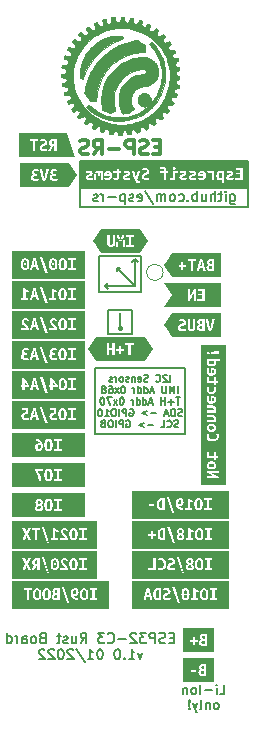
<source format=gbr>
%TF.GenerationSoftware,KiCad,Pcbnew,6.0.0-d3dd2cf0fa~116~ubuntu21.04.1*%
%TF.CreationDate,2022-01-24T19:29:07+00:00*%
%TF.ProjectId,esp-rust-board,6573702d-7275-4737-942d-626f6172642e,0.1a*%
%TF.SameCoordinates,Original*%
%TF.FileFunction,Legend,Bot*%
%TF.FilePolarity,Positive*%
%FSLAX46Y46*%
G04 Gerber Fmt 4.6, Leading zero omitted, Abs format (unit mm)*
G04 Created by KiCad (PCBNEW 6.0.0-d3dd2cf0fa~116~ubuntu21.04.1) date 2022-01-24 19:29:07*
%MOMM*%
%LPD*%
G01*
G04 APERTURE LIST*
%ADD10C,0.152400*%
%ADD11C,0.200000*%
%ADD12C,0.400000*%
%ADD13C,0.127000*%
%ADD14C,0.150000*%
%ADD15C,0.300000*%
%ADD16C,0.120000*%
%ADD17C,0.010000*%
G04 APERTURE END LIST*
D10*
X146304000Y-88900000D02*
X146304000Y-85852000D01*
X147066000Y-90424000D02*
X149098000Y-90424000D01*
X147066000Y-92456000D02*
X147066000Y-90424000D01*
X149098000Y-92456000D02*
X147066000Y-92456000D01*
X149860000Y-85852000D02*
X149860000Y-88900000D01*
X149860000Y-88900000D02*
X146304000Y-88900000D01*
X149098000Y-90424000D02*
X149098000Y-92456000D01*
X146304000Y-85852000D02*
X149860000Y-85852000D01*
X153543000Y-100965000D02*
X153543000Y-95377000D01*
X149606000Y-86360000D02*
X149352000Y-86106000D01*
X147066000Y-88138000D02*
X146812000Y-88392000D01*
X147066000Y-88646000D02*
X146812000Y-88392000D01*
X147828000Y-87122000D02*
X147828000Y-86868000D01*
X149098000Y-86360000D02*
X149352000Y-86106000D01*
X144692000Y-80134000D02*
X144692000Y-81734000D01*
X144692000Y-81734000D02*
X158892000Y-81734000D01*
X149352000Y-86106000D02*
X149606000Y-86360000D01*
X147828000Y-86868000D02*
X148082000Y-86868000D01*
X158892000Y-77784000D02*
X158892000Y-80084000D01*
D11*
X148082000Y-90678000D02*
X148082000Y-91948000D01*
D10*
X153543000Y-95377000D02*
X145923000Y-95377000D01*
X149352000Y-88392000D02*
X147828000Y-86868000D01*
X158892000Y-81734000D02*
X158892000Y-80084000D01*
X144692000Y-77784000D02*
X158892000Y-77784000D01*
X145923000Y-95377000D02*
X145923000Y-100965000D01*
X147828000Y-86868000D02*
X147828000Y-87122000D01*
X149352000Y-86106000D02*
X149352000Y-88392000D01*
D12*
X148082000Y-91948000D02*
X148082000Y-91948000D01*
D10*
X145923000Y-100965000D02*
X153543000Y-100965000D01*
X146812000Y-88392000D02*
X147066000Y-88138000D01*
X149352000Y-88392000D02*
X146812000Y-88392000D01*
X144692000Y-80134000D02*
X144692000Y-77784000D01*
D13*
X152304428Y-96510428D02*
X152304428Y-95910428D01*
X152047285Y-95967571D02*
X152018714Y-95939000D01*
X151961571Y-95910428D01*
X151818714Y-95910428D01*
X151761571Y-95939000D01*
X151733000Y-95967571D01*
X151704428Y-96024714D01*
X151704428Y-96081857D01*
X151733000Y-96167571D01*
X152075857Y-96510428D01*
X151704428Y-96510428D01*
X151104428Y-96453285D02*
X151133000Y-96481857D01*
X151218714Y-96510428D01*
X151275857Y-96510428D01*
X151361571Y-96481857D01*
X151418714Y-96424714D01*
X151447285Y-96367571D01*
X151475857Y-96253285D01*
X151475857Y-96167571D01*
X151447285Y-96053285D01*
X151418714Y-95996142D01*
X151361571Y-95939000D01*
X151275857Y-95910428D01*
X151218714Y-95910428D01*
X151133000Y-95939000D01*
X151104428Y-95967571D01*
X150418714Y-96481857D02*
X150333000Y-96510428D01*
X150190142Y-96510428D01*
X150133000Y-96481857D01*
X150104428Y-96453285D01*
X150075857Y-96396142D01*
X150075857Y-96339000D01*
X150104428Y-96281857D01*
X150133000Y-96253285D01*
X150190142Y-96224714D01*
X150304428Y-96196142D01*
X150361571Y-96167571D01*
X150390142Y-96139000D01*
X150418714Y-96081857D01*
X150418714Y-96024714D01*
X150390142Y-95967571D01*
X150361571Y-95939000D01*
X150304428Y-95910428D01*
X150161571Y-95910428D01*
X150075857Y-95939000D01*
X149590142Y-96481857D02*
X149647285Y-96510428D01*
X149761571Y-96510428D01*
X149818714Y-96481857D01*
X149847285Y-96424714D01*
X149847285Y-96196142D01*
X149818714Y-96139000D01*
X149761571Y-96110428D01*
X149647285Y-96110428D01*
X149590142Y-96139000D01*
X149561571Y-96196142D01*
X149561571Y-96253285D01*
X149847285Y-96310428D01*
X149304428Y-96110428D02*
X149304428Y-96510428D01*
X149304428Y-96167571D02*
X149275857Y-96139000D01*
X149218714Y-96110428D01*
X149133000Y-96110428D01*
X149075857Y-96139000D01*
X149047285Y-96196142D01*
X149047285Y-96510428D01*
X148790142Y-96481857D02*
X148733000Y-96510428D01*
X148618714Y-96510428D01*
X148561571Y-96481857D01*
X148533000Y-96424714D01*
X148533000Y-96396142D01*
X148561571Y-96339000D01*
X148618714Y-96310428D01*
X148704428Y-96310428D01*
X148761571Y-96281857D01*
X148790142Y-96224714D01*
X148790142Y-96196142D01*
X148761571Y-96139000D01*
X148704428Y-96110428D01*
X148618714Y-96110428D01*
X148561571Y-96139000D01*
X148190142Y-96510428D02*
X148247285Y-96481857D01*
X148275857Y-96453285D01*
X148304428Y-96396142D01*
X148304428Y-96224714D01*
X148275857Y-96167571D01*
X148247285Y-96139000D01*
X148190142Y-96110428D01*
X148104428Y-96110428D01*
X148047285Y-96139000D01*
X148018714Y-96167571D01*
X147990142Y-96224714D01*
X147990142Y-96396142D01*
X148018714Y-96453285D01*
X148047285Y-96481857D01*
X148104428Y-96510428D01*
X148190142Y-96510428D01*
X147733000Y-96510428D02*
X147733000Y-96110428D01*
X147733000Y-96224714D02*
X147704428Y-96167571D01*
X147675857Y-96139000D01*
X147618714Y-96110428D01*
X147561571Y-96110428D01*
X147390142Y-96481857D02*
X147333000Y-96510428D01*
X147218714Y-96510428D01*
X147161571Y-96481857D01*
X147133000Y-96424714D01*
X147133000Y-96396142D01*
X147161571Y-96339000D01*
X147218714Y-96310428D01*
X147304428Y-96310428D01*
X147361571Y-96281857D01*
X147390142Y-96224714D01*
X147390142Y-96196142D01*
X147361571Y-96139000D01*
X147304428Y-96110428D01*
X147218714Y-96110428D01*
X147161571Y-96139000D01*
X152933000Y-97476428D02*
X152933000Y-96876428D01*
X152647285Y-97476428D02*
X152647285Y-96876428D01*
X152447285Y-97305000D01*
X152247285Y-96876428D01*
X152247285Y-97476428D01*
X151961571Y-96876428D02*
X151961571Y-97362142D01*
X151933000Y-97419285D01*
X151904428Y-97447857D01*
X151847285Y-97476428D01*
X151733000Y-97476428D01*
X151675857Y-97447857D01*
X151647285Y-97419285D01*
X151618714Y-97362142D01*
X151618714Y-96876428D01*
X150904428Y-97305000D02*
X150618714Y-97305000D01*
X150961571Y-97476428D02*
X150761571Y-96876428D01*
X150561571Y-97476428D01*
X150104428Y-97476428D02*
X150104428Y-96876428D01*
X150104428Y-97447857D02*
X150161571Y-97476428D01*
X150275857Y-97476428D01*
X150333000Y-97447857D01*
X150361571Y-97419285D01*
X150390142Y-97362142D01*
X150390142Y-97190714D01*
X150361571Y-97133571D01*
X150333000Y-97105000D01*
X150275857Y-97076428D01*
X150161571Y-97076428D01*
X150104428Y-97105000D01*
X149561571Y-97476428D02*
X149561571Y-96876428D01*
X149561571Y-97447857D02*
X149618714Y-97476428D01*
X149733000Y-97476428D01*
X149790142Y-97447857D01*
X149818714Y-97419285D01*
X149847285Y-97362142D01*
X149847285Y-97190714D01*
X149818714Y-97133571D01*
X149790142Y-97105000D01*
X149733000Y-97076428D01*
X149618714Y-97076428D01*
X149561571Y-97105000D01*
X149275857Y-97476428D02*
X149275857Y-97076428D01*
X149275857Y-97190714D02*
X149247285Y-97133571D01*
X149218714Y-97105000D01*
X149161571Y-97076428D01*
X149104428Y-97076428D01*
X148333000Y-96876428D02*
X148275857Y-96876428D01*
X148218714Y-96905000D01*
X148190142Y-96933571D01*
X148161571Y-96990714D01*
X148133000Y-97105000D01*
X148133000Y-97247857D01*
X148161571Y-97362142D01*
X148190142Y-97419285D01*
X148218714Y-97447857D01*
X148275857Y-97476428D01*
X148333000Y-97476428D01*
X148390142Y-97447857D01*
X148418714Y-97419285D01*
X148447285Y-97362142D01*
X148475857Y-97247857D01*
X148475857Y-97105000D01*
X148447285Y-96990714D01*
X148418714Y-96933571D01*
X148390142Y-96905000D01*
X148333000Y-96876428D01*
X147933000Y-97476428D02*
X147618714Y-97076428D01*
X147933000Y-97076428D02*
X147618714Y-97476428D01*
X147133000Y-96876428D02*
X147247285Y-96876428D01*
X147304428Y-96905000D01*
X147333000Y-96933571D01*
X147390142Y-97019285D01*
X147418714Y-97133571D01*
X147418714Y-97362142D01*
X147390142Y-97419285D01*
X147361571Y-97447857D01*
X147304428Y-97476428D01*
X147190142Y-97476428D01*
X147133000Y-97447857D01*
X147104428Y-97419285D01*
X147075857Y-97362142D01*
X147075857Y-97219285D01*
X147104428Y-97162142D01*
X147133000Y-97133571D01*
X147190142Y-97105000D01*
X147304428Y-97105000D01*
X147361571Y-97133571D01*
X147390142Y-97162142D01*
X147418714Y-97219285D01*
X146733000Y-97133571D02*
X146790142Y-97105000D01*
X146818714Y-97076428D01*
X146847285Y-97019285D01*
X146847285Y-96990714D01*
X146818714Y-96933571D01*
X146790142Y-96905000D01*
X146733000Y-96876428D01*
X146618714Y-96876428D01*
X146561571Y-96905000D01*
X146533000Y-96933571D01*
X146504428Y-96990714D01*
X146504428Y-97019285D01*
X146533000Y-97076428D01*
X146561571Y-97105000D01*
X146618714Y-97133571D01*
X146733000Y-97133571D01*
X146790142Y-97162142D01*
X146818714Y-97190714D01*
X146847285Y-97247857D01*
X146847285Y-97362142D01*
X146818714Y-97419285D01*
X146790142Y-97447857D01*
X146733000Y-97476428D01*
X146618714Y-97476428D01*
X146561571Y-97447857D01*
X146533000Y-97419285D01*
X146504428Y-97362142D01*
X146504428Y-97247857D01*
X146533000Y-97190714D01*
X146561571Y-97162142D01*
X146618714Y-97133571D01*
X153133000Y-97842428D02*
X152790142Y-97842428D01*
X152961571Y-98442428D02*
X152961571Y-97842428D01*
X152590142Y-98213857D02*
X152133000Y-98213857D01*
X152361571Y-98442428D02*
X152361571Y-97985285D01*
X151847285Y-98442428D02*
X151847285Y-97842428D01*
X151847285Y-98128142D02*
X151504428Y-98128142D01*
X151504428Y-98442428D02*
X151504428Y-97842428D01*
X150790142Y-98271000D02*
X150504428Y-98271000D01*
X150847285Y-98442428D02*
X150647285Y-97842428D01*
X150447285Y-98442428D01*
X149990142Y-98442428D02*
X149990142Y-97842428D01*
X149990142Y-98413857D02*
X150047285Y-98442428D01*
X150161571Y-98442428D01*
X150218714Y-98413857D01*
X150247285Y-98385285D01*
X150275857Y-98328142D01*
X150275857Y-98156714D01*
X150247285Y-98099571D01*
X150218714Y-98071000D01*
X150161571Y-98042428D01*
X150047285Y-98042428D01*
X149990142Y-98071000D01*
X149447285Y-98442428D02*
X149447285Y-97842428D01*
X149447285Y-98413857D02*
X149504428Y-98442428D01*
X149618714Y-98442428D01*
X149675857Y-98413857D01*
X149704428Y-98385285D01*
X149733000Y-98328142D01*
X149733000Y-98156714D01*
X149704428Y-98099571D01*
X149675857Y-98071000D01*
X149618714Y-98042428D01*
X149504428Y-98042428D01*
X149447285Y-98071000D01*
X149161571Y-98442428D02*
X149161571Y-98042428D01*
X149161571Y-98156714D02*
X149133000Y-98099571D01*
X149104428Y-98071000D01*
X149047285Y-98042428D01*
X148990142Y-98042428D01*
X148218714Y-97842428D02*
X148161571Y-97842428D01*
X148104428Y-97871000D01*
X148075857Y-97899571D01*
X148047285Y-97956714D01*
X148018714Y-98071000D01*
X148018714Y-98213857D01*
X148047285Y-98328142D01*
X148075857Y-98385285D01*
X148104428Y-98413857D01*
X148161571Y-98442428D01*
X148218714Y-98442428D01*
X148275857Y-98413857D01*
X148304428Y-98385285D01*
X148333000Y-98328142D01*
X148361571Y-98213857D01*
X148361571Y-98071000D01*
X148333000Y-97956714D01*
X148304428Y-97899571D01*
X148275857Y-97871000D01*
X148218714Y-97842428D01*
X147818714Y-98442428D02*
X147504428Y-98042428D01*
X147818714Y-98042428D02*
X147504428Y-98442428D01*
X147333000Y-97842428D02*
X146933000Y-97842428D01*
X147190142Y-98442428D01*
X146590142Y-97842428D02*
X146533000Y-97842428D01*
X146475857Y-97871000D01*
X146447285Y-97899571D01*
X146418714Y-97956714D01*
X146390142Y-98071000D01*
X146390142Y-98213857D01*
X146418714Y-98328142D01*
X146447285Y-98385285D01*
X146475857Y-98413857D01*
X146533000Y-98442428D01*
X146590142Y-98442428D01*
X146647285Y-98413857D01*
X146675857Y-98385285D01*
X146704428Y-98328142D01*
X146733000Y-98213857D01*
X146733000Y-98071000D01*
X146704428Y-97956714D01*
X146675857Y-97899571D01*
X146647285Y-97871000D01*
X146590142Y-97842428D01*
X153290142Y-99379857D02*
X153204428Y-99408428D01*
X153061571Y-99408428D01*
X153004428Y-99379857D01*
X152975857Y-99351285D01*
X152947285Y-99294142D01*
X152947285Y-99237000D01*
X152975857Y-99179857D01*
X153004428Y-99151285D01*
X153061571Y-99122714D01*
X153175857Y-99094142D01*
X153233000Y-99065571D01*
X153261571Y-99037000D01*
X153290142Y-98979857D01*
X153290142Y-98922714D01*
X153261571Y-98865571D01*
X153233000Y-98837000D01*
X153175857Y-98808428D01*
X153033000Y-98808428D01*
X152947285Y-98837000D01*
X152690142Y-99408428D02*
X152690142Y-98808428D01*
X152547285Y-98808428D01*
X152461571Y-98837000D01*
X152404428Y-98894142D01*
X152375857Y-98951285D01*
X152347285Y-99065571D01*
X152347285Y-99151285D01*
X152375857Y-99265571D01*
X152404428Y-99322714D01*
X152461571Y-99379857D01*
X152547285Y-99408428D01*
X152690142Y-99408428D01*
X152118714Y-99237000D02*
X151833000Y-99237000D01*
X152175857Y-99408428D02*
X151975857Y-98808428D01*
X151775857Y-99408428D01*
X151118714Y-99179857D02*
X150661571Y-99179857D01*
X150375857Y-99008428D02*
X149918714Y-99179857D01*
X150375857Y-99351285D01*
X148861571Y-98837000D02*
X148918714Y-98808428D01*
X149004428Y-98808428D01*
X149090142Y-98837000D01*
X149147285Y-98894142D01*
X149175857Y-98951285D01*
X149204428Y-99065571D01*
X149204428Y-99151285D01*
X149175857Y-99265571D01*
X149147285Y-99322714D01*
X149090142Y-99379857D01*
X149004428Y-99408428D01*
X148947285Y-99408428D01*
X148861571Y-99379857D01*
X148833000Y-99351285D01*
X148833000Y-99151285D01*
X148947285Y-99151285D01*
X148575857Y-99408428D02*
X148575857Y-98808428D01*
X148347285Y-98808428D01*
X148290142Y-98837000D01*
X148261571Y-98865571D01*
X148233000Y-98922714D01*
X148233000Y-99008428D01*
X148261571Y-99065571D01*
X148290142Y-99094142D01*
X148347285Y-99122714D01*
X148575857Y-99122714D01*
X147975857Y-99408428D02*
X147975857Y-98808428D01*
X147575857Y-98808428D02*
X147461571Y-98808428D01*
X147404428Y-98837000D01*
X147347285Y-98894142D01*
X147318714Y-99008428D01*
X147318714Y-99208428D01*
X147347285Y-99322714D01*
X147404428Y-99379857D01*
X147461571Y-99408428D01*
X147575857Y-99408428D01*
X147633000Y-99379857D01*
X147690142Y-99322714D01*
X147718714Y-99208428D01*
X147718714Y-99008428D01*
X147690142Y-98894142D01*
X147633000Y-98837000D01*
X147575857Y-98808428D01*
X146747285Y-99408428D02*
X147090142Y-99408428D01*
X146918714Y-99408428D02*
X146918714Y-98808428D01*
X146975857Y-98894142D01*
X147033000Y-98951285D01*
X147090142Y-98979857D01*
X146375857Y-98808428D02*
X146318714Y-98808428D01*
X146261571Y-98837000D01*
X146233000Y-98865571D01*
X146204428Y-98922714D01*
X146175857Y-99037000D01*
X146175857Y-99179857D01*
X146204428Y-99294142D01*
X146233000Y-99351285D01*
X146261571Y-99379857D01*
X146318714Y-99408428D01*
X146375857Y-99408428D01*
X146433000Y-99379857D01*
X146461571Y-99351285D01*
X146490142Y-99294142D01*
X146518714Y-99179857D01*
X146518714Y-99037000D01*
X146490142Y-98922714D01*
X146461571Y-98865571D01*
X146433000Y-98837000D01*
X146375857Y-98808428D01*
X152990142Y-100345857D02*
X152904428Y-100374428D01*
X152761571Y-100374428D01*
X152704428Y-100345857D01*
X152675857Y-100317285D01*
X152647285Y-100260142D01*
X152647285Y-100203000D01*
X152675857Y-100145857D01*
X152704428Y-100117285D01*
X152761571Y-100088714D01*
X152875857Y-100060142D01*
X152933000Y-100031571D01*
X152961571Y-100003000D01*
X152990142Y-99945857D01*
X152990142Y-99888714D01*
X152961571Y-99831571D01*
X152933000Y-99803000D01*
X152875857Y-99774428D01*
X152733000Y-99774428D01*
X152647285Y-99803000D01*
X152047285Y-100317285D02*
X152075857Y-100345857D01*
X152161571Y-100374428D01*
X152218714Y-100374428D01*
X152304428Y-100345857D01*
X152361571Y-100288714D01*
X152390142Y-100231571D01*
X152418714Y-100117285D01*
X152418714Y-100031571D01*
X152390142Y-99917285D01*
X152361571Y-99860142D01*
X152304428Y-99803000D01*
X152218714Y-99774428D01*
X152161571Y-99774428D01*
X152075857Y-99803000D01*
X152047285Y-99831571D01*
X151504428Y-100374428D02*
X151790142Y-100374428D01*
X151790142Y-99774428D01*
X150847285Y-100145857D02*
X150390142Y-100145857D01*
X150104428Y-99974428D02*
X149647285Y-100145857D01*
X150104428Y-100317285D01*
X148590142Y-99803000D02*
X148647285Y-99774428D01*
X148733000Y-99774428D01*
X148818714Y-99803000D01*
X148875857Y-99860142D01*
X148904428Y-99917285D01*
X148933000Y-100031571D01*
X148933000Y-100117285D01*
X148904428Y-100231571D01*
X148875857Y-100288714D01*
X148818714Y-100345857D01*
X148733000Y-100374428D01*
X148675857Y-100374428D01*
X148590142Y-100345857D01*
X148561571Y-100317285D01*
X148561571Y-100117285D01*
X148675857Y-100117285D01*
X148304428Y-100374428D02*
X148304428Y-99774428D01*
X148075857Y-99774428D01*
X148018714Y-99803000D01*
X147990142Y-99831571D01*
X147961571Y-99888714D01*
X147961571Y-99974428D01*
X147990142Y-100031571D01*
X148018714Y-100060142D01*
X148075857Y-100088714D01*
X148304428Y-100088714D01*
X147704428Y-100374428D02*
X147704428Y-99774428D01*
X147304428Y-99774428D02*
X147190142Y-99774428D01*
X147133000Y-99803000D01*
X147075857Y-99860142D01*
X147047285Y-99974428D01*
X147047285Y-100174428D01*
X147075857Y-100288714D01*
X147133000Y-100345857D01*
X147190142Y-100374428D01*
X147304428Y-100374428D01*
X147361571Y-100345857D01*
X147418714Y-100288714D01*
X147447285Y-100174428D01*
X147447285Y-99974428D01*
X147418714Y-99860142D01*
X147361571Y-99803000D01*
X147304428Y-99774428D01*
X146704428Y-100031571D02*
X146761571Y-100003000D01*
X146790142Y-99974428D01*
X146818714Y-99917285D01*
X146818714Y-99888714D01*
X146790142Y-99831571D01*
X146761571Y-99803000D01*
X146704428Y-99774428D01*
X146590142Y-99774428D01*
X146533000Y-99803000D01*
X146504428Y-99831571D01*
X146475857Y-99888714D01*
X146475857Y-99917285D01*
X146504428Y-99974428D01*
X146533000Y-100003000D01*
X146590142Y-100031571D01*
X146704428Y-100031571D01*
X146761571Y-100060142D01*
X146790142Y-100088714D01*
X146818714Y-100145857D01*
X146818714Y-100260142D01*
X146790142Y-100317285D01*
X146761571Y-100345857D01*
X146704428Y-100374428D01*
X146590142Y-100374428D01*
X146533000Y-100345857D01*
X146504428Y-100317285D01*
X146475857Y-100260142D01*
X146475857Y-100145857D01*
X146504428Y-100088714D01*
X146533000Y-100060142D01*
X146590142Y-100031571D01*
D11*
X156494380Y-122951904D02*
X156875333Y-122951904D01*
X156875333Y-122151904D01*
X156227714Y-122951904D02*
X156227714Y-122418571D01*
X156227714Y-122151904D02*
X156265809Y-122190000D01*
X156227714Y-122228095D01*
X156189619Y-122190000D01*
X156227714Y-122151904D01*
X156227714Y-122228095D01*
X155846761Y-122647142D02*
X155237238Y-122647142D01*
X154856285Y-122951904D02*
X154856285Y-122151904D01*
X154361047Y-122951904D02*
X154437238Y-122913809D01*
X154475333Y-122875714D01*
X154513428Y-122799523D01*
X154513428Y-122570952D01*
X154475333Y-122494761D01*
X154437238Y-122456666D01*
X154361047Y-122418571D01*
X154246761Y-122418571D01*
X154170571Y-122456666D01*
X154132476Y-122494761D01*
X154094380Y-122570952D01*
X154094380Y-122799523D01*
X154132476Y-122875714D01*
X154170571Y-122913809D01*
X154246761Y-122951904D01*
X154361047Y-122951904D01*
X153751523Y-122418571D02*
X153751523Y-122951904D01*
X153751523Y-122494761D02*
X153713428Y-122456666D01*
X153637238Y-122418571D01*
X153522952Y-122418571D01*
X153446761Y-122456666D01*
X153408666Y-122532857D01*
X153408666Y-122951904D01*
X156265809Y-124239904D02*
X156342000Y-124201809D01*
X156380095Y-124163714D01*
X156418190Y-124087523D01*
X156418190Y-123858952D01*
X156380095Y-123782761D01*
X156342000Y-123744666D01*
X156265809Y-123706571D01*
X156151523Y-123706571D01*
X156075333Y-123744666D01*
X156037238Y-123782761D01*
X155999142Y-123858952D01*
X155999142Y-124087523D01*
X156037238Y-124163714D01*
X156075333Y-124201809D01*
X156151523Y-124239904D01*
X156265809Y-124239904D01*
X155656285Y-123706571D02*
X155656285Y-124239904D01*
X155656285Y-123782761D02*
X155618190Y-123744666D01*
X155542000Y-123706571D01*
X155427714Y-123706571D01*
X155351523Y-123744666D01*
X155313428Y-123820857D01*
X155313428Y-124239904D01*
X154818190Y-124239904D02*
X154894380Y-124201809D01*
X154932476Y-124125619D01*
X154932476Y-123439904D01*
X154589619Y-123706571D02*
X154399142Y-124239904D01*
X154208666Y-123706571D02*
X154399142Y-124239904D01*
X154475333Y-124430380D01*
X154513428Y-124468476D01*
X154589619Y-124506571D01*
X153903904Y-124163714D02*
X153865809Y-124201809D01*
X153903904Y-124239904D01*
X153942000Y-124201809D01*
X153903904Y-124163714D01*
X153903904Y-124239904D01*
X153903904Y-123935142D02*
X153942000Y-123478000D01*
X153903904Y-123439904D01*
X153865809Y-123478000D01*
X153903904Y-123935142D01*
X153903904Y-123439904D01*
D14*
X152605095Y-118189035D02*
X152321761Y-118189035D01*
X152200333Y-118634273D02*
X152605095Y-118634273D01*
X152605095Y-117784273D01*
X152200333Y-117784273D01*
X151876523Y-118593797D02*
X151755095Y-118634273D01*
X151552714Y-118634273D01*
X151471761Y-118593797D01*
X151431285Y-118553321D01*
X151390809Y-118472369D01*
X151390809Y-118391416D01*
X151431285Y-118310464D01*
X151471761Y-118269988D01*
X151552714Y-118229511D01*
X151714619Y-118189035D01*
X151795571Y-118148559D01*
X151836047Y-118108083D01*
X151876523Y-118027130D01*
X151876523Y-117946178D01*
X151836047Y-117865226D01*
X151795571Y-117824750D01*
X151714619Y-117784273D01*
X151512238Y-117784273D01*
X151390809Y-117824750D01*
X151026523Y-118634273D02*
X151026523Y-117784273D01*
X150702714Y-117784273D01*
X150621761Y-117824750D01*
X150581285Y-117865226D01*
X150540809Y-117946178D01*
X150540809Y-118067607D01*
X150581285Y-118148559D01*
X150621761Y-118189035D01*
X150702714Y-118229511D01*
X151026523Y-118229511D01*
X150257476Y-117784273D02*
X149731285Y-117784273D01*
X150014619Y-118108083D01*
X149893190Y-118108083D01*
X149812238Y-118148559D01*
X149771761Y-118189035D01*
X149731285Y-118269988D01*
X149731285Y-118472369D01*
X149771761Y-118553321D01*
X149812238Y-118593797D01*
X149893190Y-118634273D01*
X150136047Y-118634273D01*
X150217000Y-118593797D01*
X150257476Y-118553321D01*
X149407476Y-117865226D02*
X149367000Y-117824750D01*
X149286047Y-117784273D01*
X149083666Y-117784273D01*
X149002714Y-117824750D01*
X148962238Y-117865226D01*
X148921761Y-117946178D01*
X148921761Y-118027130D01*
X148962238Y-118148559D01*
X149447952Y-118634273D01*
X148921761Y-118634273D01*
X148557476Y-118310464D02*
X147909857Y-118310464D01*
X147019380Y-118553321D02*
X147059857Y-118593797D01*
X147181285Y-118634273D01*
X147262238Y-118634273D01*
X147383666Y-118593797D01*
X147464619Y-118512845D01*
X147505095Y-118431892D01*
X147545571Y-118269988D01*
X147545571Y-118148559D01*
X147505095Y-117986654D01*
X147464619Y-117905702D01*
X147383666Y-117824750D01*
X147262238Y-117784273D01*
X147181285Y-117784273D01*
X147059857Y-117824750D01*
X147019380Y-117865226D01*
X146736047Y-117784273D02*
X146209857Y-117784273D01*
X146493190Y-118108083D01*
X146371761Y-118108083D01*
X146290809Y-118148559D01*
X146250333Y-118189035D01*
X146209857Y-118269988D01*
X146209857Y-118472369D01*
X146250333Y-118553321D01*
X146290809Y-118593797D01*
X146371761Y-118634273D01*
X146614619Y-118634273D01*
X146695571Y-118593797D01*
X146736047Y-118553321D01*
X144712238Y-118634273D02*
X144995571Y-118229511D01*
X145197952Y-118634273D02*
X145197952Y-117784273D01*
X144874142Y-117784273D01*
X144793190Y-117824750D01*
X144752714Y-117865226D01*
X144712238Y-117946178D01*
X144712238Y-118067607D01*
X144752714Y-118148559D01*
X144793190Y-118189035D01*
X144874142Y-118229511D01*
X145197952Y-118229511D01*
X143983666Y-118067607D02*
X143983666Y-118634273D01*
X144347952Y-118067607D02*
X144347952Y-118512845D01*
X144307476Y-118593797D01*
X144226523Y-118634273D01*
X144105095Y-118634273D01*
X144024142Y-118593797D01*
X143983666Y-118553321D01*
X143619380Y-118593797D02*
X143538428Y-118634273D01*
X143376523Y-118634273D01*
X143295571Y-118593797D01*
X143255095Y-118512845D01*
X143255095Y-118472369D01*
X143295571Y-118391416D01*
X143376523Y-118350940D01*
X143497952Y-118350940D01*
X143578904Y-118310464D01*
X143619380Y-118229511D01*
X143619380Y-118189035D01*
X143578904Y-118108083D01*
X143497952Y-118067607D01*
X143376523Y-118067607D01*
X143295571Y-118108083D01*
X143012238Y-118067607D02*
X142688428Y-118067607D01*
X142890809Y-117784273D02*
X142890809Y-118512845D01*
X142850333Y-118593797D01*
X142769380Y-118634273D01*
X142688428Y-118634273D01*
X141474142Y-118189035D02*
X141352714Y-118229511D01*
X141312238Y-118269988D01*
X141271761Y-118350940D01*
X141271761Y-118472369D01*
X141312238Y-118553321D01*
X141352714Y-118593797D01*
X141433666Y-118634273D01*
X141757476Y-118634273D01*
X141757476Y-117784273D01*
X141474142Y-117784273D01*
X141393190Y-117824750D01*
X141352714Y-117865226D01*
X141312238Y-117946178D01*
X141312238Y-118027130D01*
X141352714Y-118108083D01*
X141393190Y-118148559D01*
X141474142Y-118189035D01*
X141757476Y-118189035D01*
X140786047Y-118634273D02*
X140867000Y-118593797D01*
X140907476Y-118553321D01*
X140947952Y-118472369D01*
X140947952Y-118229511D01*
X140907476Y-118148559D01*
X140867000Y-118108083D01*
X140786047Y-118067607D01*
X140664619Y-118067607D01*
X140583666Y-118108083D01*
X140543190Y-118148559D01*
X140502714Y-118229511D01*
X140502714Y-118472369D01*
X140543190Y-118553321D01*
X140583666Y-118593797D01*
X140664619Y-118634273D01*
X140786047Y-118634273D01*
X139774142Y-118634273D02*
X139774142Y-118189035D01*
X139814619Y-118108083D01*
X139895571Y-118067607D01*
X140057476Y-118067607D01*
X140138428Y-118108083D01*
X139774142Y-118593797D02*
X139855095Y-118634273D01*
X140057476Y-118634273D01*
X140138428Y-118593797D01*
X140178904Y-118512845D01*
X140178904Y-118431892D01*
X140138428Y-118350940D01*
X140057476Y-118310464D01*
X139855095Y-118310464D01*
X139774142Y-118269988D01*
X139369380Y-118634273D02*
X139369380Y-118067607D01*
X139369380Y-118229511D02*
X139328904Y-118148559D01*
X139288428Y-118108083D01*
X139207476Y-118067607D01*
X139126523Y-118067607D01*
X138478904Y-118634273D02*
X138478904Y-117784273D01*
X138478904Y-118593797D02*
X138559857Y-118634273D01*
X138721761Y-118634273D01*
X138802714Y-118593797D01*
X138843190Y-118553321D01*
X138883666Y-118472369D01*
X138883666Y-118229511D01*
X138843190Y-118148559D01*
X138802714Y-118108083D01*
X138721761Y-118067607D01*
X138559857Y-118067607D01*
X138478904Y-118108083D01*
X149953904Y-119436107D02*
X149751523Y-120002773D01*
X149549142Y-119436107D01*
X148780095Y-120002773D02*
X149265809Y-120002773D01*
X149022952Y-120002773D02*
X149022952Y-119152773D01*
X149103904Y-119274202D01*
X149184857Y-119355154D01*
X149265809Y-119395630D01*
X148415809Y-119921821D02*
X148375333Y-119962297D01*
X148415809Y-120002773D01*
X148456285Y-119962297D01*
X148415809Y-119921821D01*
X148415809Y-120002773D01*
X147849142Y-119152773D02*
X147768190Y-119152773D01*
X147687238Y-119193250D01*
X147646761Y-119233726D01*
X147606285Y-119314678D01*
X147565809Y-119476583D01*
X147565809Y-119678964D01*
X147606285Y-119840869D01*
X147646761Y-119921821D01*
X147687238Y-119962297D01*
X147768190Y-120002773D01*
X147849142Y-120002773D01*
X147930095Y-119962297D01*
X147970571Y-119921821D01*
X148011047Y-119840869D01*
X148051523Y-119678964D01*
X148051523Y-119476583D01*
X148011047Y-119314678D01*
X147970571Y-119233726D01*
X147930095Y-119193250D01*
X147849142Y-119152773D01*
X146392000Y-119152773D02*
X146311047Y-119152773D01*
X146230095Y-119193250D01*
X146189619Y-119233726D01*
X146149142Y-119314678D01*
X146108666Y-119476583D01*
X146108666Y-119678964D01*
X146149142Y-119840869D01*
X146189619Y-119921821D01*
X146230095Y-119962297D01*
X146311047Y-120002773D01*
X146392000Y-120002773D01*
X146472952Y-119962297D01*
X146513428Y-119921821D01*
X146553904Y-119840869D01*
X146594380Y-119678964D01*
X146594380Y-119476583D01*
X146553904Y-119314678D01*
X146513428Y-119233726D01*
X146472952Y-119193250D01*
X146392000Y-119152773D01*
X145299142Y-120002773D02*
X145784857Y-120002773D01*
X145542000Y-120002773D02*
X145542000Y-119152773D01*
X145622952Y-119274202D01*
X145703904Y-119355154D01*
X145784857Y-119395630D01*
X144327714Y-119112297D02*
X145056285Y-120205154D01*
X144084857Y-119233726D02*
X144044380Y-119193250D01*
X143963428Y-119152773D01*
X143761047Y-119152773D01*
X143680095Y-119193250D01*
X143639619Y-119233726D01*
X143599142Y-119314678D01*
X143599142Y-119395630D01*
X143639619Y-119517059D01*
X144125333Y-120002773D01*
X143599142Y-120002773D01*
X143072952Y-119152773D02*
X142992000Y-119152773D01*
X142911047Y-119193250D01*
X142870571Y-119233726D01*
X142830095Y-119314678D01*
X142789619Y-119476583D01*
X142789619Y-119678964D01*
X142830095Y-119840869D01*
X142870571Y-119921821D01*
X142911047Y-119962297D01*
X142992000Y-120002773D01*
X143072952Y-120002773D01*
X143153904Y-119962297D01*
X143194380Y-119921821D01*
X143234857Y-119840869D01*
X143275333Y-119678964D01*
X143275333Y-119476583D01*
X143234857Y-119314678D01*
X143194380Y-119233726D01*
X143153904Y-119193250D01*
X143072952Y-119152773D01*
X142465809Y-119233726D02*
X142425333Y-119193250D01*
X142344380Y-119152773D01*
X142142000Y-119152773D01*
X142061047Y-119193250D01*
X142020571Y-119233726D01*
X141980095Y-119314678D01*
X141980095Y-119395630D01*
X142020571Y-119517059D01*
X142506285Y-120002773D01*
X141980095Y-120002773D01*
X141656285Y-119233726D02*
X141615809Y-119193250D01*
X141534857Y-119152773D01*
X141332476Y-119152773D01*
X141251523Y-119193250D01*
X141211047Y-119233726D01*
X141170571Y-119314678D01*
X141170571Y-119395630D01*
X141211047Y-119517059D01*
X141696761Y-120002773D01*
X141170571Y-120002773D01*
D11*
X157397952Y-80651857D02*
X157397952Y-81339952D01*
X157438428Y-81420904D01*
X157478904Y-81461380D01*
X157559857Y-81501857D01*
X157681285Y-81501857D01*
X157762238Y-81461380D01*
X157397952Y-81178047D02*
X157478904Y-81218523D01*
X157640809Y-81218523D01*
X157721761Y-81178047D01*
X157762238Y-81137571D01*
X157802714Y-81056619D01*
X157802714Y-80813761D01*
X157762238Y-80732809D01*
X157721761Y-80692333D01*
X157640809Y-80651857D01*
X157478904Y-80651857D01*
X157397952Y-80692333D01*
X156993190Y-81218523D02*
X156993190Y-80651857D01*
X156993190Y-80368523D02*
X157033666Y-80409000D01*
X156993190Y-80449476D01*
X156952714Y-80409000D01*
X156993190Y-80368523D01*
X156993190Y-80449476D01*
X156709857Y-80651857D02*
X156386047Y-80651857D01*
X156588428Y-80368523D02*
X156588428Y-81097095D01*
X156547952Y-81178047D01*
X156467000Y-81218523D01*
X156386047Y-81218523D01*
X156102714Y-81218523D02*
X156102714Y-80368523D01*
X155738428Y-81218523D02*
X155738428Y-80773285D01*
X155778904Y-80692333D01*
X155859857Y-80651857D01*
X155981285Y-80651857D01*
X156062238Y-80692333D01*
X156102714Y-80732809D01*
X154969380Y-80651857D02*
X154969380Y-81218523D01*
X155333666Y-80651857D02*
X155333666Y-81097095D01*
X155293190Y-81178047D01*
X155212238Y-81218523D01*
X155090809Y-81218523D01*
X155009857Y-81178047D01*
X154969380Y-81137571D01*
X154564619Y-81218523D02*
X154564619Y-80368523D01*
X154564619Y-80692333D02*
X154483666Y-80651857D01*
X154321761Y-80651857D01*
X154240809Y-80692333D01*
X154200333Y-80732809D01*
X154159857Y-80813761D01*
X154159857Y-81056619D01*
X154200333Y-81137571D01*
X154240809Y-81178047D01*
X154321761Y-81218523D01*
X154483666Y-81218523D01*
X154564619Y-81178047D01*
X153795571Y-81137571D02*
X153755095Y-81178047D01*
X153795571Y-81218523D01*
X153836047Y-81178047D01*
X153795571Y-81137571D01*
X153795571Y-81218523D01*
X153026523Y-81178047D02*
X153107476Y-81218523D01*
X153269380Y-81218523D01*
X153350333Y-81178047D01*
X153390809Y-81137571D01*
X153431285Y-81056619D01*
X153431285Y-80813761D01*
X153390809Y-80732809D01*
X153350333Y-80692333D01*
X153269380Y-80651857D01*
X153107476Y-80651857D01*
X153026523Y-80692333D01*
X152540809Y-81218523D02*
X152621761Y-81178047D01*
X152662238Y-81137571D01*
X152702714Y-81056619D01*
X152702714Y-80813761D01*
X152662238Y-80732809D01*
X152621761Y-80692333D01*
X152540809Y-80651857D01*
X152419380Y-80651857D01*
X152338428Y-80692333D01*
X152297952Y-80732809D01*
X152257476Y-80813761D01*
X152257476Y-81056619D01*
X152297952Y-81137571D01*
X152338428Y-81178047D01*
X152419380Y-81218523D01*
X152540809Y-81218523D01*
X151893190Y-81218523D02*
X151893190Y-80651857D01*
X151893190Y-80732809D02*
X151852714Y-80692333D01*
X151771761Y-80651857D01*
X151650333Y-80651857D01*
X151569380Y-80692333D01*
X151528904Y-80773285D01*
X151528904Y-81218523D01*
X151528904Y-80773285D02*
X151488428Y-80692333D01*
X151407476Y-80651857D01*
X151286047Y-80651857D01*
X151205095Y-80692333D01*
X151164619Y-80773285D01*
X151164619Y-81218523D01*
X150152714Y-80328047D02*
X150881285Y-81420904D01*
X149545571Y-81178047D02*
X149626523Y-81218523D01*
X149788428Y-81218523D01*
X149869380Y-81178047D01*
X149909857Y-81097095D01*
X149909857Y-80773285D01*
X149869380Y-80692333D01*
X149788428Y-80651857D01*
X149626523Y-80651857D01*
X149545571Y-80692333D01*
X149505095Y-80773285D01*
X149505095Y-80854238D01*
X149909857Y-80935190D01*
X149181285Y-81178047D02*
X149100333Y-81218523D01*
X148938428Y-81218523D01*
X148857476Y-81178047D01*
X148817000Y-81097095D01*
X148817000Y-81056619D01*
X148857476Y-80975666D01*
X148938428Y-80935190D01*
X149059857Y-80935190D01*
X149140809Y-80894714D01*
X149181285Y-80813761D01*
X149181285Y-80773285D01*
X149140809Y-80692333D01*
X149059857Y-80651857D01*
X148938428Y-80651857D01*
X148857476Y-80692333D01*
X148452714Y-80651857D02*
X148452714Y-81501857D01*
X148452714Y-80692333D02*
X148371761Y-80651857D01*
X148209857Y-80651857D01*
X148128904Y-80692333D01*
X148088428Y-80732809D01*
X148047952Y-80813761D01*
X148047952Y-81056619D01*
X148088428Y-81137571D01*
X148128904Y-81178047D01*
X148209857Y-81218523D01*
X148371761Y-81218523D01*
X148452714Y-81178047D01*
X147683666Y-80894714D02*
X147036047Y-80894714D01*
X146631285Y-81218523D02*
X146631285Y-80651857D01*
X146631285Y-80813761D02*
X146590809Y-80732809D01*
X146550333Y-80692333D01*
X146469380Y-80651857D01*
X146388428Y-80651857D01*
X146145571Y-81178047D02*
X146064619Y-81218523D01*
X145902714Y-81218523D01*
X145821761Y-81178047D01*
X145781285Y-81097095D01*
X145781285Y-81056619D01*
X145821761Y-80975666D01*
X145902714Y-80935190D01*
X146024142Y-80935190D01*
X146105095Y-80894714D01*
X146145571Y-80813761D01*
X146145571Y-80773285D01*
X146105095Y-80692333D01*
X146024142Y-80651857D01*
X145902714Y-80651857D01*
X145821761Y-80692333D01*
D15*
X151424857Y-76622285D02*
X151024857Y-76622285D01*
X150853428Y-77250857D02*
X151424857Y-77250857D01*
X151424857Y-76050857D01*
X150853428Y-76050857D01*
X150396285Y-77193714D02*
X150224857Y-77250857D01*
X149939142Y-77250857D01*
X149824857Y-77193714D01*
X149767714Y-77136571D01*
X149710571Y-77022285D01*
X149710571Y-76908000D01*
X149767714Y-76793714D01*
X149824857Y-76736571D01*
X149939142Y-76679428D01*
X150167714Y-76622285D01*
X150282000Y-76565142D01*
X150339142Y-76508000D01*
X150396285Y-76393714D01*
X150396285Y-76279428D01*
X150339142Y-76165142D01*
X150282000Y-76108000D01*
X150167714Y-76050857D01*
X149882000Y-76050857D01*
X149710571Y-76108000D01*
X149196285Y-77250857D02*
X149196285Y-76050857D01*
X148739142Y-76050857D01*
X148624857Y-76108000D01*
X148567714Y-76165142D01*
X148510571Y-76279428D01*
X148510571Y-76450857D01*
X148567714Y-76565142D01*
X148624857Y-76622285D01*
X148739142Y-76679428D01*
X149196285Y-76679428D01*
X147996285Y-76793714D02*
X147082000Y-76793714D01*
X145824857Y-77250857D02*
X146224857Y-76679428D01*
X146510571Y-77250857D02*
X146510571Y-76050857D01*
X146053428Y-76050857D01*
X145939142Y-76108000D01*
X145882000Y-76165142D01*
X145824857Y-76279428D01*
X145824857Y-76450857D01*
X145882000Y-76565142D01*
X145939142Y-76622285D01*
X146053428Y-76679428D01*
X146510571Y-76679428D01*
X145367714Y-77193714D02*
X145196285Y-77250857D01*
X144910571Y-77250857D01*
X144796285Y-77193714D01*
X144739142Y-77136571D01*
X144682000Y-77022285D01*
X144682000Y-76908000D01*
X144739142Y-76793714D01*
X144796285Y-76736571D01*
X144910571Y-76679428D01*
X145139142Y-76622285D01*
X145253428Y-76565142D01*
X145310571Y-76508000D01*
X145367714Y-76393714D01*
X145367714Y-76279428D01*
X145310571Y-76165142D01*
X145253428Y-76108000D01*
X145139142Y-76050857D01*
X144853428Y-76050857D01*
X144682000Y-76108000D01*
%TO.C,kibuzzard-61B9CCBB*%
G36*
X150387623Y-84582000D02*
G01*
X149711436Y-85596280D01*
X146452564Y-85596280D01*
X145859986Y-84707413D01*
X146965194Y-84707413D01*
X146969162Y-84789169D01*
X146981069Y-84862988D01*
X147002897Y-84927678D01*
X147036631Y-84982050D01*
X147082669Y-85025508D01*
X147141406Y-85057456D01*
X147214431Y-85077102D01*
X147303331Y-85083650D01*
X147390842Y-85077102D01*
X147442500Y-85063013D01*
X147733544Y-85063013D01*
X147912931Y-85063013D01*
X147903406Y-84299425D01*
X148024056Y-84715350D01*
X148166931Y-84715350D01*
X148282819Y-84299425D01*
X148274881Y-85063013D01*
X148454269Y-85063013D01*
X148574919Y-85063013D01*
X149198806Y-85063013D01*
X149198806Y-84901088D01*
X148984494Y-84901088D01*
X148984494Y-84242275D01*
X149198806Y-84242275D01*
X149198806Y-84080350D01*
X148574919Y-84080350D01*
X148574919Y-84242275D01*
X148787644Y-84242275D01*
X148787644Y-84901088D01*
X148574919Y-84901088D01*
X148574919Y-85063013D01*
X148454269Y-85063013D01*
X148449308Y-84939981D01*
X148443950Y-84812188D01*
X148438195Y-84682409D01*
X148432044Y-84553425D01*
X148425098Y-84426822D01*
X148416963Y-84304187D01*
X148407636Y-84187903D01*
X148397119Y-84080350D01*
X148235194Y-84080350D01*
X148207413Y-84166075D01*
X148171694Y-84278787D01*
X148133594Y-84401025D01*
X148097081Y-84515325D01*
X148057394Y-84393881D01*
X148017706Y-84273231D01*
X147982781Y-84164487D01*
X147954206Y-84080350D01*
X147792281Y-84080350D01*
X147781367Y-84207350D01*
X147770850Y-84331175D01*
X147761325Y-84452817D01*
X147753387Y-84573269D01*
X147746839Y-84693522D01*
X147741481Y-84814569D01*
X147737116Y-84937402D01*
X147733544Y-85063013D01*
X147442500Y-85063013D01*
X147462875Y-85057456D01*
X147565269Y-84982050D01*
X147597812Y-84927678D01*
X147619244Y-84862988D01*
X147631150Y-84789169D01*
X147635119Y-84707413D01*
X147635119Y-84080350D01*
X147438269Y-84080350D01*
X147438269Y-84694713D01*
X147431919Y-84798694D01*
X147410487Y-84866163D01*
X147368419Y-84902675D01*
X147300156Y-84913788D01*
X147231894Y-84902675D01*
X147189031Y-84865369D01*
X147166806Y-84797106D01*
X147160456Y-84693125D01*
X147160456Y-84080350D01*
X146965194Y-84080350D01*
X146965194Y-84707413D01*
X145859986Y-84707413D01*
X145776377Y-84582000D01*
X146452564Y-83567720D01*
X149711436Y-83567720D01*
X150387623Y-84582000D01*
G37*
%TO.C,kibuzzard-61B9CE3D*%
G36*
X150801828Y-93726000D02*
G01*
X150132521Y-94729961D01*
X146031479Y-94729961D01*
X145689726Y-94217331D01*
X146946937Y-94217331D01*
X147142200Y-94217331D01*
X147142200Y-93783944D01*
X147402550Y-93783944D01*
X147402550Y-94217331D01*
X147597812Y-94217331D01*
X147597812Y-93880781D01*
X147732750Y-93880781D01*
X147981987Y-93880781D01*
X147981987Y-94157006D01*
X148150263Y-94157006D01*
X148150263Y-93880781D01*
X148399500Y-93880781D01*
X148399500Y-93720444D01*
X148150263Y-93720444D01*
X148150263Y-93444219D01*
X147981987Y-93444219D01*
X147981987Y-93720444D01*
X147732750Y-93720444D01*
X147732750Y-93880781D01*
X147597812Y-93880781D01*
X147597812Y-93396594D01*
X148502688Y-93396594D01*
X148761450Y-93396594D01*
X148761450Y-94217331D01*
X148958300Y-94217331D01*
X148958300Y-93396594D01*
X149217063Y-93396594D01*
X149217063Y-93234669D01*
X148502688Y-93234669D01*
X148502688Y-93396594D01*
X147597812Y-93396594D01*
X147597812Y-93234669D01*
X147402550Y-93234669D01*
X147402550Y-93622019D01*
X147142200Y-93622019D01*
X147142200Y-93234669D01*
X146946937Y-93234669D01*
X146946937Y-94217331D01*
X145689726Y-94217331D01*
X145362172Y-93726000D01*
X146031479Y-92722039D01*
X150132521Y-92722039D01*
X150801828Y-93726000D01*
G37*
D16*
%TO.C,TP2*%
X151703000Y-87249000D02*
G75*
G03*
X151703000Y-87249000I-700000J0D01*
G01*
%TO.C,kibuzzard-61C057D5*%
G36*
X139870303Y-86355414D02*
G01*
X139893675Y-86287769D01*
X139945467Y-86221689D01*
X140016706Y-86199662D01*
X140086953Y-86221689D01*
X140138944Y-86287769D01*
X140162756Y-86355414D01*
X140177044Y-86440874D01*
X140181806Y-86544150D01*
X140177044Y-86648308D01*
X140162756Y-86734297D01*
X140138944Y-86802119D01*
X140086953Y-86868198D01*
X140016706Y-86890225D01*
X139945467Y-86868198D01*
X139893675Y-86802119D01*
X139870303Y-86734297D01*
X139856281Y-86648308D01*
X139851606Y-86544150D01*
X139852325Y-86528275D01*
X139927806Y-86528275D01*
X139952413Y-86602094D01*
X140015119Y-86633050D01*
X140080206Y-86602094D01*
X140104019Y-86528275D01*
X140080206Y-86453662D01*
X140015119Y-86421912D01*
X139952413Y-86453662D01*
X139927806Y-86528275D01*
X139852325Y-86528275D01*
X139856281Y-86440874D01*
X139870303Y-86355414D01*
G37*
G36*
X140841412Y-86351269D02*
G01*
X140866812Y-86449694D01*
X140889037Y-86547325D01*
X140908881Y-86648925D01*
X140716794Y-86648925D01*
X140735844Y-86547325D01*
X140757275Y-86449694D01*
X140782675Y-86351269D01*
X140812044Y-86245700D01*
X140841412Y-86351269D01*
G37*
G36*
X145061781Y-87812430D02*
G01*
X138910219Y-87812430D01*
X138910219Y-86544150D01*
X139675394Y-86544150D01*
X139680851Y-86665991D01*
X139697222Y-86771163D01*
X139724507Y-86859666D01*
X139762706Y-86931500D01*
X139829734Y-87002056D01*
X139914401Y-87044389D01*
X140016706Y-87058500D01*
X140119012Y-87044389D01*
X140132064Y-87037863D01*
X140427869Y-87037863D01*
X140637419Y-87037863D01*
X140683456Y-86810850D01*
X140945394Y-86810850D01*
X140989844Y-87037863D01*
X141193044Y-87037863D01*
X141165040Y-86923721D01*
X141136910Y-86813708D01*
X141108652Y-86707821D01*
X141080268Y-86606062D01*
X141051756Y-86508431D01*
X141016335Y-86390510D01*
X140981509Y-86275664D01*
X140947279Y-86163894D01*
X140913644Y-86055200D01*
X140700919Y-86055200D01*
X140666043Y-86164787D01*
X140631267Y-86277648D01*
X140596590Y-86393784D01*
X140562012Y-86513194D01*
X140534549Y-86611650D01*
X140507402Y-86713346D01*
X140480574Y-86818280D01*
X140454062Y-86926452D01*
X140427869Y-87037863D01*
X140132064Y-87037863D01*
X140203678Y-87002056D01*
X140270706Y-86931500D01*
X140308905Y-86859666D01*
X140336191Y-86771163D01*
X140352562Y-86665991D01*
X140358019Y-86544150D01*
X140352462Y-86423698D01*
X140335794Y-86319519D01*
X140308012Y-86231611D01*
X140269119Y-86159975D01*
X140201562Y-86089419D01*
X140117424Y-86047086D01*
X140016706Y-86032975D01*
X139914401Y-86046998D01*
X139829734Y-86089067D01*
X139762706Y-86159181D01*
X139724507Y-86230569D01*
X139697222Y-86318527D01*
X139680851Y-86423054D01*
X139675394Y-86544150D01*
X138910219Y-86544150D01*
X138910219Y-85928200D01*
X141281944Y-85928200D01*
X141723269Y-87299800D01*
X141926469Y-87299800D01*
X141681582Y-86544150D01*
X142056644Y-86544150D01*
X142062101Y-86665991D01*
X142078472Y-86771163D01*
X142105757Y-86859666D01*
X142143956Y-86931500D01*
X142210984Y-87002056D01*
X142295651Y-87044389D01*
X142397956Y-87058500D01*
X142500262Y-87044389D01*
X142584928Y-87002056D01*
X142651956Y-86931500D01*
X142690155Y-86859666D01*
X142717441Y-86771163D01*
X142733812Y-86665991D01*
X142739198Y-86545737D01*
X142837694Y-86545737D01*
X142843448Y-86664949D01*
X142860713Y-86768583D01*
X142889486Y-86856639D01*
X142929769Y-86929119D01*
X142999619Y-87000997D01*
X143086402Y-87044124D01*
X143190119Y-87058500D01*
X143296393Y-87044124D01*
X143309184Y-87037863D01*
X143672719Y-87037863D01*
X144296606Y-87037863D01*
X144296606Y-86875938D01*
X144082294Y-86875938D01*
X144082294Y-86217125D01*
X144296606Y-86217125D01*
X144296606Y-86055200D01*
X143672719Y-86055200D01*
X143672719Y-86217125D01*
X143885444Y-86217125D01*
X143885444Y-86875938D01*
X143672719Y-86875938D01*
X143672719Y-87037863D01*
X143309184Y-87037863D01*
X143384499Y-87000997D01*
X143454438Y-86929119D01*
X143494373Y-86856639D01*
X143522898Y-86768583D01*
X143540014Y-86664949D01*
X143545719Y-86545737D01*
X143539865Y-86426526D01*
X143522303Y-86322892D01*
X143493034Y-86234836D01*
X143452056Y-86162356D01*
X143381501Y-86090478D01*
X143294717Y-86047351D01*
X143191706Y-86032975D01*
X143085520Y-86047351D01*
X142997678Y-86090478D01*
X142928181Y-86162356D01*
X142888593Y-86234836D01*
X142860316Y-86322892D01*
X142843349Y-86426526D01*
X142837694Y-86545737D01*
X142739198Y-86545737D01*
X142739269Y-86544150D01*
X142733713Y-86423698D01*
X142717044Y-86319519D01*
X142689263Y-86231611D01*
X142650369Y-86159975D01*
X142582812Y-86089419D01*
X142498674Y-86047086D01*
X142397956Y-86032975D01*
X142295651Y-86046998D01*
X142210984Y-86089067D01*
X142143956Y-86159181D01*
X142105757Y-86230569D01*
X142078472Y-86318527D01*
X142062101Y-86423054D01*
X142056644Y-86544150D01*
X141681582Y-86544150D01*
X141481969Y-85928200D01*
X141281944Y-85928200D01*
X138910219Y-85928200D01*
X138910219Y-85415570D01*
X145061781Y-85415570D01*
X145061781Y-87812430D01*
G37*
G36*
X142251553Y-86355414D02*
G01*
X142274925Y-86287769D01*
X142326717Y-86221689D01*
X142397956Y-86199662D01*
X142468203Y-86221689D01*
X142520194Y-86287769D01*
X142544006Y-86355414D01*
X142558294Y-86440874D01*
X142563056Y-86544150D01*
X142558294Y-86648308D01*
X142544006Y-86734297D01*
X142520194Y-86802119D01*
X142468203Y-86868198D01*
X142397956Y-86890225D01*
X142326717Y-86868198D01*
X142274925Y-86802119D01*
X142251553Y-86734297D01*
X142237531Y-86648308D01*
X142232856Y-86544150D01*
X142233575Y-86528275D01*
X142309056Y-86528275D01*
X142333663Y-86602094D01*
X142396369Y-86633050D01*
X142461456Y-86602094D01*
X142485269Y-86528275D01*
X142461456Y-86453662D01*
X142396369Y-86421912D01*
X142333663Y-86453662D01*
X142309056Y-86528275D01*
X142233575Y-86528275D01*
X142237531Y-86440874D01*
X142251553Y-86355414D01*
G37*
G36*
X143272669Y-86229825D02*
G01*
X143319500Y-86303644D01*
X143341725Y-86412387D01*
X143345892Y-86476681D01*
X143347281Y-86545737D01*
X143345892Y-86614992D01*
X143341725Y-86679881D01*
X143319500Y-86788625D01*
X143272669Y-86861650D01*
X143191706Y-86888638D01*
X143111538Y-86861650D01*
X143063913Y-86787831D01*
X143041688Y-86679088D01*
X143037520Y-86614794D01*
X143036131Y-86545737D01*
X143037520Y-86476483D01*
X143041688Y-86411594D01*
X143063913Y-86302850D01*
X143110744Y-86229825D01*
X143191706Y-86202837D01*
X143272669Y-86229825D01*
G37*
%TO.C,kibuzzard-61C057FD*%
G36*
X140836650Y-88891269D02*
G01*
X140862050Y-88989694D01*
X140884275Y-89087325D01*
X140904119Y-89188925D01*
X140712031Y-89188925D01*
X140731081Y-89087325D01*
X140752512Y-88989694D01*
X140777912Y-88891269D01*
X140807281Y-88785700D01*
X140836650Y-88891269D01*
G37*
G36*
X143267906Y-88769825D02*
G01*
X143314738Y-88843644D01*
X143336963Y-88952387D01*
X143341130Y-89016681D01*
X143342519Y-89085737D01*
X143341130Y-89154992D01*
X143336963Y-89219881D01*
X143314738Y-89328625D01*
X143267906Y-89401650D01*
X143186944Y-89428638D01*
X143106775Y-89401650D01*
X143059150Y-89327831D01*
X143036925Y-89219088D01*
X143032758Y-89154794D01*
X143031369Y-89085737D01*
X143032758Y-89016483D01*
X143036925Y-88951594D01*
X143059150Y-88842850D01*
X143105981Y-88769825D01*
X143186944Y-88742837D01*
X143267906Y-88769825D01*
G37*
G36*
X145061781Y-90352430D02*
G01*
X138910219Y-90352430D01*
X138910219Y-89577863D01*
X139680156Y-89577863D01*
X140277056Y-89577863D01*
X140423106Y-89577863D01*
X140632656Y-89577863D01*
X140678694Y-89350850D01*
X140940631Y-89350850D01*
X140985081Y-89577863D01*
X141188281Y-89577863D01*
X141160278Y-89463721D01*
X141132147Y-89353708D01*
X141103890Y-89247821D01*
X141075505Y-89146062D01*
X141046994Y-89048431D01*
X141011573Y-88930510D01*
X140976747Y-88815664D01*
X140942516Y-88703894D01*
X140908881Y-88595200D01*
X140696156Y-88595200D01*
X140661281Y-88704787D01*
X140626505Y-88817648D01*
X140591828Y-88933784D01*
X140557250Y-89053194D01*
X140529786Y-89151650D01*
X140502640Y-89253346D01*
X140475811Y-89358280D01*
X140449300Y-89466452D01*
X140423106Y-89577863D01*
X140277056Y-89577863D01*
X140277056Y-89415938D01*
X140070681Y-89415938D01*
X140070681Y-88866662D01*
X140172281Y-88923019D01*
X140269119Y-88961912D01*
X140332619Y-88799987D01*
X140250069Y-88763475D01*
X140161169Y-88714262D01*
X140077031Y-88657112D01*
X140008769Y-88595200D01*
X139875419Y-88595200D01*
X139875419Y-89415938D01*
X139680156Y-89415938D01*
X139680156Y-89577863D01*
X138910219Y-89577863D01*
X138910219Y-88468200D01*
X141277181Y-88468200D01*
X141718506Y-89839800D01*
X141921706Y-89839800D01*
X141836819Y-89577863D01*
X142061406Y-89577863D01*
X142658306Y-89577863D01*
X142658306Y-89415938D01*
X142451931Y-89415938D01*
X142451931Y-89085737D01*
X142832931Y-89085737D01*
X142838686Y-89204949D01*
X142855950Y-89308583D01*
X142884723Y-89396639D01*
X142925006Y-89469119D01*
X142994856Y-89540997D01*
X143081640Y-89584124D01*
X143185356Y-89598500D01*
X143291631Y-89584124D01*
X143304422Y-89577863D01*
X143667956Y-89577863D01*
X144291844Y-89577863D01*
X144291844Y-89415938D01*
X144077531Y-89415938D01*
X144077531Y-88757125D01*
X144291844Y-88757125D01*
X144291844Y-88595200D01*
X143667956Y-88595200D01*
X143667956Y-88757125D01*
X143880681Y-88757125D01*
X143880681Y-89415938D01*
X143667956Y-89415938D01*
X143667956Y-89577863D01*
X143304422Y-89577863D01*
X143379737Y-89540997D01*
X143449675Y-89469119D01*
X143489611Y-89396639D01*
X143518136Y-89308583D01*
X143535251Y-89204949D01*
X143540956Y-89085737D01*
X143535102Y-88966526D01*
X143517541Y-88862892D01*
X143488271Y-88774836D01*
X143447294Y-88702356D01*
X143376738Y-88630478D01*
X143289955Y-88587351D01*
X143186944Y-88572975D01*
X143080758Y-88587351D01*
X142992916Y-88630478D01*
X142923419Y-88702356D01*
X142883830Y-88774836D01*
X142855553Y-88862892D01*
X142838587Y-88966526D01*
X142832931Y-89085737D01*
X142451931Y-89085737D01*
X142451931Y-88866662D01*
X142553531Y-88923019D01*
X142650369Y-88961912D01*
X142713869Y-88799987D01*
X142631319Y-88763475D01*
X142542419Y-88714262D01*
X142458281Y-88657112D01*
X142390019Y-88595200D01*
X142256669Y-88595200D01*
X142256669Y-89415938D01*
X142061406Y-89415938D01*
X142061406Y-89577863D01*
X141836819Y-89577863D01*
X141477206Y-88468200D01*
X141277181Y-88468200D01*
X138910219Y-88468200D01*
X138910219Y-87955570D01*
X145061781Y-87955570D01*
X145061781Y-90352430D01*
G37*
%TO.C,kibuzzard-61C05804*%
G36*
X143270288Y-91309825D02*
G01*
X143317119Y-91383644D01*
X143339344Y-91492387D01*
X143343511Y-91556681D01*
X143344900Y-91625737D01*
X143343511Y-91694992D01*
X143339344Y-91759881D01*
X143317119Y-91868625D01*
X143270288Y-91941650D01*
X143189325Y-91968638D01*
X143109156Y-91941650D01*
X143061531Y-91867831D01*
X143039306Y-91759088D01*
X143035139Y-91694794D01*
X143033750Y-91625737D01*
X143035139Y-91556483D01*
X143039306Y-91491594D01*
X143061531Y-91382850D01*
X143108363Y-91309825D01*
X143189325Y-91282837D01*
X143270288Y-91309825D01*
G37*
G36*
X140839031Y-91431269D02*
G01*
X140864431Y-91529694D01*
X140886656Y-91627325D01*
X140906500Y-91728925D01*
X140714412Y-91728925D01*
X140733462Y-91627325D01*
X140754894Y-91529694D01*
X140780294Y-91431269D01*
X140809662Y-91325700D01*
X140839031Y-91431269D01*
G37*
G36*
X145061781Y-92892430D02*
G01*
X138910219Y-92892430D01*
X138910219Y-92117863D01*
X139677775Y-92117863D01*
X140319125Y-92117863D01*
X140425487Y-92117863D01*
X140635037Y-92117863D01*
X140681075Y-91890850D01*
X140943012Y-91890850D01*
X140987462Y-92117863D01*
X141190662Y-92117863D01*
X141162659Y-92003721D01*
X141134528Y-91893708D01*
X141106271Y-91787821D01*
X141077886Y-91686062D01*
X141049375Y-91588431D01*
X141013954Y-91470510D01*
X140979128Y-91355664D01*
X140944898Y-91243894D01*
X140911262Y-91135200D01*
X140698537Y-91135200D01*
X140663662Y-91244787D01*
X140628886Y-91357648D01*
X140594209Y-91473784D01*
X140559631Y-91593194D01*
X140532167Y-91691650D01*
X140505021Y-91793346D01*
X140478192Y-91898280D01*
X140451681Y-92006452D01*
X140425487Y-92117863D01*
X140319125Y-92117863D01*
X140323094Y-92078175D01*
X140322300Y-92044838D01*
X140314958Y-91968638D01*
X140292931Y-91898788D01*
X140259594Y-91834692D01*
X140218319Y-91775756D01*
X140171487Y-91721384D01*
X140121481Y-91670981D01*
X140071475Y-91623555D01*
X140024644Y-91578112D01*
X139950031Y-91492387D01*
X139920662Y-91408250D01*
X139957175Y-91315381D01*
X140049250Y-91282837D01*
X140146087Y-91305062D01*
X140246100Y-91379675D01*
X140342937Y-91243150D01*
X140274477Y-91185206D01*
X140196094Y-91144725D01*
X140112948Y-91120912D01*
X140030200Y-91112975D01*
X139914312Y-91130437D01*
X139815887Y-91182825D01*
X139747625Y-91270931D01*
X139722225Y-91393962D01*
X139741275Y-91491594D01*
X139792075Y-91582875D01*
X139863512Y-91668600D01*
X139944475Y-91747975D01*
X139992100Y-91793219D01*
X140042900Y-91847194D01*
X140083381Y-91903550D01*
X140100050Y-91955938D01*
X139677775Y-91955938D01*
X139677775Y-92117863D01*
X138910219Y-92117863D01*
X138910219Y-91008200D01*
X141279562Y-91008200D01*
X141720887Y-92379800D01*
X141924087Y-92379800D01*
X141839200Y-92117863D01*
X142059025Y-92117863D01*
X142700375Y-92117863D01*
X142704344Y-92078175D01*
X142703550Y-92044838D01*
X142696208Y-91968638D01*
X142674181Y-91898788D01*
X142640844Y-91834692D01*
X142599569Y-91775756D01*
X142552738Y-91721384D01*
X142502731Y-91670981D01*
X142455026Y-91625737D01*
X142835313Y-91625737D01*
X142841067Y-91744949D01*
X142858331Y-91848583D01*
X142887105Y-91936639D01*
X142927388Y-92009119D01*
X142997238Y-92080997D01*
X143084021Y-92124124D01*
X143187738Y-92138500D01*
X143294012Y-92124124D01*
X143306803Y-92117863D01*
X143670338Y-92117863D01*
X144294225Y-92117863D01*
X144294225Y-91955938D01*
X144079913Y-91955938D01*
X144079913Y-91297125D01*
X144294225Y-91297125D01*
X144294225Y-91135200D01*
X143670338Y-91135200D01*
X143670338Y-91297125D01*
X143883063Y-91297125D01*
X143883063Y-91955938D01*
X143670338Y-91955938D01*
X143670338Y-92117863D01*
X143306803Y-92117863D01*
X143382118Y-92080997D01*
X143452056Y-92009119D01*
X143491992Y-91936639D01*
X143520517Y-91848583D01*
X143537632Y-91744949D01*
X143543338Y-91625737D01*
X143537484Y-91506526D01*
X143519922Y-91402892D01*
X143490652Y-91314836D01*
X143449675Y-91242356D01*
X143379119Y-91170478D01*
X143292336Y-91127351D01*
X143189325Y-91112975D01*
X143083139Y-91127351D01*
X142995297Y-91170478D01*
X142925800Y-91242356D01*
X142886212Y-91314836D01*
X142857934Y-91402892D01*
X142840968Y-91506526D01*
X142835313Y-91625737D01*
X142455026Y-91625737D01*
X142452725Y-91623555D01*
X142405894Y-91578112D01*
X142331281Y-91492387D01*
X142301913Y-91408250D01*
X142338425Y-91315381D01*
X142430500Y-91282837D01*
X142527338Y-91305062D01*
X142627350Y-91379675D01*
X142724188Y-91243150D01*
X142655727Y-91185206D01*
X142577344Y-91144725D01*
X142494198Y-91120912D01*
X142411450Y-91112975D01*
X142295563Y-91130437D01*
X142197138Y-91182825D01*
X142128875Y-91270931D01*
X142103475Y-91393962D01*
X142122525Y-91491594D01*
X142173325Y-91582875D01*
X142244763Y-91668600D01*
X142325725Y-91747975D01*
X142373350Y-91793219D01*
X142424150Y-91847194D01*
X142464631Y-91903550D01*
X142481300Y-91955938D01*
X142059025Y-91955938D01*
X142059025Y-92117863D01*
X141839200Y-92117863D01*
X141479587Y-91008200D01*
X141279562Y-91008200D01*
X138910219Y-91008200D01*
X138910219Y-90495570D01*
X145061781Y-90495570D01*
X145061781Y-92892430D01*
G37*
%TO.C,kibuzzard-61C0588C*%
G36*
X140830300Y-93971269D02*
G01*
X140855700Y-94069694D01*
X140877925Y-94167325D01*
X140897769Y-94268925D01*
X140705681Y-94268925D01*
X140724731Y-94167325D01*
X140746162Y-94069694D01*
X140771562Y-93971269D01*
X140800931Y-93865700D01*
X140830300Y-93971269D01*
G37*
G36*
X143261556Y-93849825D02*
G01*
X143308388Y-93923644D01*
X143330613Y-94032387D01*
X143334780Y-94096681D01*
X143336169Y-94165737D01*
X143334780Y-94234992D01*
X143330613Y-94299881D01*
X143308388Y-94408625D01*
X143261556Y-94481650D01*
X143180594Y-94508638D01*
X143100425Y-94481650D01*
X143052800Y-94407831D01*
X143030575Y-94299088D01*
X143026408Y-94234794D01*
X143025019Y-94165737D01*
X143026408Y-94096483D01*
X143030575Y-94031594D01*
X143052800Y-93922850D01*
X143099631Y-93849825D01*
X143180594Y-93822837D01*
X143261556Y-93849825D01*
G37*
G36*
X145061781Y-95432430D02*
G01*
X138910219Y-95432430D01*
X138910219Y-94365763D01*
X139686506Y-94365763D01*
X139708731Y-94491175D01*
X139776994Y-94590394D01*
X139829381Y-94627700D01*
X139894469Y-94655481D01*
X139972653Y-94672745D01*
X140064331Y-94678500D01*
X140141325Y-94672944D01*
X140219112Y-94659450D01*
X140225388Y-94657863D01*
X140416756Y-94657863D01*
X140626306Y-94657863D01*
X140672344Y-94430850D01*
X140934281Y-94430850D01*
X140978731Y-94657863D01*
X141181931Y-94657863D01*
X141153928Y-94543721D01*
X141125797Y-94433708D01*
X141097540Y-94327821D01*
X141069155Y-94226062D01*
X141040644Y-94128431D01*
X141005223Y-94010510D01*
X140970397Y-93895664D01*
X140936166Y-93783894D01*
X140902531Y-93675200D01*
X140689806Y-93675200D01*
X140654931Y-93784787D01*
X140620155Y-93897648D01*
X140585478Y-94013784D01*
X140550900Y-94133194D01*
X140523436Y-94231650D01*
X140496290Y-94333346D01*
X140469461Y-94438280D01*
X140442950Y-94546452D01*
X140416756Y-94657863D01*
X140225388Y-94657863D01*
X140288169Y-94641988D01*
X140337381Y-94624525D01*
X140299281Y-94461013D01*
X140204825Y-94494350D01*
X140141127Y-94507447D01*
X140065919Y-94511813D01*
X139980789Y-94501097D01*
X139925425Y-94468950D01*
X139884944Y-94362588D01*
X139900422Y-94296508D01*
X139946856Y-94253844D01*
X140017103Y-94230627D01*
X140104019Y-94222887D01*
X140164344Y-94222887D01*
X140164344Y-94060962D01*
X140091319Y-94060962D01*
X140030994Y-94054612D01*
X139977019Y-94033975D01*
X139938125Y-93995875D01*
X139923044Y-93935550D01*
X139955587Y-93850619D01*
X140045281Y-93819662D01*
X140155612Y-93837919D01*
X140250069Y-93883162D01*
X140319919Y-93740287D01*
X140206412Y-93682344D01*
X140131205Y-93660317D01*
X140046869Y-93652975D01*
X139969677Y-93658134D01*
X139903200Y-93673612D01*
X139802394Y-93731556D01*
X139743656Y-93819662D01*
X139724606Y-93929200D01*
X139757944Y-94041912D01*
X139846844Y-94124462D01*
X139779177Y-94163753D01*
X139728575Y-94218125D01*
X139697023Y-94285991D01*
X139686506Y-94365763D01*
X138910219Y-94365763D01*
X138910219Y-93548200D01*
X141270831Y-93548200D01*
X141712156Y-94919800D01*
X141915356Y-94919800D01*
X141735807Y-94365763D01*
X142067756Y-94365763D01*
X142089981Y-94491175D01*
X142158244Y-94590394D01*
X142210631Y-94627700D01*
X142275719Y-94655481D01*
X142353903Y-94672745D01*
X142445581Y-94678500D01*
X142522575Y-94672944D01*
X142600363Y-94659450D01*
X142669419Y-94641988D01*
X142718631Y-94624525D01*
X142680531Y-94461013D01*
X142586075Y-94494350D01*
X142522377Y-94507447D01*
X142447169Y-94511813D01*
X142362039Y-94501097D01*
X142306675Y-94468950D01*
X142266194Y-94362588D01*
X142281672Y-94296508D01*
X142328106Y-94253844D01*
X142398353Y-94230627D01*
X142485269Y-94222887D01*
X142545594Y-94222887D01*
X142545594Y-94165737D01*
X142826581Y-94165737D01*
X142832336Y-94284949D01*
X142849600Y-94388583D01*
X142878373Y-94476639D01*
X142918656Y-94549119D01*
X142988506Y-94620997D01*
X143075290Y-94664124D01*
X143179006Y-94678500D01*
X143285281Y-94664124D01*
X143298072Y-94657863D01*
X143661606Y-94657863D01*
X144285494Y-94657863D01*
X144285494Y-94495938D01*
X144071181Y-94495938D01*
X144071181Y-93837125D01*
X144285494Y-93837125D01*
X144285494Y-93675200D01*
X143661606Y-93675200D01*
X143661606Y-93837125D01*
X143874331Y-93837125D01*
X143874331Y-94495938D01*
X143661606Y-94495938D01*
X143661606Y-94657863D01*
X143298072Y-94657863D01*
X143373387Y-94620997D01*
X143443325Y-94549119D01*
X143483261Y-94476639D01*
X143511786Y-94388583D01*
X143528901Y-94284949D01*
X143534606Y-94165737D01*
X143528752Y-94046526D01*
X143511191Y-93942892D01*
X143481921Y-93854836D01*
X143440944Y-93782356D01*
X143370388Y-93710478D01*
X143283605Y-93667351D01*
X143180594Y-93652975D01*
X143074408Y-93667351D01*
X142986566Y-93710478D01*
X142917069Y-93782356D01*
X142877480Y-93854836D01*
X142849203Y-93942892D01*
X142832237Y-94046526D01*
X142826581Y-94165737D01*
X142545594Y-94165737D01*
X142545594Y-94060962D01*
X142472569Y-94060962D01*
X142412244Y-94054612D01*
X142358269Y-94033975D01*
X142319375Y-93995875D01*
X142304294Y-93935550D01*
X142336838Y-93850619D01*
X142426531Y-93819662D01*
X142536863Y-93837919D01*
X142631319Y-93883162D01*
X142701169Y-93740287D01*
X142587663Y-93682344D01*
X142512455Y-93660317D01*
X142428119Y-93652975D01*
X142350927Y-93658134D01*
X142284450Y-93673612D01*
X142183644Y-93731556D01*
X142124906Y-93819662D01*
X142105856Y-93929200D01*
X142139194Y-94041912D01*
X142228094Y-94124462D01*
X142160427Y-94163753D01*
X142109825Y-94218125D01*
X142078273Y-94285991D01*
X142067756Y-94365763D01*
X141735807Y-94365763D01*
X141470856Y-93548200D01*
X141270831Y-93548200D01*
X138910219Y-93548200D01*
X138910219Y-93035570D01*
X145061781Y-93035570D01*
X145061781Y-95432430D01*
G37*
%TO.C,kibuzzard-61C05909*%
G36*
X151300656Y-114154744D02*
G01*
X151329231Y-114158712D01*
X151329231Y-114819113D01*
X151311769Y-114820700D01*
X151294306Y-114820700D01*
X151182387Y-114795300D01*
X151109362Y-114725450D01*
X151069675Y-114619881D01*
X151060745Y-114555786D01*
X151057769Y-114485737D01*
X151067294Y-114361912D01*
X151100631Y-114255550D01*
X151165719Y-114181731D01*
X151272081Y-114153950D01*
X151300656Y-114154744D01*
G37*
G36*
X153448191Y-114295414D02*
G01*
X153471563Y-114227769D01*
X153523355Y-114161689D01*
X153594594Y-114139662D01*
X153664841Y-114161689D01*
X153716831Y-114227769D01*
X153740644Y-114295414D01*
X153754931Y-114380874D01*
X153759694Y-114484150D01*
X153754931Y-114588308D01*
X153740644Y-114674297D01*
X153716831Y-114742119D01*
X153664841Y-114808198D01*
X153594594Y-114830225D01*
X153523355Y-114808198D01*
X153471563Y-114742119D01*
X153448191Y-114674297D01*
X153434168Y-114588308D01*
X153429494Y-114484150D01*
X153430212Y-114468275D01*
X153505694Y-114468275D01*
X153530300Y-114542094D01*
X153593006Y-114573050D01*
X153658094Y-114542094D01*
X153681906Y-114468275D01*
X153658094Y-114393662D01*
X153593006Y-114361912D01*
X153530300Y-114393662D01*
X153505694Y-114468275D01*
X153430212Y-114468275D01*
X153434168Y-114380874D01*
X153448191Y-114295414D01*
G37*
G36*
X157263042Y-115752430D02*
G01*
X149060958Y-115752430D01*
X149060958Y-114977863D01*
X150037006Y-114977863D01*
X150246556Y-114977863D01*
X150292594Y-114750850D01*
X150554531Y-114750850D01*
X150598981Y-114977863D01*
X150802181Y-114977863D01*
X150774178Y-114863721D01*
X150746047Y-114753708D01*
X150717790Y-114647821D01*
X150689405Y-114546062D01*
X150671788Y-114485737D01*
X150859331Y-114485737D01*
X150867864Y-114612142D01*
X150893462Y-114718306D01*
X150934142Y-114805420D01*
X150987919Y-114874675D01*
X151053998Y-114926864D01*
X151131587Y-114962781D01*
X151219098Y-114983617D01*
X151314944Y-114990563D01*
X151417337Y-114985006D01*
X151524494Y-114966750D01*
X151524494Y-114709575D01*
X151673719Y-114709575D01*
X151696142Y-114832011D01*
X151763412Y-114923094D01*
X151833527Y-114964986D01*
X151924279Y-114990122D01*
X152035669Y-114998500D01*
X152145603Y-114991952D01*
X152230931Y-114972306D01*
X152340469Y-114923888D01*
X152283319Y-114765138D01*
X152180925Y-114812763D01*
X152114845Y-114829431D01*
X152035669Y-114834988D01*
X151953912Y-114824669D01*
X151902319Y-114796094D01*
X151876125Y-114754819D01*
X151868981Y-114707988D01*
X151886444Y-114654013D01*
X151930894Y-114611944D01*
X151991219Y-114578606D01*
X152057894Y-114550825D01*
X152149969Y-114514312D01*
X152236487Y-114461925D01*
X152300781Y-114383344D01*
X152326181Y-114266662D01*
X152303758Y-114143631D01*
X152236487Y-114050762D01*
X152169195Y-114007547D01*
X152086910Y-113981618D01*
X151989631Y-113972975D01*
X151904898Y-113978134D01*
X151831675Y-113993612D01*
X151718169Y-114039650D01*
X151775319Y-114190462D01*
X151863425Y-114152362D01*
X151975344Y-114136487D01*
X152061774Y-114149011D01*
X152113633Y-114186582D01*
X152130919Y-114249200D01*
X152115044Y-114299206D01*
X152074562Y-114337306D01*
X152019000Y-114366675D01*
X151957881Y-114390487D01*
X151861837Y-114429381D01*
X151769762Y-114486531D01*
X151700706Y-114575431D01*
X151680466Y-114635558D01*
X151673719Y-114709575D01*
X151524494Y-114709575D01*
X151524494Y-114007900D01*
X151399081Y-113988850D01*
X151289544Y-113984087D01*
X151196873Y-113991231D01*
X151112537Y-114012662D01*
X151038520Y-114049373D01*
X150976806Y-114102356D01*
X150927395Y-114171809D01*
X150890287Y-114257931D01*
X150867070Y-114362111D01*
X150859331Y-114485737D01*
X150671788Y-114485737D01*
X150660894Y-114448431D01*
X150625473Y-114330510D01*
X150590647Y-114215664D01*
X150556416Y-114103894D01*
X150522781Y-113995200D01*
X150310056Y-113995200D01*
X150275181Y-114104787D01*
X150240405Y-114217648D01*
X150205728Y-114333784D01*
X150171150Y-114453194D01*
X150143686Y-114551650D01*
X150116540Y-114653346D01*
X150089711Y-114758280D01*
X150063200Y-114866452D01*
X150037006Y-114977863D01*
X149060958Y-114977863D01*
X149060958Y-113868200D01*
X152478581Y-113868200D01*
X152919906Y-115239800D01*
X153123106Y-115239800D01*
X152878219Y-114484150D01*
X153253281Y-114484150D01*
X153258738Y-114605991D01*
X153275109Y-114711163D01*
X153302395Y-114799666D01*
X153340594Y-114871500D01*
X153407622Y-114942056D01*
X153492288Y-114984389D01*
X153594594Y-114998500D01*
X153696899Y-114984389D01*
X153709951Y-114977863D01*
X154056556Y-114977863D01*
X154653456Y-114977863D01*
X154653456Y-114815938D01*
X154447081Y-114815938D01*
X154447081Y-114485737D01*
X154828081Y-114485737D01*
X154833836Y-114604949D01*
X154851100Y-114708583D01*
X154879873Y-114796639D01*
X154920156Y-114869119D01*
X154990006Y-114940997D01*
X155076790Y-114984124D01*
X155180506Y-114998500D01*
X155286781Y-114984124D01*
X155299572Y-114977863D01*
X155663106Y-114977863D01*
X156286994Y-114977863D01*
X156286994Y-114815938D01*
X156072681Y-114815938D01*
X156072681Y-114157125D01*
X156286994Y-114157125D01*
X156286994Y-113995200D01*
X155663106Y-113995200D01*
X155663106Y-114157125D01*
X155875831Y-114157125D01*
X155875831Y-114815938D01*
X155663106Y-114815938D01*
X155663106Y-114977863D01*
X155299572Y-114977863D01*
X155374887Y-114940997D01*
X155444825Y-114869119D01*
X155484761Y-114796639D01*
X155513286Y-114708583D01*
X155530401Y-114604949D01*
X155536106Y-114485737D01*
X155530252Y-114366526D01*
X155512691Y-114262892D01*
X155483421Y-114174836D01*
X155442444Y-114102356D01*
X155371888Y-114030478D01*
X155285105Y-113987351D01*
X155182094Y-113972975D01*
X155075908Y-113987351D01*
X154988066Y-114030478D01*
X154918569Y-114102356D01*
X154878980Y-114174836D01*
X154850703Y-114262892D01*
X154833737Y-114366526D01*
X154828081Y-114485737D01*
X154447081Y-114485737D01*
X154447081Y-114266662D01*
X154548681Y-114323019D01*
X154645519Y-114361912D01*
X154709019Y-114199987D01*
X154626469Y-114163475D01*
X154537569Y-114114262D01*
X154453431Y-114057112D01*
X154385169Y-113995200D01*
X154251819Y-113995200D01*
X154251819Y-114815938D01*
X154056556Y-114815938D01*
X154056556Y-114977863D01*
X153709951Y-114977863D01*
X153781566Y-114942056D01*
X153848594Y-114871500D01*
X153886793Y-114799666D01*
X153914078Y-114711163D01*
X153930449Y-114605991D01*
X153935906Y-114484150D01*
X153930350Y-114363698D01*
X153913681Y-114259519D01*
X153885900Y-114171611D01*
X153847006Y-114099975D01*
X153779449Y-114029419D01*
X153695312Y-113987086D01*
X153594594Y-113972975D01*
X153492288Y-113986998D01*
X153407622Y-114029067D01*
X153340594Y-114099181D01*
X153302395Y-114170569D01*
X153275109Y-114258527D01*
X153258738Y-114363054D01*
X153253281Y-114484150D01*
X152878219Y-114484150D01*
X152678606Y-113868200D01*
X152478581Y-113868200D01*
X149060958Y-113868200D01*
X149060958Y-113355570D01*
X157263042Y-113355570D01*
X157263042Y-115752430D01*
G37*
G36*
X155263056Y-114169825D02*
G01*
X155309888Y-114243644D01*
X155332113Y-114352387D01*
X155336280Y-114416681D01*
X155337669Y-114485737D01*
X155336280Y-114554992D01*
X155332113Y-114619881D01*
X155309888Y-114728625D01*
X155263056Y-114801650D01*
X155182094Y-114828638D01*
X155101925Y-114801650D01*
X155054300Y-114727831D01*
X155032075Y-114619088D01*
X155027908Y-114554794D01*
X155026519Y-114485737D01*
X155027908Y-114416483D01*
X155032075Y-114351594D01*
X155054300Y-114242850D01*
X155101131Y-114169825D01*
X155182094Y-114142837D01*
X155263056Y-114169825D01*
G37*
G36*
X150450550Y-114291269D02*
G01*
X150475950Y-114389694D01*
X150498175Y-114487325D01*
X150518019Y-114588925D01*
X150325931Y-114588925D01*
X150344981Y-114487325D01*
X150366412Y-114389694D01*
X150391812Y-114291269D01*
X150421181Y-114185700D01*
X150450550Y-114291269D01*
G37*
%TO.C,kibuzzard-61C05949*%
G36*
X154841575Y-111629825D02*
G01*
X154888406Y-111703644D01*
X154910631Y-111812387D01*
X154914798Y-111876681D01*
X154916188Y-111945737D01*
X154914798Y-112014992D01*
X154910631Y-112079881D01*
X154888406Y-112188625D01*
X154841575Y-112261650D01*
X154760613Y-112288638D01*
X154680444Y-112261650D01*
X154632819Y-112187831D01*
X154610594Y-112079088D01*
X154606427Y-112014794D01*
X154605038Y-111945737D01*
X154606427Y-111876483D01*
X154610594Y-111811594D01*
X154632819Y-111702850D01*
X154679650Y-111629825D01*
X154760613Y-111602837D01*
X154841575Y-111629825D01*
G37*
G36*
X154056556Y-111621887D02*
G01*
X154095450Y-111706025D01*
X154058938Y-111796512D01*
X154008534Y-111832231D01*
X153930350Y-111869537D01*
X153860500Y-111789369D01*
X153839863Y-111704437D01*
X153877169Y-111621094D01*
X153966863Y-111593312D01*
X154056556Y-111621887D01*
G37*
G36*
X157263042Y-113212430D02*
G01*
X149060958Y-113212430D01*
X149060958Y-112437863D01*
X150458487Y-112437863D01*
X151076025Y-112437863D01*
X151076025Y-112390238D01*
X151237950Y-112390238D01*
X151349869Y-112437069D01*
X151425870Y-112453142D01*
X151512587Y-112458500D01*
X151640293Y-112443683D01*
X151746126Y-112399233D01*
X151830087Y-112325150D01*
X151878010Y-112251430D01*
X151909920Y-112169575D01*
X152045987Y-112169575D01*
X152068411Y-112292011D01*
X152135681Y-112383094D01*
X152205796Y-112424986D01*
X152296548Y-112450122D01*
X152407937Y-112458500D01*
X152517872Y-112451952D01*
X152603200Y-112432306D01*
X152712737Y-112383888D01*
X152655587Y-112225138D01*
X152553194Y-112272763D01*
X152487114Y-112289431D01*
X152407937Y-112294988D01*
X152326181Y-112284669D01*
X152274587Y-112256094D01*
X152248394Y-112214819D01*
X152241250Y-112167988D01*
X152258712Y-112114013D01*
X152303162Y-112071944D01*
X152363487Y-112038606D01*
X152430162Y-112010825D01*
X152522237Y-111974312D01*
X152608756Y-111921925D01*
X152673050Y-111843344D01*
X152698450Y-111726662D01*
X152676027Y-111603631D01*
X152608756Y-111510762D01*
X152541464Y-111467547D01*
X152459178Y-111441618D01*
X152361900Y-111432975D01*
X152277167Y-111438134D01*
X152203944Y-111453612D01*
X152090437Y-111499650D01*
X152147588Y-111650462D01*
X152235694Y-111612362D01*
X152347612Y-111596487D01*
X152434043Y-111609011D01*
X152485901Y-111646582D01*
X152503187Y-111709200D01*
X152487312Y-111759206D01*
X152446831Y-111797306D01*
X152391269Y-111826675D01*
X152330150Y-111850487D01*
X152234106Y-111889381D01*
X152142031Y-111946531D01*
X152072975Y-112035431D01*
X152052734Y-112095558D01*
X152045987Y-112169575D01*
X151909920Y-112169575D01*
X151912241Y-112163622D01*
X151932779Y-112061724D01*
X151939625Y-111945737D01*
X151931291Y-111830247D01*
X151906287Y-111728250D01*
X151866402Y-111640342D01*
X151813419Y-111567119D01*
X151748331Y-111509175D01*
X151672131Y-111467106D01*
X151586605Y-111441508D01*
X151493537Y-111432975D01*
X151399081Y-111441706D01*
X151325262Y-111461550D01*
X151272081Y-111485362D01*
X151239537Y-111504412D01*
X151290337Y-111659987D01*
X151378444Y-111619506D01*
X151496712Y-111602837D01*
X151586406Y-111619506D01*
X151664194Y-111675069D01*
X151719756Y-111779050D01*
X151735830Y-111852075D01*
X151741187Y-111940975D01*
X151734749Y-112044427D01*
X151715435Y-112130417D01*
X151683244Y-112198944D01*
X151606845Y-112266214D01*
X151493537Y-112288638D01*
X151367331Y-112271175D01*
X151287162Y-112236250D01*
X151237950Y-112390238D01*
X151076025Y-112390238D01*
X151076025Y-111455200D01*
X150879175Y-111455200D01*
X150879175Y-112275938D01*
X150458487Y-112275938D01*
X150458487Y-112437863D01*
X149060958Y-112437863D01*
X149060958Y-111328200D01*
X152850850Y-111328200D01*
X153292175Y-112699800D01*
X153495375Y-112699800D01*
X153328173Y-112183863D01*
X153628725Y-112183863D01*
X153646981Y-112280700D01*
X153705719Y-112368806D01*
X153811288Y-112433100D01*
X153883916Y-112452150D01*
X153971625Y-112458500D01*
X154042864Y-112453936D01*
X154107356Y-112440244D01*
X154212131Y-112387856D01*
X154279600Y-112303719D01*
X154303413Y-112191800D01*
X154294681Y-112119370D01*
X154268488Y-112051306D01*
X154223641Y-111989195D01*
X154172123Y-111945737D01*
X154406600Y-111945737D01*
X154412355Y-112064949D01*
X154429619Y-112168583D01*
X154458392Y-112256639D01*
X154498675Y-112329119D01*
X154568525Y-112400997D01*
X154655308Y-112444124D01*
X154759025Y-112458500D01*
X154865299Y-112444124D01*
X154878090Y-112437863D01*
X155241625Y-112437863D01*
X155865513Y-112437863D01*
X155865513Y-112275938D01*
X155651200Y-112275938D01*
X155651200Y-111617125D01*
X155865513Y-111617125D01*
X155865513Y-111455200D01*
X155241625Y-111455200D01*
X155241625Y-111617125D01*
X155454350Y-111617125D01*
X155454350Y-112275938D01*
X155241625Y-112275938D01*
X155241625Y-112437863D01*
X154878090Y-112437863D01*
X154953406Y-112400997D01*
X155023344Y-112329119D01*
X155063279Y-112256639D01*
X155091805Y-112168583D01*
X155108920Y-112064949D01*
X155114625Y-111945737D01*
X155108771Y-111826526D01*
X155091209Y-111722892D01*
X155061940Y-111634836D01*
X155020963Y-111562356D01*
X154950407Y-111490478D01*
X154863624Y-111447351D01*
X154760613Y-111432975D01*
X154654426Y-111447351D01*
X154566585Y-111490478D01*
X154497088Y-111562356D01*
X154457499Y-111634836D01*
X154429222Y-111722892D01*
X154412255Y-111826526D01*
X154406600Y-111945737D01*
X154172123Y-111945737D01*
X154158950Y-111934625D01*
X154217688Y-111885412D01*
X154254200Y-111833025D01*
X154279600Y-111718725D01*
X154262931Y-111619506D01*
X154209750Y-111526637D01*
X154112913Y-111458375D01*
X154045444Y-111438134D01*
X153963688Y-111431387D01*
X153836886Y-111448850D01*
X153739056Y-111501237D01*
X153676548Y-111582994D01*
X153655713Y-111688562D01*
X153664047Y-111756230D01*
X153689050Y-111822706D01*
X153731913Y-111883230D01*
X153793825Y-111933037D01*
X153716633Y-111987806D01*
X153666031Y-112047338D01*
X153638052Y-112112425D01*
X153628725Y-112183863D01*
X153328173Y-112183863D01*
X153050875Y-111328200D01*
X152850850Y-111328200D01*
X149060958Y-111328200D01*
X149060958Y-110815570D01*
X157263042Y-110815570D01*
X157263042Y-113212430D01*
G37*
G36*
X154097038Y-112081469D02*
G01*
X154120850Y-112167988D01*
X154075606Y-112264031D01*
X153968450Y-112296575D01*
X153854944Y-112262444D01*
X153812875Y-112180688D01*
X153824781Y-112125125D01*
X153862881Y-112081469D01*
X153930350Y-112041781D01*
X154028775Y-111999712D01*
X154097038Y-112081469D01*
G37*
%TO.C,kibuzzard-61C0597E*%
G36*
X157263042Y-108132430D02*
G01*
X149060958Y-108132430D01*
X149060958Y-107046713D01*
X150516431Y-107046713D01*
X150951406Y-107046713D01*
X150951406Y-106865737D01*
X151173656Y-106865737D01*
X151182189Y-106992142D01*
X151207787Y-107098306D01*
X151248467Y-107185420D01*
X151302244Y-107254675D01*
X151368323Y-107306864D01*
X151445912Y-107342781D01*
X151533423Y-107363617D01*
X151629269Y-107370563D01*
X151731662Y-107365006D01*
X151838819Y-107346750D01*
X151838819Y-106387900D01*
X151713406Y-106368850D01*
X151603869Y-106364087D01*
X151511198Y-106371231D01*
X151426862Y-106392662D01*
X151352845Y-106429373D01*
X151291131Y-106482356D01*
X151241720Y-106551809D01*
X151204612Y-106637931D01*
X151181395Y-106742111D01*
X151173656Y-106865737D01*
X150951406Y-106865737D01*
X150951406Y-106854625D01*
X150516431Y-106854625D01*
X150516431Y-107046713D01*
X149060958Y-107046713D01*
X149060958Y-106248200D01*
X151999156Y-106248200D01*
X152440481Y-107619800D01*
X152643681Y-107619800D01*
X152368441Y-106770487D01*
X152786556Y-106770487D01*
X152796875Y-106905227D01*
X152827831Y-107023694D01*
X152878036Y-107125095D01*
X152946100Y-107208638D01*
X153031031Y-107274320D01*
X153131837Y-107322144D01*
X153246733Y-107351314D01*
X153373931Y-107361038D01*
X153374051Y-107357863D01*
X153577131Y-107357863D01*
X154174031Y-107357863D01*
X154174031Y-107195938D01*
X153967656Y-107195938D01*
X153967656Y-106865737D01*
X154348656Y-106865737D01*
X154354411Y-106984949D01*
X154371675Y-107088583D01*
X154400448Y-107176639D01*
X154440731Y-107249119D01*
X154510581Y-107320997D01*
X154597365Y-107364124D01*
X154701081Y-107378500D01*
X154807356Y-107364124D01*
X154820147Y-107357863D01*
X155183681Y-107357863D01*
X155807569Y-107357863D01*
X155807569Y-107195938D01*
X155593256Y-107195938D01*
X155593256Y-106537125D01*
X155807569Y-106537125D01*
X155807569Y-106375200D01*
X155183681Y-106375200D01*
X155183681Y-106537125D01*
X155396406Y-106537125D01*
X155396406Y-107195938D01*
X155183681Y-107195938D01*
X155183681Y-107357863D01*
X154820147Y-107357863D01*
X154895462Y-107320997D01*
X154965400Y-107249119D01*
X155005336Y-107176639D01*
X155033861Y-107088583D01*
X155050976Y-106984949D01*
X155056681Y-106865737D01*
X155050827Y-106746526D01*
X155033266Y-106642892D01*
X155003996Y-106554836D01*
X154963019Y-106482356D01*
X154892463Y-106410478D01*
X154805680Y-106367351D01*
X154702669Y-106352975D01*
X154596483Y-106367351D01*
X154508641Y-106410478D01*
X154439144Y-106482356D01*
X154399555Y-106554836D01*
X154371278Y-106642892D01*
X154354312Y-106746526D01*
X154348656Y-106865737D01*
X153967656Y-106865737D01*
X153967656Y-106646662D01*
X154069256Y-106703019D01*
X154166094Y-106741912D01*
X154229594Y-106579987D01*
X154147044Y-106543475D01*
X154058144Y-106494262D01*
X153974006Y-106437112D01*
X153905744Y-106375200D01*
X153772394Y-106375200D01*
X153772394Y-107195938D01*
X153577131Y-107195938D01*
X153577131Y-107357863D01*
X153374051Y-107357863D01*
X153380281Y-107192763D01*
X153260028Y-107178277D01*
X153153269Y-107137994D01*
X153067941Y-107069533D01*
X153011981Y-106970513D01*
X153123106Y-106997500D01*
X153202481Y-106991348D01*
X153269156Y-106972894D01*
X153367581Y-106905425D01*
X153423144Y-106806206D01*
X153440606Y-106684762D01*
X153420763Y-106568081D01*
X153362025Y-106460131D01*
X153264394Y-106380756D01*
X153200497Y-106357539D01*
X153126281Y-106349800D01*
X153024858Y-106362147D01*
X152940720Y-106399189D01*
X152873869Y-106460925D01*
X152825362Y-106544710D01*
X152796258Y-106647897D01*
X152786556Y-106770487D01*
X152368441Y-106770487D01*
X152199181Y-106248200D01*
X151999156Y-106248200D01*
X149060958Y-106248200D01*
X149060958Y-105735570D01*
X157263042Y-105735570D01*
X157263042Y-108132430D01*
G37*
G36*
X151614981Y-106534744D02*
G01*
X151643556Y-106538712D01*
X151643556Y-107199113D01*
X151626094Y-107200700D01*
X151608631Y-107200700D01*
X151496712Y-107175300D01*
X151423687Y-107105450D01*
X151384000Y-106999881D01*
X151375070Y-106935786D01*
X151372094Y-106865737D01*
X151381619Y-106741912D01*
X151414956Y-106635550D01*
X151480044Y-106561731D01*
X151586406Y-106533950D01*
X151614981Y-106534744D01*
G37*
G36*
X153181050Y-106529981D02*
G01*
X153220738Y-106565700D01*
X153242963Y-106618087D01*
X153250106Y-106681588D01*
X153215181Y-106795887D01*
X153168350Y-106825653D01*
X153097706Y-106835575D01*
X153034206Y-106829225D01*
X152980231Y-106811762D01*
X152977850Y-106780806D01*
X152977056Y-106745087D01*
X152984200Y-106664919D01*
X153008012Y-106591100D01*
X153052462Y-106537125D01*
X153121519Y-106516487D01*
X153181050Y-106529981D01*
G37*
G36*
X154783631Y-106549825D02*
G01*
X154830463Y-106623644D01*
X154852688Y-106732387D01*
X154856855Y-106796681D01*
X154858244Y-106865737D01*
X154856855Y-106934992D01*
X154852688Y-106999881D01*
X154830463Y-107108625D01*
X154783631Y-107181650D01*
X154702669Y-107208638D01*
X154622500Y-107181650D01*
X154574875Y-107107831D01*
X154552650Y-106999088D01*
X154548483Y-106934794D01*
X154547094Y-106865737D01*
X154548483Y-106796483D01*
X154552650Y-106731594D01*
X154574875Y-106622850D01*
X154621706Y-106549825D01*
X154702669Y-106522837D01*
X154783631Y-106549825D01*
G37*
%TO.C,kibuzzard-61C05975*%
G36*
X151672925Y-109074744D02*
G01*
X151701500Y-109078712D01*
X151701500Y-109739113D01*
X151684037Y-109740700D01*
X151666575Y-109740700D01*
X151554656Y-109715300D01*
X151481631Y-109645450D01*
X151441944Y-109539881D01*
X151433014Y-109475786D01*
X151430037Y-109405737D01*
X151439562Y-109281912D01*
X151472900Y-109175550D01*
X151537987Y-109101731D01*
X151644350Y-109073950D01*
X151672925Y-109074744D01*
G37*
G36*
X153262806Y-109081887D02*
G01*
X153301700Y-109166025D01*
X153265188Y-109256512D01*
X153214784Y-109292231D01*
X153136600Y-109329537D01*
X153066750Y-109249369D01*
X153046112Y-109164437D01*
X153083419Y-109081094D01*
X153173113Y-109053312D01*
X153262806Y-109081887D01*
G37*
G36*
X157263042Y-110672430D02*
G01*
X149060958Y-110672430D01*
X149060958Y-109561313D01*
X150458487Y-109561313D01*
X150707725Y-109561313D01*
X150707725Y-109837538D01*
X150876000Y-109837538D01*
X150876000Y-109561313D01*
X151125237Y-109561313D01*
X151125237Y-109405737D01*
X151231600Y-109405737D01*
X151240133Y-109532142D01*
X151265731Y-109638306D01*
X151306411Y-109725420D01*
X151360187Y-109794675D01*
X151426267Y-109846864D01*
X151503856Y-109882781D01*
X151591367Y-109903617D01*
X151687212Y-109910563D01*
X151789606Y-109905006D01*
X151896762Y-109886750D01*
X151896762Y-108927900D01*
X151771350Y-108908850D01*
X151661812Y-108904087D01*
X151569142Y-108911231D01*
X151484806Y-108932662D01*
X151410789Y-108969373D01*
X151349075Y-109022356D01*
X151299664Y-109091809D01*
X151262556Y-109177931D01*
X151239339Y-109282111D01*
X151231600Y-109405737D01*
X151125237Y-109405737D01*
X151125237Y-109400975D01*
X150876000Y-109400975D01*
X150876000Y-109124750D01*
X150707725Y-109124750D01*
X150707725Y-109400975D01*
X150458487Y-109400975D01*
X150458487Y-109561313D01*
X149060958Y-109561313D01*
X149060958Y-108788200D01*
X152057100Y-108788200D01*
X152498425Y-110159800D01*
X152701625Y-110159800D01*
X152534423Y-109643863D01*
X152834975Y-109643863D01*
X152853231Y-109740700D01*
X152911969Y-109828806D01*
X153017537Y-109893100D01*
X153090166Y-109912150D01*
X153177875Y-109918500D01*
X153249114Y-109913936D01*
X153313606Y-109900244D01*
X153318368Y-109897863D01*
X153635075Y-109897863D01*
X154231975Y-109897863D01*
X154231975Y-109735938D01*
X154025600Y-109735938D01*
X154025600Y-109405737D01*
X154406600Y-109405737D01*
X154412355Y-109524949D01*
X154429619Y-109628583D01*
X154458392Y-109716639D01*
X154498675Y-109789119D01*
X154568525Y-109860997D01*
X154655308Y-109904124D01*
X154759025Y-109918500D01*
X154865299Y-109904124D01*
X154878090Y-109897863D01*
X155241625Y-109897863D01*
X155865513Y-109897863D01*
X155865513Y-109735938D01*
X155651200Y-109735938D01*
X155651200Y-109077125D01*
X155865513Y-109077125D01*
X155865513Y-108915200D01*
X155241625Y-108915200D01*
X155241625Y-109077125D01*
X155454350Y-109077125D01*
X155454350Y-109735938D01*
X155241625Y-109735938D01*
X155241625Y-109897863D01*
X154878090Y-109897863D01*
X154953406Y-109860997D01*
X155023344Y-109789119D01*
X155063279Y-109716639D01*
X155091805Y-109628583D01*
X155108920Y-109524949D01*
X155114625Y-109405737D01*
X155108771Y-109286526D01*
X155091209Y-109182892D01*
X155061940Y-109094836D01*
X155020963Y-109022356D01*
X154950407Y-108950478D01*
X154863624Y-108907351D01*
X154760613Y-108892975D01*
X154654426Y-108907351D01*
X154566585Y-108950478D01*
X154497088Y-109022356D01*
X154457499Y-109094836D01*
X154429222Y-109182892D01*
X154412255Y-109286526D01*
X154406600Y-109405737D01*
X154025600Y-109405737D01*
X154025600Y-109186662D01*
X154127200Y-109243019D01*
X154224038Y-109281912D01*
X154287538Y-109119987D01*
X154204988Y-109083475D01*
X154116088Y-109034262D01*
X154031950Y-108977112D01*
X153963688Y-108915200D01*
X153830338Y-108915200D01*
X153830338Y-109735938D01*
X153635075Y-109735938D01*
X153635075Y-109897863D01*
X153318368Y-109897863D01*
X153418381Y-109847856D01*
X153485850Y-109763719D01*
X153509663Y-109651800D01*
X153500931Y-109579370D01*
X153474738Y-109511306D01*
X153429891Y-109449195D01*
X153365200Y-109394625D01*
X153423938Y-109345412D01*
X153460450Y-109293025D01*
X153485850Y-109178725D01*
X153469181Y-109079506D01*
X153416000Y-108986637D01*
X153319163Y-108918375D01*
X153251694Y-108898134D01*
X153169938Y-108891387D01*
X153043136Y-108908850D01*
X152945306Y-108961237D01*
X152882798Y-109042994D01*
X152861962Y-109148562D01*
X152870297Y-109216230D01*
X152895300Y-109282706D01*
X152938162Y-109343230D01*
X153000075Y-109393037D01*
X152922883Y-109447806D01*
X152872281Y-109507338D01*
X152844302Y-109572425D01*
X152834975Y-109643863D01*
X152534423Y-109643863D01*
X152257125Y-108788200D01*
X152057100Y-108788200D01*
X149060958Y-108788200D01*
X149060958Y-108275570D01*
X157263042Y-108275570D01*
X157263042Y-110672430D01*
G37*
G36*
X153303288Y-109541469D02*
G01*
X153327100Y-109627988D01*
X153281856Y-109724031D01*
X153174700Y-109756575D01*
X153061194Y-109722444D01*
X153019125Y-109640688D01*
X153031031Y-109585125D01*
X153069131Y-109541469D01*
X153136600Y-109501781D01*
X153235025Y-109459712D01*
X153303288Y-109541469D01*
G37*
G36*
X154841575Y-109089825D02*
G01*
X154888406Y-109163644D01*
X154910631Y-109272387D01*
X154914798Y-109336681D01*
X154916188Y-109405737D01*
X154914798Y-109474992D01*
X154910631Y-109539881D01*
X154888406Y-109648625D01*
X154841575Y-109721650D01*
X154760613Y-109748638D01*
X154680444Y-109721650D01*
X154632819Y-109647831D01*
X154610594Y-109539088D01*
X154606427Y-109474794D01*
X154605038Y-109405737D01*
X154606427Y-109336483D01*
X154610594Y-109271594D01*
X154632819Y-109162850D01*
X154679650Y-109089825D01*
X154760613Y-109062837D01*
X154841575Y-109089825D01*
G37*
%TO.C,kibuzzard-61C05B60*%
G36*
X151788857Y-86614000D02*
G01*
X152008990Y-86283800D01*
X153773673Y-86283800D01*
X154032435Y-86283800D01*
X154032435Y-87104538D01*
X154229285Y-87104538D01*
X154542023Y-87104538D01*
X154751573Y-87104538D01*
X154797610Y-86877525D01*
X155059548Y-86877525D01*
X155103998Y-87104538D01*
X155307198Y-87104538D01*
X155279194Y-86990396D01*
X155251064Y-86880383D01*
X155231660Y-86807675D01*
X155370698Y-86807675D01*
X155378238Y-86889233D01*
X155400860Y-86956106D01*
X155482616Y-87051356D01*
X155538973Y-87081916D01*
X155604854Y-87102156D01*
X155678077Y-87113467D01*
X155756460Y-87117238D01*
X155822738Y-87115452D01*
X155891398Y-87110094D01*
X155960851Y-87101164D01*
X156029510Y-87088663D01*
X156029510Y-86134575D01*
X155907273Y-86117906D01*
X155775510Y-86110762D01*
X155674704Y-86116517D01*
X155594535Y-86133781D01*
X155484998Y-86194106D01*
X155431023Y-86277450D01*
X155416735Y-86369525D01*
X155425268Y-86435406D01*
X155450866Y-86493350D01*
X155542148Y-86579075D01*
X155458209Y-86621938D01*
X155406416Y-86677500D01*
X155379627Y-86741000D01*
X155370698Y-86807675D01*
X155231660Y-86807675D01*
X155222806Y-86774496D01*
X155194422Y-86672738D01*
X155165910Y-86575106D01*
X155130489Y-86457185D01*
X155095663Y-86342339D01*
X155061433Y-86230569D01*
X155027798Y-86121875D01*
X154815073Y-86121875D01*
X154780197Y-86231462D01*
X154745421Y-86344323D01*
X154710744Y-86460459D01*
X154676166Y-86579869D01*
X154648703Y-86678325D01*
X154621556Y-86780021D01*
X154594728Y-86884955D01*
X154568216Y-86993127D01*
X154542023Y-87104538D01*
X154229285Y-87104538D01*
X154229285Y-86283800D01*
X154488048Y-86283800D01*
X154488048Y-86121875D01*
X153773673Y-86121875D01*
X153773673Y-86283800D01*
X152008990Y-86283800D01*
X152466102Y-85598132D01*
X156567143Y-85598132D01*
X156567143Y-87629868D01*
X152466102Y-87629868D01*
X151891516Y-86767988D01*
X153003735Y-86767988D01*
X153252973Y-86767988D01*
X153252973Y-87044213D01*
X153421248Y-87044213D01*
X153421248Y-86767988D01*
X153670485Y-86767988D01*
X153670485Y-86607650D01*
X153421248Y-86607650D01*
X153421248Y-86331425D01*
X153252973Y-86331425D01*
X153252973Y-86607650D01*
X153003735Y-86607650D01*
X153003735Y-86767988D01*
X151891516Y-86767988D01*
X151788857Y-86614000D01*
G37*
G36*
X155791385Y-86282212D02*
G01*
X155834248Y-86286975D01*
X155834248Y-86512400D01*
X155758048Y-86512400D01*
X155645335Y-86479856D01*
X155607235Y-86390162D01*
X155618348Y-86333806D01*
X155648510Y-86300469D01*
X155692960Y-86284594D01*
X155745348Y-86280625D01*
X155791385Y-86282212D01*
G37*
G36*
X154955566Y-86417944D02*
G01*
X154980966Y-86516369D01*
X155003191Y-86614000D01*
X155023035Y-86715600D01*
X154830948Y-86715600D01*
X154849998Y-86614000D01*
X154871429Y-86516369D01*
X154896829Y-86417944D01*
X154926198Y-86312375D01*
X154955566Y-86417944D01*
G37*
G36*
X155834248Y-86941025D02*
G01*
X155789004Y-86945788D01*
X155740585Y-86947375D01*
X155675498Y-86941819D01*
X155619141Y-86921181D01*
X155578660Y-86878319D01*
X155562785Y-86807675D01*
X155608029Y-86705281D01*
X155729473Y-86674325D01*
X155834248Y-86674325D01*
X155834248Y-86941025D01*
G37*
%TO.C,kibuzzard-61C05BAC*%
G36*
X151778141Y-91694000D02*
G01*
X152461736Y-90668607D01*
X156577859Y-90668607D01*
X156577859Y-92719393D01*
X152461736Y-92719393D01*
X151927366Y-91917838D01*
X152974366Y-91917838D01*
X152996790Y-92040273D01*
X153064060Y-92131356D01*
X153134175Y-92173249D01*
X153224927Y-92198384D01*
X153336316Y-92206763D01*
X153446251Y-92200214D01*
X153531579Y-92180569D01*
X153641116Y-92132150D01*
X153583966Y-91973400D01*
X153481573Y-92021025D01*
X153415493Y-92037694D01*
X153336316Y-92043250D01*
X153254560Y-92032931D01*
X153202966Y-92004356D01*
X153176773Y-91963081D01*
X153169629Y-91916250D01*
X153187091Y-91862275D01*
X153220638Y-91830525D01*
X153766529Y-91830525D01*
X153770498Y-91912281D01*
X153782404Y-91986100D01*
X153804232Y-92050791D01*
X153837966Y-92105163D01*
X153884004Y-92148620D01*
X153942741Y-92180569D01*
X154015766Y-92200214D01*
X154104666Y-92206763D01*
X154192177Y-92200214D01*
X154264210Y-92180569D01*
X154366604Y-92105163D01*
X154399148Y-92050791D01*
X154420579Y-91986100D01*
X154432485Y-91912281D01*
X154433602Y-91889263D01*
X154547579Y-91889263D01*
X154555119Y-91970820D01*
X154577741Y-92037694D01*
X154659498Y-92132944D01*
X154715854Y-92163503D01*
X154781735Y-92183744D01*
X154854959Y-92195055D01*
X154933341Y-92198825D01*
X154999619Y-92197039D01*
X155068279Y-92191681D01*
X155137732Y-92182752D01*
X155206391Y-92170250D01*
X155206391Y-91216162D01*
X155113254Y-91203462D01*
X155311166Y-91203462D01*
X155332399Y-91304269D01*
X155357998Y-91416187D01*
X155387763Y-91536639D01*
X155421498Y-91663044D01*
X155446104Y-91749827D01*
X155472298Y-91837669D01*
X155500079Y-91926569D01*
X155529007Y-92015028D01*
X155558640Y-92101547D01*
X155588979Y-92186125D01*
X155790591Y-92186125D01*
X155829882Y-92069444D01*
X155871554Y-91938475D01*
X155899600Y-91846488D01*
X155926587Y-91754678D01*
X155952516Y-91663044D01*
X155977034Y-91573174D01*
X155999789Y-91486655D01*
X156020779Y-91403487D01*
X156046973Y-91292362D01*
X156065229Y-91203462D01*
X155858854Y-91203462D01*
X155846948Y-91285814D01*
X155830279Y-91380469D01*
X155810237Y-91482862D01*
X155788210Y-91588431D01*
X155764398Y-91694794D01*
X155738998Y-91799569D01*
X155713002Y-91898192D01*
X155687404Y-91986100D01*
X155662004Y-91899383D01*
X155636604Y-91801156D01*
X155611998Y-91696381D01*
X155588979Y-91590019D01*
X155567548Y-91484252D01*
X155547704Y-91381262D01*
X155530241Y-91286012D01*
X155515954Y-91203462D01*
X155311166Y-91203462D01*
X155113254Y-91203462D01*
X155084154Y-91199494D01*
X154952391Y-91192350D01*
X154851585Y-91198105D01*
X154771416Y-91215369D01*
X154661879Y-91275694D01*
X154607904Y-91359037D01*
X154593616Y-91451112D01*
X154602149Y-91516994D01*
X154627748Y-91574937D01*
X154719029Y-91660662D01*
X154635090Y-91703525D01*
X154583298Y-91759088D01*
X154556509Y-91822588D01*
X154547579Y-91889263D01*
X154433602Y-91889263D01*
X154436454Y-91830525D01*
X154436454Y-91203462D01*
X154239604Y-91203462D01*
X154239604Y-91817825D01*
X154233254Y-91921806D01*
X154211823Y-91989275D01*
X154169754Y-92025788D01*
X154101491Y-92036900D01*
X154033229Y-92025788D01*
X153990366Y-91988481D01*
X153968141Y-91920219D01*
X153961791Y-91816238D01*
X153961791Y-91203462D01*
X153766529Y-91203462D01*
X153766529Y-91830525D01*
X153220638Y-91830525D01*
X153231541Y-91820206D01*
X153291866Y-91786869D01*
X153358541Y-91759088D01*
X153450616Y-91722575D01*
X153537135Y-91670187D01*
X153601429Y-91591606D01*
X153626829Y-91474925D01*
X153604405Y-91351894D01*
X153537135Y-91259025D01*
X153469843Y-91215810D01*
X153387557Y-91189881D01*
X153290279Y-91181237D01*
X153205546Y-91186397D01*
X153132323Y-91201875D01*
X153018816Y-91247912D01*
X153075966Y-91398725D01*
X153164073Y-91360625D01*
X153275991Y-91344750D01*
X153362422Y-91357274D01*
X153414280Y-91394844D01*
X153431566Y-91457462D01*
X153415691Y-91507469D01*
X153375210Y-91545569D01*
X153319648Y-91574937D01*
X153258529Y-91598750D01*
X153162485Y-91637644D01*
X153070410Y-91694794D01*
X153001354Y-91783694D01*
X152981113Y-91843820D01*
X152974366Y-91917838D01*
X151927366Y-91917838D01*
X151778141Y-91694000D01*
G37*
G36*
X154968266Y-91363800D02*
G01*
X155011129Y-91368562D01*
X155011129Y-91593987D01*
X154934929Y-91593987D01*
X154822216Y-91561444D01*
X154784116Y-91471750D01*
X154795229Y-91415394D01*
X154825391Y-91382056D01*
X154869841Y-91366181D01*
X154922229Y-91362212D01*
X154968266Y-91363800D01*
G37*
G36*
X155011129Y-92022613D02*
G01*
X154965885Y-92027375D01*
X154917466Y-92028963D01*
X154852379Y-92023406D01*
X154796023Y-92002769D01*
X154755541Y-91959906D01*
X154739666Y-91889263D01*
X154784910Y-91786869D01*
X154906354Y-91755913D01*
X155011129Y-91755913D01*
X155011129Y-92022613D01*
G37*
%TO.C,kibuzzard-61C05C0D*%
G36*
X156563175Y-90157961D02*
G01*
X151792825Y-90157961D01*
X152134579Y-89645331D01*
X153805423Y-89645331D01*
X153962585Y-89645331D01*
X154008358Y-89536411D01*
X154056777Y-89427667D01*
X154107841Y-89319100D01*
X154161552Y-89210533D01*
X154217908Y-89101789D01*
X154276910Y-88992869D01*
X154276910Y-89645331D01*
X154453123Y-89645331D01*
X154589648Y-89645331D01*
X155219885Y-89645331D01*
X155219885Y-88662669D01*
X154624573Y-88662669D01*
X154624573Y-88824594D01*
X155024623Y-88824594D01*
X155024623Y-89045256D01*
X154676960Y-89045256D01*
X154676960Y-89207181D01*
X155024623Y-89207181D01*
X155024623Y-89483406D01*
X154589648Y-89483406D01*
X154589648Y-89645331D01*
X154453123Y-89645331D01*
X154453123Y-88662669D01*
X154295960Y-88662669D01*
X154251510Y-88735495D01*
X154207060Y-88814275D01*
X154163205Y-88895833D01*
X154120541Y-88976994D01*
X154080060Y-89056766D01*
X154042754Y-89134156D01*
X154009615Y-89205594D01*
X153981635Y-89267506D01*
X153981635Y-88662669D01*
X153805423Y-88662669D01*
X153805423Y-89645331D01*
X152134579Y-89645331D01*
X152462133Y-89154000D01*
X151792825Y-88150039D01*
X156563175Y-88150039D01*
X156563175Y-90157961D01*
G37*
%TO.C,kibuzzard-61C05C87*%
G36*
X139593682Y-77968607D02*
G01*
X143694723Y-77968607D01*
X144378318Y-78994000D01*
X143694723Y-80019393D01*
X139593682Y-80019393D01*
X139593682Y-79194025D01*
X140525015Y-79194025D01*
X140547240Y-79319438D01*
X140615502Y-79418656D01*
X140667890Y-79455963D01*
X140732977Y-79483744D01*
X140811162Y-79501008D01*
X140902840Y-79506763D01*
X140979834Y-79501206D01*
X141057621Y-79487713D01*
X141126677Y-79470250D01*
X141175890Y-79452788D01*
X141137790Y-79289275D01*
X141043334Y-79322613D01*
X140979635Y-79335709D01*
X140904427Y-79340075D01*
X140819298Y-79329359D01*
X140763934Y-79297213D01*
X140723452Y-79190850D01*
X140738931Y-79124770D01*
X140785365Y-79082106D01*
X140855612Y-79058889D01*
X140942527Y-79051150D01*
X141002852Y-79051150D01*
X141002852Y-78889225D01*
X140929827Y-78889225D01*
X140869502Y-78882875D01*
X140815527Y-78862237D01*
X140776634Y-78824137D01*
X140761552Y-78763812D01*
X140794096Y-78678881D01*
X140883790Y-78647925D01*
X140994121Y-78666181D01*
X141088577Y-78711425D01*
X141158427Y-78568550D01*
X141044921Y-78510606D01*
X141020528Y-78503462D01*
X141260027Y-78503462D01*
X141281260Y-78604269D01*
X141306859Y-78716187D01*
X141336624Y-78836639D01*
X141370359Y-78963044D01*
X141394965Y-79049827D01*
X141421159Y-79137669D01*
X141448940Y-79226569D01*
X141477868Y-79315028D01*
X141507501Y-79401547D01*
X141537840Y-79486125D01*
X141739452Y-79486125D01*
X141778743Y-79369444D01*
X141820415Y-79238475D01*
X141833967Y-79194025D01*
X142112515Y-79194025D01*
X142134740Y-79319438D01*
X142203002Y-79418656D01*
X142255390Y-79455963D01*
X142320477Y-79483744D01*
X142398662Y-79501008D01*
X142490340Y-79506763D01*
X142567334Y-79501206D01*
X142645121Y-79487713D01*
X142714177Y-79470250D01*
X142763390Y-79452788D01*
X142725290Y-79289275D01*
X142630834Y-79322613D01*
X142567135Y-79335709D01*
X142491927Y-79340075D01*
X142406798Y-79329359D01*
X142351434Y-79297213D01*
X142310952Y-79190850D01*
X142326431Y-79124770D01*
X142372865Y-79082106D01*
X142443112Y-79058889D01*
X142530027Y-79051150D01*
X142590352Y-79051150D01*
X142590352Y-78889225D01*
X142517327Y-78889225D01*
X142457002Y-78882875D01*
X142403027Y-78862237D01*
X142364134Y-78824137D01*
X142349052Y-78763812D01*
X142381596Y-78678881D01*
X142471290Y-78647925D01*
X142581621Y-78666181D01*
X142676077Y-78711425D01*
X142745927Y-78568550D01*
X142632421Y-78510606D01*
X142557213Y-78488580D01*
X142472877Y-78481237D01*
X142395685Y-78486397D01*
X142329209Y-78501875D01*
X142228402Y-78559819D01*
X142169665Y-78647925D01*
X142150615Y-78757462D01*
X142183952Y-78870175D01*
X142272852Y-78952725D01*
X142205185Y-78992016D01*
X142154584Y-79046388D01*
X142123032Y-79114253D01*
X142112515Y-79194025D01*
X141833967Y-79194025D01*
X141848461Y-79146488D01*
X141875448Y-79054678D01*
X141901377Y-78963044D01*
X141925895Y-78873174D01*
X141948650Y-78786655D01*
X141969640Y-78703487D01*
X141995834Y-78592362D01*
X142014090Y-78503462D01*
X141807715Y-78503462D01*
X141795809Y-78585814D01*
X141779140Y-78680469D01*
X141759098Y-78782862D01*
X141737071Y-78888431D01*
X141713259Y-78994794D01*
X141687859Y-79099569D01*
X141661863Y-79198192D01*
X141636265Y-79286100D01*
X141610865Y-79199383D01*
X141585465Y-79101156D01*
X141560859Y-78996381D01*
X141537840Y-78890019D01*
X141516409Y-78784252D01*
X141496565Y-78681262D01*
X141479102Y-78586012D01*
X141464815Y-78503462D01*
X141260027Y-78503462D01*
X141020528Y-78503462D01*
X140969713Y-78488580D01*
X140885377Y-78481237D01*
X140808185Y-78486397D01*
X140741709Y-78501875D01*
X140640902Y-78559819D01*
X140582165Y-78647925D01*
X140563115Y-78757462D01*
X140596452Y-78870175D01*
X140685352Y-78952725D01*
X140617685Y-78992016D01*
X140567084Y-79046388D01*
X140535532Y-79114253D01*
X140525015Y-79194025D01*
X139593682Y-79194025D01*
X139593682Y-77968607D01*
G37*
%TO.C,kibuzzard-61C05C92*%
G36*
X139500861Y-75428607D02*
G01*
X143601903Y-75428607D01*
X144217139Y-77479393D01*
X139500861Y-77479393D01*
X139500861Y-76125387D01*
X140423463Y-76125387D01*
X140682226Y-76125387D01*
X140682226Y-76946125D01*
X140879076Y-76946125D01*
X140879076Y-76677838D01*
X141241026Y-76677838D01*
X141263449Y-76800273D01*
X141330720Y-76891356D01*
X141400834Y-76933249D01*
X141491586Y-76958384D01*
X141602976Y-76966763D01*
X141712910Y-76960214D01*
X141774106Y-76946125D01*
X141988738Y-76946125D01*
X142193526Y-76946125D01*
X142233015Y-76852661D01*
X142278457Y-76762769D01*
X142328662Y-76674067D01*
X142382438Y-76584175D01*
X142484038Y-76584175D01*
X142484038Y-76946125D01*
X142679301Y-76946125D01*
X142679301Y-75977750D01*
X142616595Y-75965844D01*
X142547538Y-75957906D01*
X142480863Y-75953938D01*
X142425301Y-75952350D01*
X142345132Y-75957112D01*
X142272901Y-75971400D01*
X142209401Y-75995609D01*
X142155426Y-76030137D01*
X142080020Y-76130944D01*
X142060374Y-76197420D01*
X142053826Y-76274612D01*
X142062557Y-76356369D01*
X142088751Y-76430187D01*
X142135185Y-76491703D01*
X142204638Y-76536550D01*
X142147488Y-76627831D01*
X142088751Y-76732606D01*
X142033982Y-76842144D01*
X141988738Y-76946125D01*
X141774106Y-76946125D01*
X141798238Y-76940569D01*
X141907776Y-76892150D01*
X141850626Y-76733400D01*
X141748232Y-76781025D01*
X141682152Y-76797694D01*
X141602976Y-76803250D01*
X141521220Y-76792931D01*
X141469626Y-76764356D01*
X141443432Y-76723081D01*
X141436288Y-76676250D01*
X141453751Y-76622275D01*
X141498201Y-76580206D01*
X141558526Y-76546869D01*
X141625201Y-76519088D01*
X141717276Y-76482575D01*
X141803795Y-76430187D01*
X141868088Y-76351606D01*
X141893488Y-76234925D01*
X141871065Y-76111894D01*
X141803795Y-76019025D01*
X141736502Y-75975810D01*
X141654217Y-75949881D01*
X141556938Y-75941237D01*
X141472206Y-75946397D01*
X141398982Y-75961875D01*
X141285476Y-76007912D01*
X141342626Y-76158725D01*
X141430732Y-76120625D01*
X141542651Y-76104750D01*
X141629081Y-76117274D01*
X141680940Y-76154844D01*
X141698226Y-76217462D01*
X141682351Y-76267469D01*
X141641870Y-76305569D01*
X141586307Y-76334937D01*
X141525188Y-76358750D01*
X141429145Y-76397644D01*
X141337070Y-76454794D01*
X141268013Y-76543694D01*
X141247773Y-76603820D01*
X141241026Y-76677838D01*
X140879076Y-76677838D01*
X140879076Y-76125387D01*
X141137838Y-76125387D01*
X141137838Y-75963462D01*
X140423463Y-75963462D01*
X140423463Y-76125387D01*
X139500861Y-76125387D01*
X139500861Y-75428607D01*
G37*
G36*
X142452288Y-76123006D02*
G01*
X142484038Y-76126975D01*
X142484038Y-76422250D01*
X142441176Y-76422250D01*
X142355054Y-76412527D01*
X142296713Y-76383356D01*
X142252263Y-76273025D01*
X142264170Y-76205556D01*
X142299888Y-76158725D01*
X142355054Y-76131341D01*
X142425301Y-76122212D01*
X142452288Y-76123006D01*
G37*
%TO.C,kibuzzard-61C05CFC*%
G36*
X145061781Y-107960186D02*
G01*
X138910219Y-107960186D01*
X138910219Y-107172919D01*
X140867606Y-107172919D01*
X140885862Y-107269756D01*
X140944600Y-107357863D01*
X141050169Y-107422156D01*
X141122797Y-107441206D01*
X141210506Y-107447556D01*
X141281745Y-107442992D01*
X141346237Y-107429300D01*
X141451012Y-107376913D01*
X141518481Y-107292775D01*
X141542294Y-107180856D01*
X141533562Y-107108427D01*
X141507369Y-107040363D01*
X141462522Y-106978252D01*
X141411005Y-106934794D01*
X141645481Y-106934794D01*
X141651236Y-107054005D01*
X141668500Y-107157639D01*
X141697273Y-107245696D01*
X141737556Y-107318175D01*
X141807406Y-107390053D01*
X141894190Y-107433181D01*
X141997906Y-107447556D01*
X142104181Y-107433181D01*
X142116974Y-107426919D01*
X142480506Y-107426919D01*
X143104394Y-107426919D01*
X143104394Y-107264994D01*
X142890081Y-107264994D01*
X142890081Y-106606181D01*
X143104394Y-106606181D01*
X143104394Y-106444256D01*
X142480506Y-106444256D01*
X142480506Y-106606181D01*
X142693231Y-106606181D01*
X142693231Y-107264994D01*
X142480506Y-107264994D01*
X142480506Y-107426919D01*
X142116974Y-107426919D01*
X142192287Y-107390053D01*
X142262225Y-107318175D01*
X142302161Y-107245696D01*
X142330686Y-107157639D01*
X142347801Y-107054005D01*
X142353506Y-106934794D01*
X142347652Y-106815582D01*
X142330091Y-106711948D01*
X142300821Y-106623892D01*
X142259844Y-106551412D01*
X142189288Y-106479534D01*
X142102505Y-106436407D01*
X141999494Y-106422031D01*
X141893308Y-106436407D01*
X141805466Y-106479534D01*
X141735969Y-106551412D01*
X141696380Y-106623892D01*
X141668103Y-106711948D01*
X141651137Y-106815582D01*
X141645481Y-106934794D01*
X141411005Y-106934794D01*
X141397831Y-106923681D01*
X141456569Y-106874469D01*
X141493081Y-106822081D01*
X141518481Y-106707781D01*
X141501812Y-106608562D01*
X141448631Y-106515694D01*
X141351794Y-106447431D01*
X141284325Y-106427191D01*
X141202569Y-106420444D01*
X141075767Y-106437906D01*
X140977937Y-106490294D01*
X140915430Y-106572050D01*
X140894594Y-106677619D01*
X140902928Y-106745286D01*
X140927931Y-106811762D01*
X140970794Y-106872286D01*
X141032706Y-106922094D01*
X140955514Y-106976863D01*
X140904912Y-107036394D01*
X140876933Y-107101481D01*
X140867606Y-107172919D01*
X138910219Y-107172919D01*
X138910219Y-105907814D01*
X145061781Y-105907814D01*
X145061781Y-107960186D01*
G37*
G36*
X141335919Y-107070525D02*
G01*
X141359731Y-107157044D01*
X141314487Y-107253088D01*
X141207331Y-107285631D01*
X141093825Y-107251500D01*
X141051756Y-107169744D01*
X141063662Y-107114181D01*
X141101762Y-107070525D01*
X141169231Y-107030838D01*
X141267656Y-106988769D01*
X141335919Y-107070525D01*
G37*
G36*
X141295437Y-106610944D02*
G01*
X141334331Y-106695081D01*
X141297819Y-106785569D01*
X141247416Y-106821287D01*
X141169231Y-106858594D01*
X141099381Y-106778425D01*
X141078744Y-106693494D01*
X141116050Y-106610150D01*
X141205744Y-106582369D01*
X141295437Y-106610944D01*
G37*
G36*
X142080456Y-106618881D02*
G01*
X142127288Y-106692700D01*
X142149513Y-106801444D01*
X142153680Y-106865737D01*
X142155069Y-106934794D01*
X142153680Y-107004048D01*
X142149513Y-107068938D01*
X142127288Y-107177681D01*
X142080456Y-107250706D01*
X141999494Y-107277694D01*
X141919325Y-107250706D01*
X141871700Y-107176888D01*
X141849475Y-107068144D01*
X141845308Y-107003850D01*
X141843919Y-106934794D01*
X141845308Y-106865539D01*
X141849475Y-106800650D01*
X141871700Y-106691906D01*
X141918531Y-106618881D01*
X141999494Y-106591894D01*
X142080456Y-106618881D01*
G37*
%TO.C,kibuzzard-61C05D03*%
G36*
X142072519Y-104078087D02*
G01*
X142119350Y-104151906D01*
X142141575Y-104260650D01*
X142145742Y-104324944D01*
X142147131Y-104394000D01*
X142145742Y-104463255D01*
X142141575Y-104528144D01*
X142119350Y-104636888D01*
X142072519Y-104709913D01*
X141991556Y-104736900D01*
X141911387Y-104709913D01*
X141863762Y-104636094D01*
X141841537Y-104527350D01*
X141837370Y-104463056D01*
X141835981Y-104394000D01*
X141837370Y-104324745D01*
X141841537Y-104259856D01*
X141863762Y-104151112D01*
X141910594Y-104078087D01*
X141991556Y-104051100D01*
X142072519Y-104078087D01*
G37*
G36*
X145061781Y-105419393D02*
G01*
X138910219Y-105419393D01*
X138910219Y-104051100D01*
X140875544Y-104051100D01*
X140920391Y-104110234D01*
X140969206Y-104189212D01*
X141018617Y-104284066D01*
X141065250Y-104390825D01*
X141107716Y-104507308D01*
X141144625Y-104631331D01*
X141172208Y-104758927D01*
X141186694Y-104886125D01*
X141385131Y-104886125D01*
X141374416Y-104781548D01*
X141351794Y-104671019D01*
X141320242Y-104558108D01*
X141282737Y-104446388D01*
X141262263Y-104394000D01*
X141637544Y-104394000D01*
X141643298Y-104513211D01*
X141660562Y-104616845D01*
X141689336Y-104704902D01*
X141729619Y-104777381D01*
X141799469Y-104849260D01*
X141886252Y-104892387D01*
X141989969Y-104906763D01*
X142096243Y-104892387D01*
X142109036Y-104886125D01*
X142472569Y-104886125D01*
X143096456Y-104886125D01*
X143096456Y-104724200D01*
X142882144Y-104724200D01*
X142882144Y-104065387D01*
X143096456Y-104065387D01*
X143096456Y-103903462D01*
X142472569Y-103903462D01*
X142472569Y-104065387D01*
X142685294Y-104065387D01*
X142685294Y-104724200D01*
X142472569Y-104724200D01*
X142472569Y-104886125D01*
X142109036Y-104886125D01*
X142184349Y-104849260D01*
X142254288Y-104777381D01*
X142294223Y-104704902D01*
X142322748Y-104616845D01*
X142339864Y-104513211D01*
X142345569Y-104394000D01*
X142339715Y-104274789D01*
X142322153Y-104171155D01*
X142292884Y-104083098D01*
X142251906Y-104010619D01*
X142181351Y-103938740D01*
X142094567Y-103895613D01*
X141991556Y-103881237D01*
X141885370Y-103895613D01*
X141797528Y-103938740D01*
X141728031Y-104010619D01*
X141688443Y-104083098D01*
X141660166Y-104171155D01*
X141643199Y-104274789D01*
X141637544Y-104394000D01*
X141262263Y-104394000D01*
X141240470Y-104338239D01*
X141194631Y-104236044D01*
X141148197Y-104143770D01*
X141104144Y-104065387D01*
X141516894Y-104065387D01*
X141516894Y-103903462D01*
X140875544Y-103903462D01*
X140875544Y-104051100D01*
X138910219Y-104051100D01*
X138910219Y-103368607D01*
X145061781Y-103368607D01*
X145061781Y-105419393D01*
G37*
%TO.C,kibuzzard-61C05D08*%
G36*
X142074106Y-101538087D02*
G01*
X142120938Y-101611906D01*
X142143163Y-101720650D01*
X142147330Y-101784944D01*
X142148719Y-101854000D01*
X142147330Y-101923255D01*
X142143163Y-101988144D01*
X142120938Y-102096888D01*
X142074106Y-102169913D01*
X141993144Y-102196900D01*
X141912975Y-102169913D01*
X141865350Y-102096094D01*
X141843125Y-101987350D01*
X141838958Y-101923056D01*
X141837569Y-101854000D01*
X141838958Y-101784745D01*
X141843125Y-101719856D01*
X141865350Y-101611112D01*
X141912181Y-101538087D01*
X141993144Y-101511100D01*
X142074106Y-101538087D01*
G37*
G36*
X141275594Y-101885750D02*
G01*
X141327981Y-101903213D01*
X141330362Y-101931788D01*
X141331156Y-101961950D01*
X141324806Y-102050056D01*
X141302581Y-102125463D01*
X141258925Y-102178644D01*
X141189869Y-102198488D01*
X141132719Y-102182613D01*
X141093825Y-102142925D01*
X141071600Y-102090538D01*
X141064456Y-102034975D01*
X141097794Y-101919881D01*
X141143434Y-101889520D01*
X141213681Y-101879400D01*
X141275594Y-101885750D01*
G37*
G36*
X145061781Y-102879393D02*
G01*
X138910219Y-102879393D01*
X138910219Y-102031800D01*
X140873956Y-102031800D01*
X140892212Y-102147688D01*
X140948569Y-102255638D01*
X141045406Y-102335806D01*
X141109700Y-102359023D01*
X141185106Y-102366763D01*
X141286442Y-102355385D01*
X141370315Y-102321254D01*
X141436725Y-102264369D01*
X141484791Y-102183318D01*
X141513631Y-102076691D01*
X141523244Y-101944488D01*
X141516171Y-101854000D01*
X141639131Y-101854000D01*
X141644886Y-101973211D01*
X141662150Y-102076845D01*
X141690923Y-102164902D01*
X141731206Y-102237381D01*
X141801056Y-102309260D01*
X141887840Y-102352387D01*
X141991556Y-102366763D01*
X142097831Y-102352387D01*
X142110624Y-102346125D01*
X142474156Y-102346125D01*
X143098044Y-102346125D01*
X143098044Y-102184200D01*
X142883731Y-102184200D01*
X142883731Y-101525387D01*
X143098044Y-101525387D01*
X143098044Y-101363462D01*
X142474156Y-101363462D01*
X142474156Y-101525387D01*
X142686881Y-101525387D01*
X142686881Y-102184200D01*
X142474156Y-102184200D01*
X142474156Y-102346125D01*
X142110624Y-102346125D01*
X142185937Y-102309260D01*
X142255875Y-102237381D01*
X142295811Y-102164902D01*
X142324336Y-102076845D01*
X142341451Y-101973211D01*
X142347156Y-101854000D01*
X142341302Y-101734789D01*
X142323741Y-101631155D01*
X142294471Y-101543098D01*
X142253494Y-101470619D01*
X142182938Y-101398740D01*
X142096155Y-101355613D01*
X141993144Y-101341237D01*
X141886958Y-101355613D01*
X141799116Y-101398740D01*
X141729619Y-101470619D01*
X141690030Y-101543098D01*
X141661753Y-101631155D01*
X141644787Y-101734789D01*
X141639131Y-101854000D01*
X141516171Y-101854000D01*
X141512727Y-101809947D01*
X141481175Y-101692075D01*
X141430177Y-101591269D01*
X141361319Y-101507925D01*
X141275594Y-101442441D01*
X141173994Y-101395212D01*
X141058503Y-101366637D01*
X140931106Y-101357112D01*
X140919994Y-101523800D01*
X141043819Y-101536500D01*
X141154944Y-101573806D01*
X141243050Y-101641275D01*
X141297819Y-101744462D01*
X141239081Y-101724619D01*
X141188281Y-101717475D01*
X141109105Y-101723825D01*
X141043025Y-101742875D01*
X140945394Y-101811137D01*
X140890625Y-101911150D01*
X140873956Y-102031800D01*
X138910219Y-102031800D01*
X138910219Y-100828607D01*
X145061781Y-100828607D01*
X145061781Y-102879393D01*
G37*
%TO.C,kibuzzard-61C05D58*%
G36*
X144196594Y-109089825D02*
G01*
X144243425Y-109163644D01*
X144265650Y-109272387D01*
X144269817Y-109336681D01*
X144271206Y-109405737D01*
X144269817Y-109474992D01*
X144265650Y-109539881D01*
X144243425Y-109648625D01*
X144196594Y-109721650D01*
X144115631Y-109748638D01*
X144035463Y-109721650D01*
X143987838Y-109647831D01*
X143965613Y-109539088D01*
X143961445Y-109474794D01*
X143960056Y-109405737D01*
X143961445Y-109336483D01*
X143965613Y-109271594D01*
X143987838Y-109162850D01*
X144034669Y-109089825D01*
X144115631Y-109062837D01*
X144196594Y-109089825D01*
G37*
G36*
X146082411Y-110672430D02*
G01*
X138905589Y-110672430D01*
X138905589Y-109897863D01*
X139767469Y-109897863D01*
X139978606Y-109897863D01*
X140012142Y-109812534D01*
X140052425Y-109718475D01*
X140097073Y-109620050D01*
X140143706Y-109521625D01*
X140189744Y-109617073D01*
X140235781Y-109716094D01*
X140278644Y-109811939D01*
X140315156Y-109897863D01*
X140526294Y-109897863D01*
X140479463Y-109794675D01*
X140446919Y-109731969D01*
X140411200Y-109664500D01*
X140372902Y-109593658D01*
X140332619Y-109520831D01*
X140292137Y-109448402D01*
X140253244Y-109378750D01*
X140420584Y-109077125D01*
X140583444Y-109077125D01*
X140842206Y-109077125D01*
X140842206Y-109897863D01*
X141039056Y-109897863D01*
X141039056Y-109077125D01*
X141297819Y-109077125D01*
X141297819Y-108915200D01*
X140583444Y-108915200D01*
X140583444Y-109077125D01*
X140420584Y-109077125D01*
X140510419Y-108915200D01*
X140299281Y-108915200D01*
X140143706Y-109229525D01*
X139980194Y-108915200D01*
X139783344Y-108915200D01*
X140034169Y-109373987D01*
X139991703Y-109443837D01*
X139950031Y-109516863D01*
X139910145Y-109590483D01*
X139873037Y-109662119D01*
X139839502Y-109730381D01*
X139810331Y-109793881D01*
X139767469Y-109897863D01*
X138905589Y-109897863D01*
X138905589Y-108788200D01*
X141412119Y-108788200D01*
X141853444Y-110159800D01*
X142056644Y-110159800D01*
X141971757Y-109897863D01*
X142196344Y-109897863D01*
X142793244Y-109897863D01*
X142985331Y-109897863D01*
X143626681Y-109897863D01*
X143630650Y-109858175D01*
X143629856Y-109824838D01*
X143622514Y-109748638D01*
X143600488Y-109678788D01*
X143567150Y-109614692D01*
X143525875Y-109555756D01*
X143479044Y-109501384D01*
X143429038Y-109450981D01*
X143381332Y-109405737D01*
X143761619Y-109405737D01*
X143767373Y-109524949D01*
X143784638Y-109628583D01*
X143813411Y-109716639D01*
X143853694Y-109789119D01*
X143923544Y-109860997D01*
X144010327Y-109904124D01*
X144114044Y-109918500D01*
X144220318Y-109904124D01*
X144233109Y-109897863D01*
X144596644Y-109897863D01*
X145220531Y-109897863D01*
X145220531Y-109735938D01*
X145006219Y-109735938D01*
X145006219Y-109077125D01*
X145220531Y-109077125D01*
X145220531Y-108915200D01*
X144596644Y-108915200D01*
X144596644Y-109077125D01*
X144809369Y-109077125D01*
X144809369Y-109735938D01*
X144596644Y-109735938D01*
X144596644Y-109897863D01*
X144233109Y-109897863D01*
X144308424Y-109860997D01*
X144378363Y-109789119D01*
X144418298Y-109716639D01*
X144446823Y-109628583D01*
X144463939Y-109524949D01*
X144469644Y-109405737D01*
X144463790Y-109286526D01*
X144446228Y-109182892D01*
X144416959Y-109094836D01*
X144375981Y-109022356D01*
X144305426Y-108950478D01*
X144218642Y-108907351D01*
X144115631Y-108892975D01*
X144009445Y-108907351D01*
X143921603Y-108950478D01*
X143852106Y-109022356D01*
X143812518Y-109094836D01*
X143784241Y-109182892D01*
X143767274Y-109286526D01*
X143761619Y-109405737D01*
X143381332Y-109405737D01*
X143379031Y-109403555D01*
X143332200Y-109358112D01*
X143257588Y-109272387D01*
X143228219Y-109188250D01*
X143264731Y-109095381D01*
X143356806Y-109062837D01*
X143453644Y-109085062D01*
X143553656Y-109159675D01*
X143650494Y-109023150D01*
X143582033Y-108965206D01*
X143503650Y-108924725D01*
X143420505Y-108900912D01*
X143337756Y-108892975D01*
X143221869Y-108910437D01*
X143123444Y-108962825D01*
X143055181Y-109050931D01*
X143029781Y-109173962D01*
X143048831Y-109271594D01*
X143099631Y-109362875D01*
X143171069Y-109448600D01*
X143252031Y-109527975D01*
X143299656Y-109573219D01*
X143350456Y-109627194D01*
X143390938Y-109683550D01*
X143407606Y-109735938D01*
X142985331Y-109735938D01*
X142985331Y-109897863D01*
X142793244Y-109897863D01*
X142793244Y-109735938D01*
X142586869Y-109735938D01*
X142586869Y-109186662D01*
X142688469Y-109243019D01*
X142785306Y-109281912D01*
X142848806Y-109119987D01*
X142766256Y-109083475D01*
X142677356Y-109034262D01*
X142593219Y-108977112D01*
X142524956Y-108915200D01*
X142391606Y-108915200D01*
X142391606Y-109735938D01*
X142196344Y-109735938D01*
X142196344Y-109897863D01*
X141971757Y-109897863D01*
X141612144Y-108788200D01*
X141412119Y-108788200D01*
X138905589Y-108788200D01*
X138905589Y-108275570D01*
X146082411Y-108275570D01*
X146082411Y-110672430D01*
G37*
%TO.C,kibuzzard-61C05D75*%
G36*
X146082411Y-113212430D02*
G01*
X138905589Y-113212430D01*
X138905589Y-112437863D01*
X139767469Y-112437863D01*
X139978606Y-112437863D01*
X140012142Y-112352534D01*
X140052425Y-112258475D01*
X140097073Y-112160050D01*
X140143706Y-112061625D01*
X140189744Y-112157073D01*
X140235781Y-112256094D01*
X140278644Y-112351939D01*
X140315156Y-112437863D01*
X140526294Y-112437863D01*
X140561219Y-112437863D01*
X140766006Y-112437863D01*
X140805495Y-112344398D01*
X140850937Y-112254506D01*
X140901142Y-112165805D01*
X140954919Y-112075913D01*
X141056519Y-112075913D01*
X141056519Y-112437863D01*
X141251781Y-112437863D01*
X141251781Y-111469487D01*
X141189075Y-111457581D01*
X141120019Y-111449644D01*
X141053344Y-111445675D01*
X140997781Y-111444087D01*
X140917612Y-111448850D01*
X140845381Y-111463137D01*
X140781881Y-111487347D01*
X140727906Y-111521875D01*
X140652500Y-111622681D01*
X140632855Y-111689158D01*
X140626306Y-111766350D01*
X140635037Y-111848106D01*
X140661231Y-111921925D01*
X140707666Y-111983441D01*
X140777119Y-112028288D01*
X140719969Y-112119569D01*
X140661231Y-112224344D01*
X140606462Y-112333881D01*
X140561219Y-112437863D01*
X140526294Y-112437863D01*
X140479463Y-112334675D01*
X140446919Y-112271969D01*
X140411200Y-112204500D01*
X140372902Y-112133658D01*
X140332619Y-112060831D01*
X140292137Y-111988402D01*
X140253244Y-111918750D01*
X140510419Y-111455200D01*
X140299281Y-111455200D01*
X140143706Y-111769525D01*
X139980194Y-111455200D01*
X139783344Y-111455200D01*
X140034169Y-111913987D01*
X139991703Y-111983837D01*
X139950031Y-112056863D01*
X139910145Y-112130483D01*
X139873037Y-112202119D01*
X139839502Y-112270381D01*
X139810331Y-112333881D01*
X139767469Y-112437863D01*
X138905589Y-112437863D01*
X138905589Y-111328200D01*
X141412119Y-111328200D01*
X141853444Y-112699800D01*
X142056644Y-112699800D01*
X141811757Y-111944150D01*
X142186819Y-111944150D01*
X142192276Y-112065991D01*
X142208647Y-112171163D01*
X142235932Y-112259666D01*
X142274131Y-112331500D01*
X142341159Y-112402056D01*
X142425826Y-112444389D01*
X142528131Y-112458500D01*
X142630437Y-112444389D01*
X142715103Y-112402056D01*
X142782131Y-112331500D01*
X142811677Y-112275938D01*
X142985331Y-112275938D01*
X142985331Y-112437863D01*
X143626681Y-112437863D01*
X143630650Y-112398175D01*
X143629856Y-112364838D01*
X143622514Y-112288638D01*
X143600488Y-112218788D01*
X143567150Y-112154692D01*
X143525875Y-112095756D01*
X143479044Y-112041384D01*
X143429038Y-111990981D01*
X143381332Y-111945737D01*
X143761619Y-111945737D01*
X143767373Y-112064949D01*
X143784638Y-112168583D01*
X143813411Y-112256639D01*
X143853694Y-112329119D01*
X143923544Y-112400997D01*
X144010327Y-112444124D01*
X144114044Y-112458500D01*
X144220318Y-112444124D01*
X144233109Y-112437863D01*
X144596644Y-112437863D01*
X145220531Y-112437863D01*
X145220531Y-112275938D01*
X145006219Y-112275938D01*
X145006219Y-111617125D01*
X145220531Y-111617125D01*
X145220531Y-111455200D01*
X144596644Y-111455200D01*
X144596644Y-111617125D01*
X144809369Y-111617125D01*
X144809369Y-112275938D01*
X144596644Y-112275938D01*
X144596644Y-112437863D01*
X144233109Y-112437863D01*
X144308424Y-112400997D01*
X144378363Y-112329119D01*
X144418298Y-112256639D01*
X144446823Y-112168583D01*
X144463939Y-112064949D01*
X144469644Y-111945737D01*
X144463790Y-111826526D01*
X144446228Y-111722892D01*
X144416959Y-111634836D01*
X144375981Y-111562356D01*
X144305426Y-111490478D01*
X144218642Y-111447351D01*
X144115631Y-111432975D01*
X144009445Y-111447351D01*
X143921603Y-111490478D01*
X143852106Y-111562356D01*
X143812518Y-111634836D01*
X143784241Y-111722892D01*
X143767274Y-111826526D01*
X143761619Y-111945737D01*
X143381332Y-111945737D01*
X143379031Y-111943555D01*
X143332200Y-111898112D01*
X143257588Y-111812387D01*
X143228219Y-111728250D01*
X143264731Y-111635381D01*
X143356806Y-111602837D01*
X143453644Y-111625062D01*
X143553656Y-111699675D01*
X143650494Y-111563150D01*
X143582033Y-111505206D01*
X143503650Y-111464725D01*
X143420505Y-111440912D01*
X143337756Y-111432975D01*
X143221869Y-111450437D01*
X143123444Y-111502825D01*
X143055181Y-111590931D01*
X143029781Y-111713962D01*
X143048831Y-111811594D01*
X143099631Y-111902875D01*
X143171069Y-111988600D01*
X143252031Y-112067975D01*
X143299656Y-112113219D01*
X143350456Y-112167194D01*
X143390938Y-112223550D01*
X143407606Y-112275938D01*
X142985331Y-112275938D01*
X142811677Y-112275938D01*
X142820330Y-112259666D01*
X142847616Y-112171163D01*
X142863987Y-112065991D01*
X142869444Y-111944150D01*
X142863888Y-111823698D01*
X142847219Y-111719519D01*
X142819438Y-111631611D01*
X142780544Y-111559975D01*
X142712987Y-111489419D01*
X142628849Y-111447086D01*
X142528131Y-111432975D01*
X142425826Y-111446998D01*
X142341159Y-111489067D01*
X142274131Y-111559181D01*
X142235932Y-111630569D01*
X142208647Y-111718527D01*
X142192276Y-111823054D01*
X142186819Y-111944150D01*
X141811757Y-111944150D01*
X141612144Y-111328200D01*
X141412119Y-111328200D01*
X138905589Y-111328200D01*
X138905589Y-110815570D01*
X146082411Y-110815570D01*
X146082411Y-113212430D01*
G37*
G36*
X142381728Y-111755414D02*
G01*
X142405100Y-111687769D01*
X142456892Y-111621689D01*
X142528131Y-111599662D01*
X142598378Y-111621689D01*
X142650369Y-111687769D01*
X142674181Y-111755414D01*
X142688469Y-111840874D01*
X142693231Y-111944150D01*
X142688469Y-112048308D01*
X142674181Y-112134297D01*
X142650369Y-112202119D01*
X142598378Y-112268198D01*
X142528131Y-112290225D01*
X142456892Y-112268198D01*
X142405100Y-112202119D01*
X142381728Y-112134297D01*
X142367706Y-112048308D01*
X142363031Y-111944150D01*
X142363750Y-111928275D01*
X142439231Y-111928275D01*
X142463837Y-112002094D01*
X142526544Y-112033050D01*
X142591631Y-112002094D01*
X142615444Y-111928275D01*
X142591631Y-111853662D01*
X142526544Y-111821912D01*
X142463837Y-111853662D01*
X142439231Y-111928275D01*
X142363750Y-111928275D01*
X142367706Y-111840874D01*
X142381728Y-111755414D01*
G37*
G36*
X141024769Y-111614744D02*
G01*
X141056519Y-111618712D01*
X141056519Y-111913987D01*
X141013656Y-111913987D01*
X140927534Y-111904264D01*
X140869194Y-111875094D01*
X140824744Y-111764762D01*
X140836650Y-111697294D01*
X140872369Y-111650462D01*
X140927534Y-111623078D01*
X140997781Y-111613950D01*
X141024769Y-111614744D01*
G37*
G36*
X144196594Y-111629825D02*
G01*
X144243425Y-111703644D01*
X144265650Y-111812387D01*
X144269817Y-111876681D01*
X144271206Y-111945737D01*
X144269817Y-112014992D01*
X144265650Y-112079881D01*
X144243425Y-112188625D01*
X144196594Y-112261650D01*
X144115631Y-112288638D01*
X144035463Y-112261650D01*
X143987838Y-112187831D01*
X143965613Y-112079088D01*
X143961445Y-112014794D01*
X143960056Y-111945737D01*
X143961445Y-111876483D01*
X143965613Y-111811594D01*
X143987838Y-111702850D01*
X144034669Y-111629825D01*
X144115631Y-111602837D01*
X144196594Y-111629825D01*
G37*
%TO.C,kibuzzard-61C05DB0*%
G36*
X141121606Y-114169825D02*
G01*
X141168437Y-114243644D01*
X141190662Y-114352387D01*
X141194830Y-114416681D01*
X141196219Y-114485737D01*
X141194830Y-114554992D01*
X141190662Y-114619881D01*
X141168437Y-114728625D01*
X141121606Y-114801650D01*
X141040644Y-114828638D01*
X140960475Y-114801650D01*
X140912850Y-114727831D01*
X140890625Y-114619088D01*
X140886458Y-114554794D01*
X140885069Y-114485737D01*
X140886458Y-114416483D01*
X140890625Y-114351594D01*
X140912850Y-114242850D01*
X140959681Y-114169825D01*
X141040644Y-114142837D01*
X141121606Y-114169825D01*
G37*
G36*
X145090356Y-114169825D02*
G01*
X145137188Y-114243644D01*
X145159413Y-114352387D01*
X145163580Y-114416681D01*
X145164969Y-114485737D01*
X145163580Y-114554992D01*
X145159413Y-114619881D01*
X145137188Y-114728625D01*
X145090356Y-114801650D01*
X145009394Y-114828638D01*
X144929225Y-114801650D01*
X144881600Y-114727831D01*
X144859375Y-114619088D01*
X144855208Y-114554794D01*
X144853819Y-114485737D01*
X144855208Y-114416483D01*
X144859375Y-114351594D01*
X144881600Y-114242850D01*
X144928431Y-114169825D01*
X145009394Y-114142837D01*
X145090356Y-114169825D01*
G37*
G36*
X144281525Y-114149981D02*
G01*
X144321213Y-114185700D01*
X144343438Y-114238087D01*
X144350581Y-114301588D01*
X144315656Y-114415887D01*
X144268825Y-114445653D01*
X144198181Y-114455575D01*
X144134681Y-114449225D01*
X144080706Y-114431762D01*
X144078325Y-114400806D01*
X144077531Y-114365087D01*
X144084675Y-114284919D01*
X144108488Y-114211100D01*
X144152938Y-114157125D01*
X144221994Y-114136487D01*
X144281525Y-114149981D01*
G37*
G36*
X142744031Y-114814350D02*
G01*
X142698787Y-114819113D01*
X142650369Y-114820700D01*
X142585281Y-114815144D01*
X142528925Y-114794506D01*
X142488444Y-114751644D01*
X142472569Y-114681000D01*
X142517812Y-114578606D01*
X142639256Y-114547650D01*
X142744031Y-114547650D01*
X142744031Y-114814350D01*
G37*
G36*
X141915356Y-114169825D02*
G01*
X141962187Y-114243644D01*
X141984412Y-114352387D01*
X141988580Y-114416681D01*
X141989969Y-114485737D01*
X141988580Y-114554992D01*
X141984412Y-114619881D01*
X141962187Y-114728625D01*
X141915356Y-114801650D01*
X141834394Y-114828638D01*
X141754225Y-114801650D01*
X141706600Y-114727831D01*
X141684375Y-114619088D01*
X141680208Y-114554794D01*
X141678819Y-114485737D01*
X141680208Y-114416483D01*
X141684375Y-114351594D01*
X141706600Y-114242850D01*
X141753431Y-114169825D01*
X141834394Y-114142837D01*
X141915356Y-114169825D01*
G37*
G36*
X142701169Y-114155537D02*
G01*
X142744031Y-114160300D01*
X142744031Y-114385725D01*
X142667831Y-114385725D01*
X142555119Y-114353181D01*
X142517019Y-114263487D01*
X142528131Y-114207131D01*
X142558294Y-114173794D01*
X142602744Y-114157919D01*
X142655131Y-114153950D01*
X142701169Y-114155537D01*
G37*
G36*
X147103042Y-115752430D02*
G01*
X138900958Y-115752430D01*
X138900958Y-114157125D01*
X139889706Y-114157125D01*
X140148469Y-114157125D01*
X140148469Y-114977863D01*
X140345319Y-114977863D01*
X140345319Y-114485737D01*
X140686631Y-114485737D01*
X140692386Y-114604949D01*
X140709650Y-114708583D01*
X140738423Y-114796639D01*
X140778706Y-114869119D01*
X140848556Y-114940997D01*
X140935340Y-114984124D01*
X141039056Y-114998500D01*
X141145331Y-114984124D01*
X141233437Y-114940997D01*
X141303375Y-114869119D01*
X141343311Y-114796639D01*
X141371836Y-114708583D01*
X141388951Y-114604949D01*
X141394656Y-114485737D01*
X141480381Y-114485737D01*
X141486136Y-114604949D01*
X141503400Y-114708583D01*
X141532173Y-114796639D01*
X141572456Y-114869119D01*
X141642306Y-114940997D01*
X141729090Y-114984124D01*
X141832806Y-114998500D01*
X141939081Y-114984124D01*
X142027187Y-114940997D01*
X142097125Y-114869119D01*
X142137061Y-114796639D01*
X142165586Y-114708583D01*
X142170141Y-114681000D01*
X142280481Y-114681000D01*
X142288022Y-114762558D01*
X142310644Y-114829431D01*
X142392400Y-114924681D01*
X142448756Y-114955241D01*
X142514637Y-114975481D01*
X142587861Y-114986792D01*
X142666244Y-114990563D01*
X142732522Y-114988777D01*
X142801181Y-114983419D01*
X142870634Y-114974489D01*
X142939294Y-114961988D01*
X142939294Y-114007900D01*
X142817056Y-113991231D01*
X142685294Y-113984087D01*
X142584487Y-113989842D01*
X142504319Y-114007106D01*
X142394781Y-114067431D01*
X142340806Y-114150775D01*
X142326519Y-114242850D01*
X142335052Y-114308731D01*
X142360650Y-114366675D01*
X142451931Y-114452400D01*
X142367992Y-114495262D01*
X142316200Y-114550825D01*
X142289411Y-114614325D01*
X142280481Y-114681000D01*
X142170141Y-114681000D01*
X142182701Y-114604949D01*
X142188406Y-114485737D01*
X142182552Y-114366526D01*
X142164991Y-114262892D01*
X142135721Y-114174836D01*
X142094744Y-114102356D01*
X142024188Y-114030478D01*
X141937405Y-113987351D01*
X141834394Y-113972975D01*
X141728208Y-113987351D01*
X141640366Y-114030478D01*
X141570869Y-114102356D01*
X141531280Y-114174836D01*
X141503003Y-114262892D01*
X141486037Y-114366526D01*
X141480381Y-114485737D01*
X141394656Y-114485737D01*
X141388802Y-114366526D01*
X141371241Y-114262892D01*
X141341971Y-114174836D01*
X141300994Y-114102356D01*
X141230438Y-114030478D01*
X141143655Y-113987351D01*
X141040644Y-113972975D01*
X140934458Y-113987351D01*
X140846616Y-114030478D01*
X140777119Y-114102356D01*
X140737530Y-114174836D01*
X140709253Y-114262892D01*
X140692287Y-114366526D01*
X140686631Y-114485737D01*
X140345319Y-114485737D01*
X140345319Y-114157125D01*
X140604081Y-114157125D01*
X140604081Y-113995200D01*
X139889706Y-113995200D01*
X139889706Y-114157125D01*
X138900958Y-114157125D01*
X138900958Y-113868200D01*
X143099631Y-113868200D01*
X143540956Y-115239800D01*
X143744156Y-115239800D01*
X143468916Y-114390487D01*
X143887031Y-114390487D01*
X143897350Y-114525227D01*
X143928306Y-114643694D01*
X143978511Y-114745095D01*
X144046575Y-114828638D01*
X144131506Y-114894320D01*
X144232313Y-114942144D01*
X144347208Y-114971314D01*
X144474406Y-114981038D01*
X144480756Y-114812763D01*
X144360503Y-114798277D01*
X144253744Y-114757994D01*
X144168416Y-114689533D01*
X144112456Y-114590513D01*
X144223581Y-114617500D01*
X144302956Y-114611348D01*
X144369631Y-114592894D01*
X144468056Y-114525425D01*
X144490281Y-114485737D01*
X144655381Y-114485737D01*
X144661136Y-114604949D01*
X144678400Y-114708583D01*
X144707173Y-114796639D01*
X144747456Y-114869119D01*
X144817306Y-114940997D01*
X144904090Y-114984124D01*
X145007806Y-114998500D01*
X145114081Y-114984124D01*
X145126872Y-114977863D01*
X145490406Y-114977863D01*
X146114294Y-114977863D01*
X146114294Y-114815938D01*
X145899981Y-114815938D01*
X145899981Y-114157125D01*
X146114294Y-114157125D01*
X146114294Y-113995200D01*
X145490406Y-113995200D01*
X145490406Y-114157125D01*
X145703131Y-114157125D01*
X145703131Y-114815938D01*
X145490406Y-114815938D01*
X145490406Y-114977863D01*
X145126872Y-114977863D01*
X145202187Y-114940997D01*
X145272125Y-114869119D01*
X145312061Y-114796639D01*
X145340586Y-114708583D01*
X145357701Y-114604949D01*
X145363406Y-114485737D01*
X145357552Y-114366526D01*
X145339991Y-114262892D01*
X145310721Y-114174836D01*
X145269744Y-114102356D01*
X145199188Y-114030478D01*
X145112405Y-113987351D01*
X145009394Y-113972975D01*
X144903208Y-113987351D01*
X144815366Y-114030478D01*
X144745869Y-114102356D01*
X144706280Y-114174836D01*
X144678003Y-114262892D01*
X144661037Y-114366526D01*
X144655381Y-114485737D01*
X144490281Y-114485737D01*
X144523619Y-114426206D01*
X144541081Y-114304762D01*
X144521238Y-114188081D01*
X144462500Y-114080131D01*
X144364869Y-114000756D01*
X144300972Y-113977539D01*
X144226756Y-113969800D01*
X144125333Y-113982147D01*
X144041195Y-114019189D01*
X143974344Y-114080925D01*
X143925837Y-114164710D01*
X143896733Y-114267897D01*
X143887031Y-114390487D01*
X143468916Y-114390487D01*
X143299656Y-113868200D01*
X143099631Y-113868200D01*
X138900958Y-113868200D01*
X138900958Y-113355570D01*
X147103042Y-113355570D01*
X147103042Y-115752430D01*
G37*
D17*
%TO.C,G\u002A\u002A\u002A*%
X150737143Y-67762800D02*
X150728532Y-67766826D01*
X150728532Y-67766826D02*
X150715136Y-67776796D01*
X150715136Y-67776796D02*
X150692789Y-67796446D01*
X150692789Y-67796446D02*
X150664253Y-67823227D01*
X150664253Y-67823227D02*
X150632293Y-67854593D01*
X150632293Y-67854593D02*
X150621274Y-67865711D01*
X150621274Y-67865711D02*
X150535036Y-67953347D01*
X150535036Y-67953347D02*
X150582959Y-68006323D01*
X150582959Y-68006323D02*
X150688082Y-68124892D01*
X150688082Y-68124892D02*
X150781575Y-68235723D01*
X150781575Y-68235723D02*
X150865232Y-68341395D01*
X150865232Y-68341395D02*
X150940847Y-68444491D01*
X150940847Y-68444491D02*
X151010216Y-68547590D01*
X151010216Y-68547590D02*
X151075132Y-68653273D01*
X151075132Y-68653273D02*
X151137392Y-68764121D01*
X151137392Y-68764121D02*
X151198789Y-68882715D01*
X151198789Y-68882715D02*
X151214487Y-68914433D01*
X151214487Y-68914433D02*
X151318783Y-69145103D01*
X151318783Y-69145103D02*
X151406339Y-69378057D01*
X151406339Y-69378057D02*
X151477221Y-69613513D01*
X151477221Y-69613513D02*
X151531495Y-69851689D01*
X151531495Y-69851689D02*
X151566842Y-70073605D01*
X151566842Y-70073605D02*
X151571778Y-70122832D01*
X151571778Y-70122832D02*
X151576062Y-70185784D01*
X151576062Y-70185784D02*
X151579639Y-70259262D01*
X151579639Y-70259262D02*
X151582457Y-70340070D01*
X151582457Y-70340070D02*
X151584464Y-70425010D01*
X151584464Y-70425010D02*
X151585606Y-70510884D01*
X151585606Y-70510884D02*
X151585830Y-70594493D01*
X151585830Y-70594493D02*
X151585085Y-70672641D01*
X151585085Y-70672641D02*
X151583316Y-70742130D01*
X151583316Y-70742130D02*
X151580471Y-70799761D01*
X151580471Y-70799761D02*
X151579133Y-70817471D01*
X151579133Y-70817471D02*
X151550149Y-71058993D01*
X151550149Y-71058993D02*
X151504962Y-71296863D01*
X151504962Y-71296863D02*
X151444048Y-71530316D01*
X151444048Y-71530316D02*
X151367884Y-71758588D01*
X151367884Y-71758588D02*
X151276947Y-71980912D01*
X151276947Y-71980912D02*
X151171714Y-72196524D01*
X151171714Y-72196524D02*
X151052661Y-72404660D01*
X151052661Y-72404660D02*
X150920265Y-72604553D01*
X150920265Y-72604553D02*
X150775002Y-72795439D01*
X150775002Y-72795439D02*
X150617350Y-72976554D01*
X150617350Y-72976554D02*
X150447786Y-73147131D01*
X150447786Y-73147131D02*
X150266785Y-73306406D01*
X150266785Y-73306406D02*
X150074825Y-73453614D01*
X150074825Y-73453614D02*
X149872383Y-73587991D01*
X149872383Y-73587991D02*
X149840535Y-73607358D01*
X149840535Y-73607358D02*
X149623907Y-73728033D01*
X149623907Y-73728033D02*
X149401576Y-73833057D01*
X149401576Y-73833057D02*
X149173028Y-73922608D01*
X149173028Y-73922608D02*
X148937754Y-73996862D01*
X148937754Y-73996862D02*
X148695242Y-74055999D01*
X148695242Y-74055999D02*
X148444979Y-74100194D01*
X148444979Y-74100194D02*
X148403734Y-74105951D01*
X148403734Y-74105951D02*
X148353603Y-74111153D01*
X148353603Y-74111153D02*
X148289678Y-74115384D01*
X148289678Y-74115384D02*
X148214863Y-74118644D01*
X148214863Y-74118644D02*
X148132061Y-74120929D01*
X148132061Y-74120929D02*
X148044177Y-74122239D01*
X148044177Y-74122239D02*
X147954116Y-74122571D01*
X147954116Y-74122571D02*
X147864781Y-74121925D01*
X147864781Y-74121925D02*
X147779077Y-74120297D01*
X147779077Y-74120297D02*
X147699908Y-74117687D01*
X147699908Y-74117687D02*
X147630179Y-74114093D01*
X147630179Y-74114093D02*
X147572793Y-74109513D01*
X147572793Y-74109513D02*
X147546703Y-74106458D01*
X147546703Y-74106458D02*
X147324845Y-74070836D01*
X147324845Y-74070836D02*
X147115093Y-74026233D01*
X147115093Y-74026233D02*
X146914713Y-73971825D01*
X146914713Y-73971825D02*
X146720974Y-73906790D01*
X146720974Y-73906790D02*
X146531143Y-73830306D01*
X146531143Y-73830306D02*
X146354801Y-73747724D01*
X146354801Y-73747724D02*
X146166454Y-73647013D01*
X146166454Y-73647013D02*
X145987125Y-73537108D01*
X145987125Y-73537108D02*
X145814020Y-73416066D01*
X145814020Y-73416066D02*
X145644344Y-73281944D01*
X145644344Y-73281944D02*
X145488252Y-73144757D01*
X145488252Y-73144757D02*
X145458795Y-73118050D01*
X145458795Y-73118050D02*
X145433804Y-73096159D01*
X145433804Y-73096159D02*
X145415903Y-73081328D01*
X145415903Y-73081328D02*
X145407713Y-73075800D01*
X145407713Y-73075800D02*
X145407687Y-73075799D01*
X145407687Y-73075799D02*
X145400134Y-73081503D01*
X145400134Y-73081503D02*
X145382772Y-73097302D01*
X145382772Y-73097302D02*
X145357674Y-73121226D01*
X145357674Y-73121226D02*
X145326914Y-73151307D01*
X145326914Y-73151307D02*
X145300835Y-73177265D01*
X145300835Y-73177265D02*
X145199634Y-73278730D01*
X145199634Y-73278730D02*
X145233234Y-73313622D01*
X145233234Y-73313622D02*
X145276225Y-73355870D01*
X145276225Y-73355870D02*
X145330498Y-73405433D01*
X145330498Y-73405433D02*
X145393344Y-73460087D01*
X145393344Y-73460087D02*
X145462055Y-73517608D01*
X145462055Y-73517608D02*
X145533922Y-73575772D01*
X145533922Y-73575772D02*
X145606235Y-73632355D01*
X145606235Y-73632355D02*
X145676288Y-73685133D01*
X145676288Y-73685133D02*
X145741370Y-73731881D01*
X145741370Y-73731881D02*
X145749434Y-73737475D01*
X145749434Y-73737475D02*
X145957793Y-73871230D01*
X145957793Y-73871230D02*
X146176174Y-73991937D01*
X146176174Y-73991937D02*
X146403112Y-74098991D01*
X146403112Y-74098991D02*
X146637143Y-74191786D01*
X146637143Y-74191786D02*
X146876802Y-74269716D01*
X146876802Y-74269716D02*
X147120623Y-74332175D01*
X147120623Y-74332175D02*
X147252267Y-74359028D01*
X147252267Y-74359028D02*
X147331467Y-74373365D01*
X147331467Y-74373365D02*
X147401869Y-74385094D01*
X147401869Y-74385094D02*
X147466653Y-74394493D01*
X147466653Y-74394493D02*
X147528996Y-74401837D01*
X147528996Y-74401837D02*
X147592078Y-74407401D01*
X147592078Y-74407401D02*
X147659075Y-74411463D01*
X147659075Y-74411463D02*
X147733167Y-74414297D01*
X147733167Y-74414297D02*
X147817533Y-74416181D01*
X147817533Y-74416181D02*
X147915350Y-74417390D01*
X147915350Y-74417390D02*
X147925367Y-74417479D01*
X147925367Y-74417479D02*
X147997313Y-74417995D01*
X147997313Y-74417995D02*
X148065348Y-74418284D01*
X148065348Y-74418284D02*
X148127257Y-74418349D01*
X148127257Y-74418349D02*
X148180821Y-74418197D01*
X148180821Y-74418197D02*
X148223825Y-74417834D01*
X148223825Y-74417834D02*
X148254052Y-74417266D01*
X148254052Y-74417266D02*
X148268267Y-74416604D01*
X148268267Y-74416604D02*
X148519043Y-74386978D01*
X148519043Y-74386978D02*
X148759553Y-74345018D01*
X148759553Y-74345018D02*
X148991670Y-74290199D01*
X148991670Y-74290199D02*
X149217268Y-74221993D01*
X149217268Y-74221993D02*
X149438219Y-74139874D01*
X149438219Y-74139874D02*
X149656397Y-74043316D01*
X149656397Y-74043316D02*
X149737234Y-74003603D01*
X149737234Y-74003603D02*
X149912206Y-73910573D01*
X149912206Y-73910573D02*
X150075197Y-73813537D01*
X150075197Y-73813537D02*
X150231143Y-73709263D01*
X150231143Y-73709263D02*
X150384978Y-73594521D01*
X150384978Y-73594521D02*
X150483934Y-73514656D01*
X150483934Y-73514656D02*
X150532845Y-73472288D01*
X150532845Y-73472288D02*
X150590118Y-73419710D01*
X150590118Y-73419710D02*
X150653116Y-73359585D01*
X150653116Y-73359585D02*
X150719202Y-73294577D01*
X150719202Y-73294577D02*
X150785739Y-73227347D01*
X150785739Y-73227347D02*
X150850088Y-73160560D01*
X150850088Y-73160560D02*
X150909612Y-73096879D01*
X150909612Y-73096879D02*
X150961674Y-73038968D01*
X150961674Y-73038968D02*
X151001816Y-72991724D01*
X151001816Y-72991724D02*
X151159466Y-72785602D01*
X151159466Y-72785602D02*
X151301802Y-72572310D01*
X151301802Y-72572310D02*
X151428849Y-72351790D01*
X151428849Y-72351790D02*
X151540632Y-72123982D01*
X151540632Y-72123982D02*
X151637177Y-71888828D01*
X151637177Y-71888828D02*
X151718508Y-71646268D01*
X151718508Y-71646268D02*
X151784651Y-71396243D01*
X151784651Y-71396243D02*
X151835630Y-71138696D01*
X151835630Y-71138696D02*
X151858980Y-70980300D01*
X151858980Y-70980300D02*
X151865876Y-70915113D01*
X151865876Y-70915113D02*
X151871710Y-70836654D01*
X151871710Y-70836654D02*
X151876398Y-70748557D01*
X151876398Y-70748557D02*
X151879859Y-70654453D01*
X151879859Y-70654453D02*
X151882009Y-70557975D01*
X151882009Y-70557975D02*
X151882767Y-70462757D01*
X151882767Y-70462757D02*
X151882050Y-70372431D01*
X151882050Y-70372431D02*
X151879776Y-70290631D01*
X151879776Y-70290631D02*
X151876139Y-70224700D01*
X151876139Y-70224700D02*
X151848913Y-69969270D01*
X151848913Y-69969270D02*
X151805282Y-69717310D01*
X151805282Y-69717310D02*
X151745547Y-69469550D01*
X151745547Y-69469550D02*
X151670012Y-69226718D01*
X151670012Y-69226718D02*
X151578978Y-68989541D01*
X151578978Y-68989541D02*
X151472748Y-68758750D01*
X151472748Y-68758750D02*
X151351623Y-68535072D01*
X151351623Y-68535072D02*
X151215906Y-68319236D01*
X151215906Y-68319236D02*
X151065899Y-68111970D01*
X151065899Y-68111970D02*
X150932268Y-67948717D01*
X150932268Y-67948717D02*
X150898207Y-67909992D01*
X150898207Y-67909992D02*
X150862756Y-67870835D01*
X150862756Y-67870835D02*
X150829857Y-67835533D01*
X150829857Y-67835533D02*
X150803452Y-67808372D01*
X150803452Y-67808372D02*
X150800881Y-67805838D01*
X150800881Y-67805838D02*
X150775606Y-67781552D01*
X150775606Y-67781552D02*
X150758819Y-67767504D01*
X150758819Y-67767504D02*
X150747129Y-67761862D01*
X150747129Y-67761862D02*
X150737143Y-67762800D01*
X150737143Y-67762800D02*
X150737143Y-67762800D01*
G36*
X150758819Y-67767504D02*
G01*
X150775606Y-67781552D01*
X150800881Y-67805838D01*
X150803452Y-67808372D01*
X150829857Y-67835533D01*
X150862756Y-67870835D01*
X150898207Y-67909992D01*
X150932268Y-67948717D01*
X151065899Y-68111970D01*
X151215906Y-68319236D01*
X151351623Y-68535072D01*
X151472748Y-68758750D01*
X151578978Y-68989541D01*
X151670012Y-69226718D01*
X151745547Y-69469550D01*
X151805282Y-69717310D01*
X151848913Y-69969270D01*
X151876139Y-70224700D01*
X151879776Y-70290631D01*
X151882050Y-70372431D01*
X151882767Y-70462757D01*
X151882009Y-70557975D01*
X151879859Y-70654453D01*
X151876398Y-70748557D01*
X151871710Y-70836654D01*
X151865876Y-70915113D01*
X151858980Y-70980300D01*
X151835630Y-71138696D01*
X151784651Y-71396243D01*
X151718508Y-71646268D01*
X151637177Y-71888828D01*
X151540632Y-72123982D01*
X151428849Y-72351790D01*
X151301802Y-72572310D01*
X151159466Y-72785602D01*
X151001816Y-72991724D01*
X150961674Y-73038968D01*
X150909612Y-73096879D01*
X150850088Y-73160560D01*
X150785739Y-73227347D01*
X150719202Y-73294577D01*
X150653116Y-73359585D01*
X150590118Y-73419710D01*
X150532845Y-73472288D01*
X150483934Y-73514656D01*
X150384978Y-73594521D01*
X150231143Y-73709263D01*
X150075197Y-73813537D01*
X149912206Y-73910573D01*
X149737234Y-74003603D01*
X149656397Y-74043316D01*
X149438219Y-74139874D01*
X149217268Y-74221993D01*
X148991670Y-74290199D01*
X148759553Y-74345018D01*
X148519043Y-74386978D01*
X148268267Y-74416604D01*
X148254052Y-74417266D01*
X148223825Y-74417834D01*
X148180821Y-74418197D01*
X148127257Y-74418349D01*
X148065348Y-74418284D01*
X147997313Y-74417995D01*
X147925367Y-74417479D01*
X147915350Y-74417390D01*
X147817533Y-74416181D01*
X147733167Y-74414297D01*
X147659075Y-74411463D01*
X147592078Y-74407401D01*
X147528996Y-74401837D01*
X147466653Y-74394493D01*
X147401869Y-74385094D01*
X147331467Y-74373365D01*
X147252267Y-74359028D01*
X147120623Y-74332175D01*
X146876802Y-74269716D01*
X146637143Y-74191786D01*
X146403112Y-74098991D01*
X146176174Y-73991937D01*
X145957793Y-73871230D01*
X145749434Y-73737475D01*
X145741370Y-73731881D01*
X145676288Y-73685133D01*
X145606235Y-73632355D01*
X145533922Y-73575772D01*
X145462055Y-73517608D01*
X145393344Y-73460087D01*
X145330498Y-73405433D01*
X145276225Y-73355870D01*
X145233234Y-73313622D01*
X145199634Y-73278730D01*
X145300835Y-73177265D01*
X145326914Y-73151307D01*
X145357674Y-73121226D01*
X145382772Y-73097302D01*
X145400134Y-73081503D01*
X145407687Y-73075799D01*
X145407713Y-73075800D01*
X145415903Y-73081328D01*
X145433804Y-73096159D01*
X145458795Y-73118050D01*
X145488252Y-73144757D01*
X145644344Y-73281944D01*
X145814020Y-73416066D01*
X145987125Y-73537108D01*
X146166454Y-73647013D01*
X146354801Y-73747724D01*
X146531143Y-73830306D01*
X146720974Y-73906790D01*
X146914713Y-73971825D01*
X147115093Y-74026233D01*
X147324845Y-74070836D01*
X147546703Y-74106458D01*
X147572793Y-74109513D01*
X147630179Y-74114093D01*
X147699908Y-74117687D01*
X147779077Y-74120297D01*
X147864781Y-74121925D01*
X147954116Y-74122571D01*
X148044177Y-74122239D01*
X148132061Y-74120929D01*
X148214863Y-74118644D01*
X148289678Y-74115384D01*
X148353603Y-74111153D01*
X148403734Y-74105951D01*
X148444979Y-74100194D01*
X148695242Y-74055999D01*
X148937754Y-73996862D01*
X149173028Y-73922608D01*
X149401576Y-73833057D01*
X149623907Y-73728033D01*
X149840535Y-73607358D01*
X149872383Y-73587991D01*
X150074825Y-73453614D01*
X150266785Y-73306406D01*
X150447786Y-73147131D01*
X150617350Y-72976554D01*
X150775002Y-72795439D01*
X150920265Y-72604553D01*
X151052661Y-72404660D01*
X151171714Y-72196524D01*
X151276947Y-71980912D01*
X151367884Y-71758588D01*
X151444048Y-71530316D01*
X151504962Y-71296863D01*
X151550149Y-71058993D01*
X151579133Y-70817471D01*
X151580471Y-70799761D01*
X151583316Y-70742130D01*
X151585085Y-70672641D01*
X151585830Y-70594493D01*
X151585606Y-70510884D01*
X151584464Y-70425010D01*
X151582457Y-70340070D01*
X151579639Y-70259262D01*
X151576062Y-70185784D01*
X151571778Y-70122832D01*
X151566842Y-70073605D01*
X151531495Y-69851689D01*
X151477221Y-69613513D01*
X151406339Y-69378057D01*
X151318783Y-69145103D01*
X151214487Y-68914433D01*
X151198789Y-68882715D01*
X151137392Y-68764121D01*
X151075132Y-68653273D01*
X151010216Y-68547590D01*
X150940847Y-68444491D01*
X150865232Y-68341395D01*
X150781575Y-68235723D01*
X150688082Y-68124892D01*
X150582959Y-68006323D01*
X150535036Y-67953347D01*
X150621274Y-67865711D01*
X150632293Y-67854593D01*
X150664253Y-67823227D01*
X150692789Y-67796446D01*
X150715136Y-67776796D01*
X150728532Y-67766826D01*
X150737143Y-67762800D01*
X150747129Y-67761862D01*
X150758819Y-67767504D01*
G37*
X150758819Y-67767504D02*
X150775606Y-67781552D01*
X150800881Y-67805838D01*
X150803452Y-67808372D01*
X150829857Y-67835533D01*
X150862756Y-67870835D01*
X150898207Y-67909992D01*
X150932268Y-67948717D01*
X151065899Y-68111970D01*
X151215906Y-68319236D01*
X151351623Y-68535072D01*
X151472748Y-68758750D01*
X151578978Y-68989541D01*
X151670012Y-69226718D01*
X151745547Y-69469550D01*
X151805282Y-69717310D01*
X151848913Y-69969270D01*
X151876139Y-70224700D01*
X151879776Y-70290631D01*
X151882050Y-70372431D01*
X151882767Y-70462757D01*
X151882009Y-70557975D01*
X151879859Y-70654453D01*
X151876398Y-70748557D01*
X151871710Y-70836654D01*
X151865876Y-70915113D01*
X151858980Y-70980300D01*
X151835630Y-71138696D01*
X151784651Y-71396243D01*
X151718508Y-71646268D01*
X151637177Y-71888828D01*
X151540632Y-72123982D01*
X151428849Y-72351790D01*
X151301802Y-72572310D01*
X151159466Y-72785602D01*
X151001816Y-72991724D01*
X150961674Y-73038968D01*
X150909612Y-73096879D01*
X150850088Y-73160560D01*
X150785739Y-73227347D01*
X150719202Y-73294577D01*
X150653116Y-73359585D01*
X150590118Y-73419710D01*
X150532845Y-73472288D01*
X150483934Y-73514656D01*
X150384978Y-73594521D01*
X150231143Y-73709263D01*
X150075197Y-73813537D01*
X149912206Y-73910573D01*
X149737234Y-74003603D01*
X149656397Y-74043316D01*
X149438219Y-74139874D01*
X149217268Y-74221993D01*
X148991670Y-74290199D01*
X148759553Y-74345018D01*
X148519043Y-74386978D01*
X148268267Y-74416604D01*
X148254052Y-74417266D01*
X148223825Y-74417834D01*
X148180821Y-74418197D01*
X148127257Y-74418349D01*
X148065348Y-74418284D01*
X147997313Y-74417995D01*
X147925367Y-74417479D01*
X147915350Y-74417390D01*
X147817533Y-74416181D01*
X147733167Y-74414297D01*
X147659075Y-74411463D01*
X147592078Y-74407401D01*
X147528996Y-74401837D01*
X147466653Y-74394493D01*
X147401869Y-74385094D01*
X147331467Y-74373365D01*
X147252267Y-74359028D01*
X147120623Y-74332175D01*
X146876802Y-74269716D01*
X146637143Y-74191786D01*
X146403112Y-74098991D01*
X146176174Y-73991937D01*
X145957793Y-73871230D01*
X145749434Y-73737475D01*
X145741370Y-73731881D01*
X145676288Y-73685133D01*
X145606235Y-73632355D01*
X145533922Y-73575772D01*
X145462055Y-73517608D01*
X145393344Y-73460087D01*
X145330498Y-73405433D01*
X145276225Y-73355870D01*
X145233234Y-73313622D01*
X145199634Y-73278730D01*
X145300835Y-73177265D01*
X145326914Y-73151307D01*
X145357674Y-73121226D01*
X145382772Y-73097302D01*
X145400134Y-73081503D01*
X145407687Y-73075799D01*
X145407713Y-73075800D01*
X145415903Y-73081328D01*
X145433804Y-73096159D01*
X145458795Y-73118050D01*
X145488252Y-73144757D01*
X145644344Y-73281944D01*
X145814020Y-73416066D01*
X145987125Y-73537108D01*
X146166454Y-73647013D01*
X146354801Y-73747724D01*
X146531143Y-73830306D01*
X146720974Y-73906790D01*
X146914713Y-73971825D01*
X147115093Y-74026233D01*
X147324845Y-74070836D01*
X147546703Y-74106458D01*
X147572793Y-74109513D01*
X147630179Y-74114093D01*
X147699908Y-74117687D01*
X147779077Y-74120297D01*
X147864781Y-74121925D01*
X147954116Y-74122571D01*
X148044177Y-74122239D01*
X148132061Y-74120929D01*
X148214863Y-74118644D01*
X148289678Y-74115384D01*
X148353603Y-74111153D01*
X148403734Y-74105951D01*
X148444979Y-74100194D01*
X148695242Y-74055999D01*
X148937754Y-73996862D01*
X149173028Y-73922608D01*
X149401576Y-73833057D01*
X149623907Y-73728033D01*
X149840535Y-73607358D01*
X149872383Y-73587991D01*
X150074825Y-73453614D01*
X150266785Y-73306406D01*
X150447786Y-73147131D01*
X150617350Y-72976554D01*
X150775002Y-72795439D01*
X150920265Y-72604553D01*
X151052661Y-72404660D01*
X151171714Y-72196524D01*
X151276947Y-71980912D01*
X151367884Y-71758588D01*
X151444048Y-71530316D01*
X151504962Y-71296863D01*
X151550149Y-71058993D01*
X151579133Y-70817471D01*
X151580471Y-70799761D01*
X151583316Y-70742130D01*
X151585085Y-70672641D01*
X151585830Y-70594493D01*
X151585606Y-70510884D01*
X151584464Y-70425010D01*
X151582457Y-70340070D01*
X151579639Y-70259262D01*
X151576062Y-70185784D01*
X151571778Y-70122832D01*
X151566842Y-70073605D01*
X151531495Y-69851689D01*
X151477221Y-69613513D01*
X151406339Y-69378057D01*
X151318783Y-69145103D01*
X151214487Y-68914433D01*
X151198789Y-68882715D01*
X151137392Y-68764121D01*
X151075132Y-68653273D01*
X151010216Y-68547590D01*
X150940847Y-68444491D01*
X150865232Y-68341395D01*
X150781575Y-68235723D01*
X150688082Y-68124892D01*
X150582959Y-68006323D01*
X150535036Y-67953347D01*
X150621274Y-67865711D01*
X150632293Y-67854593D01*
X150664253Y-67823227D01*
X150692789Y-67796446D01*
X150715136Y-67776796D01*
X150728532Y-67766826D01*
X150737143Y-67762800D01*
X150747129Y-67761862D01*
X150758819Y-67767504D01*
X150067446Y-72080456D02*
X150009370Y-72084304D01*
X150009370Y-72084304D02*
X149958215Y-72091218D01*
X149958215Y-72091218D02*
X149919267Y-72100939D01*
X149919267Y-72100939D02*
X149828506Y-72141381D01*
X149828506Y-72141381D02*
X149747578Y-72195246D01*
X149747578Y-72195246D02*
X149677488Y-72261507D01*
X149677488Y-72261507D02*
X149619243Y-72339136D01*
X149619243Y-72339136D02*
X149573846Y-72427108D01*
X149573846Y-72427108D02*
X149557665Y-72470433D01*
X149557665Y-72470433D02*
X149547712Y-72502669D01*
X149547712Y-72502669D02*
X149541148Y-72531373D01*
X149541148Y-72531373D02*
X149537290Y-72561758D01*
X149537290Y-72561758D02*
X149535457Y-72599041D01*
X149535457Y-72599041D02*
X149534972Y-72643999D01*
X149534972Y-72643999D02*
X149535299Y-72691172D01*
X149535299Y-72691172D02*
X149536930Y-72726504D01*
X149536930Y-72726504D02*
X149540549Y-72755077D01*
X149540549Y-72755077D02*
X149546841Y-72781973D01*
X149546841Y-72781973D02*
X149556487Y-72812274D01*
X149556487Y-72812274D02*
X149558314Y-72817566D01*
X149558314Y-72817566D02*
X149586283Y-72887678D01*
X149586283Y-72887678D02*
X149618832Y-72947149D01*
X149618832Y-72947149D02*
X149659728Y-73002252D01*
X149659728Y-73002252D02*
X149688448Y-73034355D01*
X149688448Y-73034355D02*
X149751873Y-73093929D01*
X149751873Y-73093929D02*
X149818540Y-73140296D01*
X149818540Y-73140296D02*
X149893717Y-73177059D01*
X149893717Y-73177059D02*
X149901862Y-73180329D01*
X149901862Y-73180329D02*
X149928716Y-73190439D01*
X149928716Y-73190439D02*
X149952137Y-73197543D01*
X149952137Y-73197543D02*
X149976284Y-73202260D01*
X149976284Y-73202260D02*
X150005319Y-73205211D01*
X150005319Y-73205211D02*
X150043400Y-73207017D01*
X150043400Y-73207017D02*
X150088600Y-73208170D01*
X150088600Y-73208170D02*
X150149552Y-73208670D01*
X150149552Y-73208670D02*
X150196302Y-73207150D01*
X150196302Y-73207150D02*
X150231477Y-73203458D01*
X150231477Y-73203458D02*
X150253692Y-73198657D01*
X150253692Y-73198657D02*
X150344782Y-73164001D01*
X150344782Y-73164001D02*
X150428036Y-73115090D01*
X150428036Y-73115090D02*
X150501950Y-73053374D01*
X150501950Y-73053374D02*
X150565022Y-72980302D01*
X150565022Y-72980302D02*
X150615747Y-72897324D01*
X150615747Y-72897324D02*
X150648877Y-72817566D01*
X150648877Y-72817566D02*
X150656935Y-72791169D01*
X150656935Y-72791169D02*
X150662451Y-72766239D01*
X150662451Y-72766239D02*
X150665865Y-72738611D01*
X150665865Y-72738611D02*
X150667618Y-72704119D01*
X150667618Y-72704119D02*
X150668151Y-72658595D01*
X150668151Y-72658595D02*
X150668118Y-72635533D01*
X150668118Y-72635533D02*
X150667664Y-72585504D01*
X150667664Y-72585504D02*
X150666392Y-72548386D01*
X150666392Y-72548386D02*
X150663807Y-72520162D01*
X150663807Y-72520162D02*
X150659413Y-72496813D01*
X150659413Y-72496813D02*
X150652713Y-72474321D01*
X150652713Y-72474321D02*
X150645912Y-72455688D01*
X150645912Y-72455688D02*
X150602061Y-72363388D01*
X150602061Y-72363388D02*
X150545277Y-72281647D01*
X150545277Y-72281647D02*
X150476456Y-72211331D01*
X150476456Y-72211331D02*
X150396495Y-72153309D01*
X150396495Y-72153309D02*
X150306289Y-72108445D01*
X150306289Y-72108445D02*
X150274867Y-72096825D01*
X150274867Y-72096825D02*
X150236152Y-72087861D01*
X150236152Y-72087861D02*
X150185541Y-72082180D01*
X150185541Y-72082180D02*
X150127737Y-72079731D01*
X150127737Y-72079731D02*
X150067446Y-72080456D01*
X150067446Y-72080456D02*
X150067446Y-72080456D01*
G36*
X150185541Y-72082180D02*
G01*
X150236152Y-72087861D01*
X150274867Y-72096825D01*
X150306289Y-72108445D01*
X150396495Y-72153309D01*
X150476456Y-72211331D01*
X150545277Y-72281647D01*
X150602061Y-72363388D01*
X150645912Y-72455688D01*
X150652713Y-72474321D01*
X150659413Y-72496813D01*
X150663807Y-72520162D01*
X150666392Y-72548386D01*
X150667664Y-72585504D01*
X150668118Y-72635533D01*
X150668151Y-72658595D01*
X150667618Y-72704119D01*
X150665865Y-72738611D01*
X150662451Y-72766239D01*
X150656935Y-72791169D01*
X150648877Y-72817566D01*
X150615747Y-72897324D01*
X150565022Y-72980302D01*
X150501950Y-73053374D01*
X150428036Y-73115090D01*
X150344782Y-73164001D01*
X150253692Y-73198657D01*
X150231477Y-73203458D01*
X150196302Y-73207150D01*
X150149552Y-73208670D01*
X150088600Y-73208170D01*
X150043400Y-73207017D01*
X150005319Y-73205211D01*
X149976284Y-73202260D01*
X149952137Y-73197543D01*
X149928716Y-73190439D01*
X149901862Y-73180329D01*
X149893717Y-73177059D01*
X149818540Y-73140296D01*
X149751873Y-73093929D01*
X149688448Y-73034355D01*
X149659728Y-73002252D01*
X149618832Y-72947149D01*
X149586283Y-72887678D01*
X149558314Y-72817566D01*
X149556487Y-72812274D01*
X149546841Y-72781973D01*
X149540549Y-72755077D01*
X149536930Y-72726504D01*
X149535299Y-72691172D01*
X149534972Y-72643999D01*
X149535457Y-72599041D01*
X149537290Y-72561758D01*
X149541148Y-72531373D01*
X149547712Y-72502669D01*
X149557665Y-72470433D01*
X149573846Y-72427108D01*
X149619243Y-72339136D01*
X149677488Y-72261507D01*
X149747578Y-72195246D01*
X149828506Y-72141381D01*
X149919267Y-72100939D01*
X149958215Y-72091218D01*
X150009370Y-72084304D01*
X150067446Y-72080456D01*
X150127737Y-72079731D01*
X150185541Y-72082180D01*
G37*
X150185541Y-72082180D02*
X150236152Y-72087861D01*
X150274867Y-72096825D01*
X150306289Y-72108445D01*
X150396495Y-72153309D01*
X150476456Y-72211331D01*
X150545277Y-72281647D01*
X150602061Y-72363388D01*
X150645912Y-72455688D01*
X150652713Y-72474321D01*
X150659413Y-72496813D01*
X150663807Y-72520162D01*
X150666392Y-72548386D01*
X150667664Y-72585504D01*
X150668118Y-72635533D01*
X150668151Y-72658595D01*
X150667618Y-72704119D01*
X150665865Y-72738611D01*
X150662451Y-72766239D01*
X150656935Y-72791169D01*
X150648877Y-72817566D01*
X150615747Y-72897324D01*
X150565022Y-72980302D01*
X150501950Y-73053374D01*
X150428036Y-73115090D01*
X150344782Y-73164001D01*
X150253692Y-73198657D01*
X150231477Y-73203458D01*
X150196302Y-73207150D01*
X150149552Y-73208670D01*
X150088600Y-73208170D01*
X150043400Y-73207017D01*
X150005319Y-73205211D01*
X149976284Y-73202260D01*
X149952137Y-73197543D01*
X149928716Y-73190439D01*
X149901862Y-73180329D01*
X149893717Y-73177059D01*
X149818540Y-73140296D01*
X149751873Y-73093929D01*
X149688448Y-73034355D01*
X149659728Y-73002252D01*
X149618832Y-72947149D01*
X149586283Y-72887678D01*
X149558314Y-72817566D01*
X149556487Y-72812274D01*
X149546841Y-72781973D01*
X149540549Y-72755077D01*
X149536930Y-72726504D01*
X149535299Y-72691172D01*
X149534972Y-72643999D01*
X149535457Y-72599041D01*
X149537290Y-72561758D01*
X149541148Y-72531373D01*
X149547712Y-72502669D01*
X149557665Y-72470433D01*
X149573846Y-72427108D01*
X149619243Y-72339136D01*
X149677488Y-72261507D01*
X149747578Y-72195246D01*
X149828506Y-72141381D01*
X149919267Y-72100939D01*
X149958215Y-72091218D01*
X150009370Y-72084304D01*
X150067446Y-72080456D01*
X150127737Y-72079731D01*
X150185541Y-72082180D01*
X148098787Y-65699216D02*
X148092482Y-65785151D01*
X148092482Y-65785151D02*
X148074620Y-65866366D01*
X148074620Y-65866366D02*
X148046190Y-65939929D01*
X148046190Y-65939929D02*
X148008183Y-66002912D01*
X148008183Y-66002912D02*
X147987855Y-66027417D01*
X147987855Y-66027417D02*
X147942293Y-66067994D01*
X147942293Y-66067994D02*
X147895906Y-66091949D01*
X147895906Y-66091949D02*
X147849031Y-66099189D01*
X147849031Y-66099189D02*
X147802008Y-66089623D01*
X147802008Y-66089623D02*
X147785565Y-66082281D01*
X147785565Y-66082281D02*
X147751194Y-66057026D01*
X147751194Y-66057026D02*
X147717191Y-66018167D01*
X147717191Y-66018167D02*
X147685154Y-65968986D01*
X147685154Y-65968986D02*
X147656680Y-65912769D01*
X147656680Y-65912769D02*
X147633364Y-65852797D01*
X147633364Y-65852797D02*
X147616803Y-65792356D01*
X147616803Y-65792356D02*
X147608595Y-65734729D01*
X147608595Y-65734729D02*
X147607992Y-65717087D01*
X147607992Y-65717087D02*
X147604514Y-65681079D01*
X147604514Y-65681079D02*
X147592797Y-65657721D01*
X147592797Y-65657721D02*
X147570505Y-65644924D01*
X147570505Y-65644924D02*
X147535303Y-65640599D01*
X147535303Y-65640599D02*
X147522515Y-65640628D01*
X147522515Y-65640628D02*
X147486974Y-65642797D01*
X147486974Y-65642797D02*
X147443565Y-65647493D01*
X147443565Y-65647493D02*
X147400988Y-65653753D01*
X147400988Y-65653753D02*
X147396200Y-65654590D01*
X147396200Y-65654590D02*
X147363260Y-65660393D01*
X147363260Y-65660393D02*
X147337178Y-65664837D01*
X147337178Y-65664837D02*
X147322051Y-65667230D01*
X147322051Y-65667230D02*
X147320000Y-65667458D01*
X147320000Y-65667458D02*
X147318716Y-65675510D01*
X147318716Y-65675510D02*
X147317576Y-65697975D01*
X147317576Y-65697975D02*
X147316645Y-65732335D01*
X147316645Y-65732335D02*
X147315987Y-65776071D01*
X147315987Y-65776071D02*
X147315666Y-65826663D01*
X147315666Y-65826663D02*
X147315647Y-65838920D01*
X147315647Y-65838920D02*
X147315477Y-65897992D01*
X147315477Y-65897992D02*
X147314891Y-65942985D01*
X147314891Y-65942985D02*
X147313640Y-65976750D01*
X147313640Y-65976750D02*
X147311472Y-66002142D01*
X147311472Y-66002142D02*
X147308134Y-66022012D01*
X147308134Y-66022012D02*
X147303376Y-66039214D01*
X147303376Y-66039214D02*
X147296946Y-66056601D01*
X147296946Y-66056601D02*
X147296322Y-66058159D01*
X147296322Y-66058159D02*
X147266335Y-66117326D01*
X147266335Y-66117326D02*
X147229753Y-66163910D01*
X147229753Y-66163910D02*
X147188060Y-66197090D01*
X147188060Y-66197090D02*
X147142741Y-66216045D01*
X147142741Y-66216045D02*
X147095280Y-66219954D01*
X147095280Y-66219954D02*
X147047162Y-66207997D01*
X147047162Y-66207997D02*
X147035279Y-66202471D01*
X147035279Y-66202471D02*
X146985498Y-66167742D01*
X146985498Y-66167742D02*
X146940981Y-66117187D01*
X146940981Y-66117187D02*
X146901939Y-66051140D01*
X146901939Y-66051140D02*
X146868581Y-65969935D01*
X146868581Y-65969935D02*
X146849246Y-65906207D01*
X146849246Y-65906207D02*
X146836825Y-65860077D01*
X146836825Y-65860077D02*
X146826736Y-65828087D01*
X146826736Y-65828087D02*
X146816494Y-65808143D01*
X146816494Y-65808143D02*
X146803619Y-65798150D01*
X146803619Y-65798150D02*
X146785628Y-65796015D01*
X146785628Y-65796015D02*
X146760039Y-65799642D01*
X146760039Y-65799642D02*
X146730189Y-65805748D01*
X146730189Y-65805748D02*
X146687718Y-65815357D01*
X146687718Y-65815357D02*
X146643461Y-65826758D01*
X146643461Y-65826758D02*
X146605866Y-65837752D01*
X146605866Y-65837752D02*
X146600346Y-65839555D01*
X146600346Y-65839555D02*
X146571351Y-65849650D01*
X146571351Y-65849650D02*
X146554967Y-65857610D01*
X146554967Y-65857610D02*
X146547700Y-65866535D01*
X146547700Y-65866535D02*
X146546056Y-65879527D01*
X146546056Y-65879527D02*
X146546223Y-65887599D01*
X146546223Y-65887599D02*
X146550107Y-65911133D01*
X146550107Y-65911133D02*
X146559273Y-65942449D01*
X146559273Y-65942449D02*
X146569622Y-65969602D01*
X146569622Y-65969602D02*
X146595641Y-66049086D01*
X146595641Y-66049086D02*
X146608014Y-66132164D01*
X146608014Y-66132164D02*
X146606364Y-66214454D01*
X146606364Y-66214454D02*
X146595783Y-66272684D01*
X146595783Y-66272684D02*
X146579817Y-66321429D01*
X146579817Y-66321429D02*
X146559716Y-66357071D01*
X146559716Y-66357071D02*
X146532997Y-66383361D01*
X146532997Y-66383361D02*
X146514644Y-66395157D01*
X146514644Y-66395157D02*
X146467517Y-66412696D01*
X146467517Y-66412696D02*
X146415574Y-66414761D01*
X146415574Y-66414761D02*
X146358116Y-66401314D01*
X146358116Y-66401314D02*
X146318703Y-66384829D01*
X146318703Y-66384829D02*
X146250035Y-66344859D01*
X146250035Y-66344859D02*
X146194503Y-66296535D01*
X146194503Y-66296535D02*
X146150360Y-66237811D01*
X146150360Y-66237811D02*
X146115860Y-66166638D01*
X146115860Y-66166638D02*
X146104067Y-66133290D01*
X146104067Y-66133290D02*
X146092802Y-66101423D01*
X146092802Y-66101423D02*
X146082068Y-66076292D01*
X146082068Y-66076292D02*
X146073650Y-66061909D01*
X146073650Y-66061909D02*
X146071478Y-66060114D01*
X146071478Y-66060114D02*
X146060644Y-66062078D01*
X146060644Y-66062078D02*
X146037896Y-66069886D01*
X146037896Y-66069886D02*
X146006604Y-66082092D01*
X146006604Y-66082092D02*
X145970136Y-66097249D01*
X145970136Y-66097249D02*
X145931861Y-66113910D01*
X145931861Y-66113910D02*
X145895150Y-66130628D01*
X145895150Y-66130628D02*
X145863371Y-66145957D01*
X145863371Y-66145957D02*
X145839893Y-66158450D01*
X145839893Y-66158450D02*
X145833841Y-66162158D01*
X145833841Y-66162158D02*
X145816904Y-66180280D01*
X145816904Y-66180280D02*
X145814275Y-66203843D01*
X145814275Y-66203843D02*
X145826089Y-66233910D01*
X145826089Y-66233910D02*
X145846527Y-66264011D01*
X145846527Y-66264011D02*
X145888623Y-66331479D01*
X145888623Y-66331479D02*
X145916710Y-66405157D01*
X145916710Y-66405157D02*
X145930155Y-66482065D01*
X145930155Y-66482065D02*
X145928324Y-66559224D01*
X145928324Y-66559224D02*
X145919195Y-66606051D01*
X145919195Y-66606051D02*
X145897526Y-66662899D01*
X145897526Y-66662899D02*
X145866546Y-66706258D01*
X145866546Y-66706258D02*
X145826675Y-66735548D01*
X145826675Y-66735548D02*
X145825262Y-66736244D01*
X145825262Y-66736244D02*
X145801794Y-66746510D01*
X145801794Y-66746510D02*
X145782664Y-66750397D01*
X145782664Y-66750397D02*
X145760172Y-66748643D01*
X145760172Y-66748643D02*
X145738763Y-66744551D01*
X145738763Y-66744551D02*
X145685385Y-66728257D01*
X145685385Y-66728257D02*
X145629287Y-66702104D01*
X145629287Y-66702104D02*
X145573289Y-66668318D01*
X145573289Y-66668318D02*
X145520210Y-66629122D01*
X145520210Y-66629122D02*
X145472870Y-66586744D01*
X145472870Y-66586744D02*
X145434087Y-66543407D01*
X145434087Y-66543407D02*
X145406683Y-66501335D01*
X145406683Y-66501335D02*
X145395803Y-66473916D01*
X145395803Y-66473916D02*
X145387624Y-66451426D01*
X145387624Y-66451426D02*
X145376320Y-66440191D01*
X145376320Y-66440191D02*
X145358819Y-66439685D01*
X145358819Y-66439685D02*
X145332054Y-66449381D01*
X145332054Y-66449381D02*
X145311220Y-66459400D01*
X145311220Y-66459400D02*
X145280181Y-66477498D01*
X145280181Y-66477498D02*
X145243028Y-66502811D01*
X145243028Y-66502811D02*
X145205062Y-66531363D01*
X145205062Y-66531363D02*
X145171587Y-66559180D01*
X145171587Y-66559180D02*
X145149195Y-66580840D01*
X145149195Y-66580840D02*
X145142922Y-66588542D01*
X145142922Y-66588542D02*
X145140315Y-66596320D01*
X145140315Y-66596320D02*
X145142472Y-66606891D01*
X145142472Y-66606891D02*
X145150496Y-66622972D01*
X145150496Y-66622972D02*
X145165485Y-66647281D01*
X145165485Y-66647281D02*
X145188539Y-66682534D01*
X145188539Y-66682534D02*
X145193278Y-66689717D01*
X145193278Y-66689717D02*
X145232329Y-66751356D01*
X145232329Y-66751356D02*
X145261686Y-66803858D01*
X145261686Y-66803858D02*
X145282991Y-66850666D01*
X145282991Y-66850666D02*
X145297883Y-66895225D01*
X145297883Y-66895225D02*
X145304707Y-66923673D01*
X145304707Y-66923673D02*
X145310711Y-66984929D01*
X145310711Y-66984929D02*
X145303234Y-67040447D01*
X145303234Y-67040447D02*
X145283622Y-67088513D01*
X145283622Y-67088513D02*
X145253219Y-67127409D01*
X145253219Y-67127409D02*
X145213371Y-67155420D01*
X145213371Y-67155420D02*
X145165424Y-67170830D01*
X145165424Y-67170830D02*
X145110723Y-67171923D01*
X145110723Y-67171923D02*
X145110109Y-67171851D01*
X145110109Y-67171851D02*
X145052283Y-67159802D01*
X145052283Y-67159802D02*
X144993870Y-67136693D01*
X144993870Y-67136693D02*
X144933094Y-67101502D01*
X144933094Y-67101502D02*
X144868181Y-67053206D01*
X144868181Y-67053206D02*
X144799806Y-66993079D01*
X144799806Y-66993079D02*
X144769942Y-66965533D01*
X144769942Y-66965533D02*
X144744499Y-66942793D01*
X144744499Y-66942793D02*
X144726012Y-66927073D01*
X144726012Y-66927073D02*
X144717017Y-66920588D01*
X144717017Y-66920588D02*
X144716743Y-66920533D01*
X144716743Y-66920533D02*
X144707434Y-66925727D01*
X144707434Y-66925727D02*
X144688380Y-66939680D01*
X144688380Y-66939680D02*
X144662529Y-66959944D01*
X144662529Y-66959944D02*
X144632832Y-66984072D01*
X144632832Y-66984072D02*
X144602237Y-67009618D01*
X144602237Y-67009618D02*
X144573695Y-67034135D01*
X144573695Y-67034135D02*
X144550155Y-67055176D01*
X144550155Y-67055176D02*
X144534568Y-67070294D01*
X144534568Y-67070294D02*
X144530670Y-67074880D01*
X144530670Y-67074880D02*
X144520741Y-67092890D01*
X144520741Y-67092890D02*
X144517534Y-67104682D01*
X144517534Y-67104682D02*
X144523096Y-67114427D01*
X144523096Y-67114427D02*
X144538410Y-67133875D01*
X144538410Y-67133875D02*
X144561421Y-67160594D01*
X144561421Y-67160594D02*
X144590069Y-67192152D01*
X144590069Y-67192152D02*
X144604749Y-67207807D01*
X144604749Y-67207807D02*
X144663708Y-67274812D01*
X144663708Y-67274812D02*
X144707858Y-67336163D01*
X144707858Y-67336163D02*
X144737807Y-67393205D01*
X144737807Y-67393205D02*
X144754166Y-67447282D01*
X144754166Y-67447282D02*
X144757545Y-67499738D01*
X144757545Y-67499738D02*
X144752909Y-67534366D01*
X144752909Y-67534366D02*
X144736555Y-67575645D01*
X144736555Y-67575645D02*
X144707702Y-67614215D01*
X144707702Y-67614215D02*
X144670686Y-67645532D01*
X144670686Y-67645532D02*
X144629843Y-67665053D01*
X144629843Y-67665053D02*
X144627586Y-67665690D01*
X144627586Y-67665690D02*
X144566744Y-67674104D01*
X144566744Y-67674104D02*
X144499431Y-67669023D01*
X144499431Y-67669023D02*
X144428416Y-67651142D01*
X144428416Y-67651142D02*
X144356468Y-67621156D01*
X144356468Y-67621156D02*
X144287115Y-67580279D01*
X144287115Y-67580279D02*
X144256466Y-67559315D01*
X144256466Y-67559315D02*
X144227100Y-67539246D01*
X144227100Y-67539246D02*
X144205336Y-67524389D01*
X144205336Y-67524389D02*
X144205202Y-67524298D01*
X144205202Y-67524298D02*
X144184409Y-67511864D01*
X144184409Y-67511864D02*
X144168172Y-67505128D01*
X144168172Y-67505128D02*
X144165366Y-67504733D01*
X144165366Y-67504733D02*
X144155642Y-67511006D01*
X144155642Y-67511006D02*
X144138124Y-67527917D01*
X144138124Y-67527917D02*
X144115237Y-67552599D01*
X144115237Y-67552599D02*
X144089409Y-67582189D01*
X144089409Y-67582189D02*
X144063063Y-67613820D01*
X144063063Y-67613820D02*
X144038625Y-67644630D01*
X144038625Y-67644630D02*
X144018522Y-67671751D01*
X144018522Y-67671751D02*
X144005179Y-67692320D01*
X144005179Y-67692320D02*
X144002974Y-67696537D01*
X144002974Y-67696537D02*
X143996043Y-67715992D01*
X143996043Y-67715992D02*
X143997760Y-67731652D01*
X143997760Y-67731652D02*
X144010064Y-67746188D01*
X144010064Y-67746188D02*
X144034893Y-67762272D01*
X144034893Y-67762272D02*
X144060444Y-67775722D01*
X144060444Y-67775722D02*
X144106468Y-67805276D01*
X144106468Y-67805276D02*
X144150933Y-67845378D01*
X144150933Y-67845378D02*
X144192184Y-67893227D01*
X144192184Y-67893227D02*
X144228566Y-67946023D01*
X144228566Y-67946023D02*
X144258425Y-68000966D01*
X144258425Y-68000966D02*
X144280104Y-68055257D01*
X144280104Y-68055257D02*
X144291949Y-68106095D01*
X144291949Y-68106095D02*
X144292305Y-68150681D01*
X144292305Y-68150681D02*
X144289642Y-68163463D01*
X144289642Y-68163463D02*
X144270152Y-68204607D01*
X144270152Y-68204607D02*
X144237714Y-68240841D01*
X144237714Y-68240841D02*
X144196276Y-68268374D01*
X144196276Y-68268374D02*
X144169330Y-68278966D01*
X144169330Y-68278966D02*
X144094961Y-68292368D01*
X144094961Y-68292368D02*
X144016515Y-68290155D01*
X144016515Y-68290155D02*
X143935608Y-68272661D01*
X143935608Y-68272661D02*
X143853856Y-68240220D01*
X143853856Y-68240220D02*
X143781401Y-68198854D01*
X143781401Y-68198854D02*
X143749458Y-68178279D01*
X143749458Y-68178279D02*
X143722597Y-68161724D01*
X143722597Y-68161724D02*
X143704016Y-68151114D01*
X143704016Y-68151114D02*
X143697236Y-68148199D01*
X143697236Y-68148199D02*
X143691535Y-68155333D01*
X143691535Y-68155333D02*
X143680164Y-68174663D01*
X143680164Y-68174663D02*
X143664699Y-68203081D01*
X143664699Y-68203081D02*
X143646719Y-68237477D01*
X143646719Y-68237477D02*
X143627799Y-68274745D01*
X143627799Y-68274745D02*
X143609517Y-68311777D01*
X143609517Y-68311777D02*
X143593450Y-68345462D01*
X143593450Y-68345462D02*
X143581176Y-68372695D01*
X143581176Y-68372695D02*
X143574270Y-68390366D01*
X143574270Y-68390366D02*
X143574130Y-68390823D01*
X143574130Y-68390823D02*
X143573332Y-68399040D01*
X143573332Y-68399040D02*
X143577656Y-68407321D01*
X143577656Y-68407321D02*
X143589280Y-68417334D01*
X143589280Y-68417334D02*
X143610382Y-68430745D01*
X143610382Y-68430745D02*
X143643139Y-68449224D01*
X143643139Y-68449224D02*
X143668095Y-68462790D01*
X143668095Y-68462790D02*
X143749359Y-68511318D01*
X143749359Y-68511318D02*
X143814320Y-68560482D01*
X143814320Y-68560482D02*
X143863609Y-68610840D01*
X143863609Y-68610840D02*
X143897855Y-68662951D01*
X143897855Y-68662951D02*
X143900772Y-68668900D01*
X143900772Y-68668900D02*
X143920370Y-68726626D01*
X143920370Y-68726626D02*
X143924469Y-68782642D01*
X143924469Y-68782642D02*
X143913390Y-68834949D01*
X143913390Y-68834949D02*
X143887454Y-68881545D01*
X143887454Y-68881545D02*
X143862381Y-68908174D01*
X143862381Y-68908174D02*
X143831204Y-68932676D01*
X143831204Y-68932676D02*
X143800721Y-68949069D01*
X143800721Y-68949069D02*
X143766261Y-68958820D01*
X143766261Y-68958820D02*
X143723153Y-68963394D01*
X143723153Y-68963394D02*
X143683567Y-68964306D01*
X143683567Y-68964306D02*
X143642850Y-68963909D01*
X143642850Y-68963909D02*
X143612109Y-68961628D01*
X143612109Y-68961628D02*
X143584841Y-68956206D01*
X143584841Y-68956206D02*
X143554544Y-68946388D01*
X143554544Y-68946388D02*
X143518467Y-68932418D01*
X143518467Y-68932418D02*
X143467501Y-68912365D01*
X143467501Y-68912365D02*
X143429765Y-68898412D01*
X143429765Y-68898412D02*
X143402934Y-68889981D01*
X143402934Y-68889981D02*
X143384680Y-68886490D01*
X143384680Y-68886490D02*
X143372674Y-68887359D01*
X143372674Y-68887359D02*
X143364589Y-68892006D01*
X143364589Y-68892006D02*
X143362973Y-68893620D01*
X143362973Y-68893620D02*
X143353995Y-68908318D01*
X143353995Y-68908318D02*
X143341617Y-68935071D01*
X143341617Y-68935071D02*
X143327375Y-68969736D01*
X143327375Y-68969736D02*
X143312806Y-69008170D01*
X143312806Y-69008170D02*
X143299447Y-69046229D01*
X143299447Y-69046229D02*
X143288834Y-69079771D01*
X143288834Y-69079771D02*
X143282504Y-69104653D01*
X143282504Y-69104653D02*
X143281400Y-69113554D01*
X143281400Y-69113554D02*
X143283533Y-69131235D01*
X143283533Y-69131235D02*
X143291587Y-69145521D01*
X143291587Y-69145521D02*
X143308048Y-69158198D01*
X143308048Y-69158198D02*
X143335403Y-69171052D01*
X143335403Y-69171052D02*
X143376138Y-69185869D01*
X143376138Y-69185869D02*
X143387255Y-69189607D01*
X143387255Y-69189607D02*
X143468978Y-69222681D01*
X143468978Y-69222681D02*
X143536255Y-69263051D01*
X143536255Y-69263051D02*
X143590375Y-69311759D01*
X143590375Y-69311759D02*
X143632630Y-69369851D01*
X143632630Y-69369851D02*
X143649187Y-69401613D01*
X143649187Y-69401613D02*
X143667281Y-69454283D01*
X143667281Y-69454283D02*
X143669585Y-69501705D01*
X143669585Y-69501705D02*
X143655939Y-69545146D01*
X143655939Y-69545146D02*
X143626184Y-69585872D01*
X143626184Y-69585872D02*
X143625898Y-69586172D01*
X143625898Y-69586172D02*
X143583166Y-69620416D01*
X143583166Y-69620416D02*
X143527782Y-69648231D01*
X143527782Y-69648231D02*
X143463386Y-69667809D01*
X143463386Y-69667809D02*
X143460310Y-69668472D01*
X143460310Y-69668472D02*
X143412930Y-69676675D01*
X143412930Y-69676675D02*
X143367888Y-69679914D01*
X143367888Y-69679914D02*
X143319817Y-69678149D01*
X143319817Y-69678149D02*
X143263353Y-69671336D01*
X143263353Y-69671336D02*
X143234178Y-69666679D01*
X143234178Y-69666679D02*
X143196938Y-69661109D01*
X143196938Y-69661109D02*
X143165074Y-69657616D01*
X143165074Y-69657616D02*
X143142828Y-69656594D01*
X143142828Y-69656594D02*
X143135504Y-69657457D01*
X143135504Y-69657457D02*
X143126029Y-69668787D01*
X143126029Y-69668787D02*
X143116505Y-69693186D01*
X143116505Y-69693186D02*
X143107799Y-69726814D01*
X143107799Y-69726814D02*
X143100775Y-69765831D01*
X143100775Y-69765831D02*
X143096299Y-69806398D01*
X143096299Y-69806398D02*
X143095134Y-69836524D01*
X143095134Y-69836524D02*
X143097830Y-69875288D01*
X143097830Y-69875288D02*
X143107799Y-69901729D01*
X143107799Y-69901729D02*
X143127862Y-69919161D01*
X143127862Y-69919161D02*
X143160841Y-69930894D01*
X143160841Y-69930894D02*
X143178909Y-69934857D01*
X143178909Y-69934857D02*
X143266604Y-69955994D01*
X143266604Y-69955994D02*
X143339755Y-69982290D01*
X143339755Y-69982290D02*
X143400184Y-70014563D01*
X143400184Y-70014563D02*
X143449716Y-70053633D01*
X143449716Y-70053633D02*
X143454895Y-70058698D01*
X143454895Y-70058698D02*
X143495265Y-70108676D01*
X143495265Y-70108676D02*
X143519420Y-70160337D01*
X143519420Y-70160337D02*
X143527763Y-70212107D01*
X143527763Y-70212107D02*
X143520697Y-70262408D01*
X143520697Y-70262408D02*
X143498624Y-70309666D01*
X143498624Y-70309666D02*
X143461947Y-70352304D01*
X143461947Y-70352304D02*
X143411068Y-70388747D01*
X143411068Y-70388747D02*
X143365030Y-70410594D01*
X143365030Y-70410594D02*
X143339986Y-70418885D01*
X143339986Y-70418885D02*
X143311336Y-70424782D01*
X143311336Y-70424782D02*
X143275101Y-70428833D01*
X143275101Y-70428833D02*
X143227300Y-70431587D01*
X143227300Y-70431587D02*
X143207317Y-70432339D01*
X143207317Y-70432339D02*
X143095134Y-70436161D01*
X143095134Y-70436161D02*
X143095134Y-70587580D01*
X143095134Y-70587580D02*
X143095350Y-70643067D01*
X143095350Y-70643067D02*
X143096105Y-70683693D01*
X143096105Y-70683693D02*
X143097561Y-70711525D01*
X143097561Y-70711525D02*
X143099879Y-70728632D01*
X143099879Y-70728632D02*
X143103219Y-70737080D01*
X143103219Y-70737080D02*
X143106937Y-70739000D01*
X143106937Y-70739000D02*
X143133920Y-70740361D01*
X143133920Y-70740361D02*
X143172351Y-70743995D01*
X143172351Y-70743995D02*
X143217002Y-70749226D01*
X143217002Y-70749226D02*
X143262647Y-70755378D01*
X143262647Y-70755378D02*
X143304059Y-70761776D01*
X143304059Y-70761776D02*
X143336010Y-70767743D01*
X143336010Y-70767743D02*
X143344296Y-70769683D01*
X143344296Y-70769683D02*
X143412410Y-70792865D01*
X143412410Y-70792865D02*
X143467634Y-70823335D01*
X143467634Y-70823335D02*
X143509438Y-70859811D01*
X143509438Y-70859811D02*
X143537290Y-70901012D01*
X143537290Y-70901012D02*
X143550657Y-70945656D01*
X143550657Y-70945656D02*
X143549009Y-70992460D01*
X143549009Y-70992460D02*
X143531813Y-71040145D01*
X143531813Y-71040145D02*
X143498538Y-71087427D01*
X143498538Y-71087427D02*
X143482876Y-71103758D01*
X143482876Y-71103758D02*
X143446129Y-71133950D01*
X143446129Y-71133950D02*
X143401414Y-71160153D01*
X143401414Y-71160153D02*
X143346706Y-71183163D01*
X143346706Y-71183163D02*
X143279980Y-71203777D01*
X143279980Y-71203777D02*
X143199211Y-71222790D01*
X143199211Y-71222790D02*
X143160248Y-71230560D01*
X143160248Y-71230560D02*
X143134640Y-71236273D01*
X143134640Y-71236273D02*
X143116427Y-71243798D01*
X143116427Y-71243798D02*
X143104805Y-71255639D01*
X143104805Y-71255639D02*
X143098970Y-71274300D01*
X143098970Y-71274300D02*
X143098115Y-71302284D01*
X143098115Y-71302284D02*
X143101436Y-71342096D01*
X143101436Y-71342096D02*
X143107799Y-71393716D01*
X143107799Y-71393716D02*
X143122649Y-71507736D01*
X143122649Y-71507736D02*
X143288808Y-71511280D01*
X143288808Y-71511280D02*
X143348421Y-71512758D01*
X143348421Y-71512758D02*
X143394179Y-71514519D01*
X143394179Y-71514519D02*
X143429161Y-71516881D01*
X143429161Y-71516881D02*
X143456446Y-71520160D01*
X143456446Y-71520160D02*
X143479112Y-71524674D01*
X143479112Y-71524674D02*
X143500238Y-71530738D01*
X143500238Y-71530738D02*
X143510000Y-71534035D01*
X143510000Y-71534035D02*
X143568183Y-71559384D01*
X143568183Y-71559384D02*
X143610930Y-71589983D01*
X143610930Y-71589983D02*
X143639247Y-71627022D01*
X143639247Y-71627022D02*
X143654137Y-71671692D01*
X143654137Y-71671692D02*
X143657109Y-71708433D01*
X143657109Y-71708433D02*
X143654840Y-71743098D01*
X143654840Y-71743098D02*
X143646709Y-71773059D01*
X143646709Y-71773059D02*
X143630733Y-71801800D01*
X143630733Y-71801800D02*
X143604926Y-71832807D01*
X143604926Y-71832807D02*
X143567305Y-71869566D01*
X143567305Y-71869566D02*
X143563221Y-71873322D01*
X143563221Y-71873322D02*
X143521055Y-71907856D01*
X143521055Y-71907856D02*
X143475575Y-71938172D01*
X143475575Y-71938172D02*
X143430553Y-71962249D01*
X143430553Y-71962249D02*
X143389759Y-71978065D01*
X143389759Y-71978065D02*
X143357605Y-71983600D01*
X143357605Y-71983600D02*
X143322338Y-71990699D01*
X143322338Y-71990699D02*
X143302599Y-72002020D01*
X143302599Y-72002020D02*
X143290454Y-72012557D01*
X143290454Y-72012557D02*
X143283871Y-72023313D01*
X143283871Y-72023313D02*
X143281697Y-72039132D01*
X143281697Y-72039132D02*
X143282779Y-72064859D01*
X143282779Y-72064859D02*
X143283972Y-72080337D01*
X143283972Y-72080337D02*
X143289666Y-72123681D01*
X143289666Y-72123681D02*
X143299149Y-72166649D01*
X143299149Y-72166649D02*
X143311135Y-72205121D01*
X143311135Y-72205121D02*
X143324340Y-72234981D01*
X143324340Y-72234981D02*
X143337480Y-72252111D01*
X143337480Y-72252111D02*
X143337577Y-72252182D01*
X143337577Y-72252182D02*
X143355312Y-72259375D01*
X143355312Y-72259375D02*
X143365623Y-72259068D01*
X143365623Y-72259068D02*
X143392969Y-72252549D01*
X143392969Y-72252549D02*
X143431572Y-72245619D01*
X143431572Y-72245619D02*
X143475796Y-72239057D01*
X143475796Y-72239057D02*
X143520008Y-72233644D01*
X143520008Y-72233644D02*
X143558572Y-72230159D01*
X143558572Y-72230159D02*
X143580960Y-72229280D01*
X143580960Y-72229280D02*
X143627621Y-72232110D01*
X143627621Y-72232110D02*
X143677882Y-72239539D01*
X143677882Y-72239539D02*
X143725549Y-72250336D01*
X143725549Y-72250336D02*
X143764431Y-72263273D01*
X143764431Y-72263273D02*
X143773854Y-72267586D01*
X143773854Y-72267586D02*
X143806883Y-72288896D01*
X143806883Y-72288896D02*
X143838982Y-72317295D01*
X143838982Y-72317295D02*
X143864017Y-72347059D01*
X143864017Y-72347059D02*
X143870556Y-72357829D01*
X143870556Y-72357829D02*
X143880466Y-72391392D01*
X143880466Y-72391392D02*
X143881478Y-72432406D01*
X143881478Y-72432406D02*
X143873854Y-72474077D01*
X143873854Y-72474077D02*
X143865204Y-72496651D01*
X143865204Y-72496651D02*
X143840351Y-72537986D01*
X143840351Y-72537986D02*
X143805628Y-72578277D01*
X143805628Y-72578277D02*
X143759087Y-72619419D01*
X143759087Y-72619419D02*
X143698781Y-72663304D01*
X143698781Y-72663304D02*
X143682911Y-72673884D01*
X143682911Y-72673884D02*
X143646614Y-72698592D01*
X143646614Y-72698592D02*
X143615078Y-72721632D01*
X143615078Y-72721632D02*
X143591286Y-72740708D01*
X143591286Y-72740708D02*
X143578222Y-72753530D01*
X143578222Y-72753530D02*
X143577132Y-72755190D01*
X143577132Y-72755190D02*
X143571113Y-72776897D01*
X143571113Y-72776897D02*
X143573637Y-72805552D01*
X143573637Y-72805552D02*
X143585190Y-72843242D01*
X143585190Y-72843242D02*
X143606253Y-72892052D01*
X143606253Y-72892052D02*
X143611352Y-72902718D01*
X143611352Y-72902718D02*
X143630788Y-72940806D01*
X143630788Y-72940806D02*
X143647696Y-72965512D01*
X143647696Y-72965512D02*
X143665519Y-72977913D01*
X143665519Y-72977913D02*
X143687701Y-72979088D01*
X143687701Y-72979088D02*
X143717686Y-72970117D01*
X143717686Y-72970117D02*
X143758917Y-72952076D01*
X143758917Y-72952076D02*
X143762967Y-72950198D01*
X143762967Y-72950198D02*
X143840219Y-72918982D01*
X143840219Y-72918982D02*
X143908945Y-72901394D01*
X143908945Y-72901394D02*
X143970470Y-72897289D01*
X143970470Y-72897289D02*
X144026119Y-72906524D01*
X144026119Y-72906524D02*
X144056700Y-72918157D01*
X144056700Y-72918157D02*
X144104817Y-72948927D01*
X144104817Y-72948927D02*
X144139941Y-72989248D01*
X144139941Y-72989248D02*
X144161497Y-73037153D01*
X144161497Y-73037153D02*
X144168908Y-73090677D01*
X144168908Y-73090677D02*
X144161597Y-73147856D01*
X144161597Y-73147856D02*
X144140499Y-73203754D01*
X144140499Y-73203754D02*
X144117545Y-73244426D01*
X144117545Y-73244426D02*
X144090277Y-73281932D01*
X144090277Y-73281932D02*
X144055633Y-73319870D01*
X144055633Y-73319870D02*
X144010554Y-73361839D01*
X144010554Y-73361839D02*
X143993389Y-73376738D01*
X143993389Y-73376738D02*
X143965318Y-73401365D01*
X143965318Y-73401365D02*
X143942811Y-73422201D01*
X143942811Y-73422201D02*
X143928548Y-73436697D01*
X143928548Y-73436697D02*
X143924867Y-73441945D01*
X143924867Y-73441945D02*
X143929776Y-73452465D01*
X143929776Y-73452465D02*
X143942975Y-73473114D01*
X143942975Y-73473114D02*
X143962174Y-73500801D01*
X143962174Y-73500801D02*
X143985084Y-73532434D01*
X143985084Y-73532434D02*
X144009414Y-73564922D01*
X144009414Y-73564922D02*
X144032873Y-73595173D01*
X144032873Y-73595173D02*
X144053174Y-73620095D01*
X144053174Y-73620095D02*
X144068024Y-73636598D01*
X144068024Y-73636598D02*
X144071319Y-73639653D01*
X144071319Y-73639653D02*
X144091889Y-73655065D01*
X144091889Y-73655065D02*
X144106257Y-73658122D01*
X144106257Y-73658122D02*
X144120073Y-73648558D01*
X144120073Y-73648558D02*
X144130240Y-73636907D01*
X144130240Y-73636907D02*
X144175023Y-73589105D01*
X144175023Y-73589105D02*
X144220753Y-73555352D01*
X144220753Y-73555352D02*
X144271235Y-73533892D01*
X144271235Y-73533892D02*
X144330275Y-73522967D01*
X144330275Y-73522967D02*
X144382067Y-73520631D01*
X144382067Y-73520631D02*
X144422037Y-73521084D01*
X144422037Y-73521084D02*
X144451082Y-73523455D01*
X144451082Y-73523455D02*
X144475191Y-73528898D01*
X144475191Y-73528898D02*
X144500354Y-73538565D01*
X144500354Y-73538565D02*
X144518453Y-73546873D01*
X144518453Y-73546873D02*
X144568934Y-73576720D01*
X144568934Y-73576720D02*
X144603202Y-73611117D01*
X144603202Y-73611117D02*
X144621478Y-73650534D01*
X144621478Y-73650534D02*
X144623985Y-73695442D01*
X144623985Y-73695442D02*
X144611571Y-73744666D01*
X144611571Y-73744666D02*
X144587111Y-73799371D01*
X144587111Y-73799371D02*
X144554613Y-73857603D01*
X144554613Y-73857603D02*
X144517836Y-73913327D01*
X144517836Y-73913327D02*
X144480540Y-73960509D01*
X144480540Y-73960509D02*
X144469949Y-73971954D01*
X144469949Y-73971954D02*
X144446978Y-73996199D01*
X144446978Y-73996199D02*
X144434093Y-74012336D01*
X144434093Y-74012336D02*
X144429383Y-74024212D01*
X144429383Y-74024212D02*
X144430940Y-74035670D01*
X144430940Y-74035670D02*
X144434136Y-74044063D01*
X144434136Y-74044063D02*
X144446255Y-74064445D01*
X144446255Y-74064445D02*
X144466869Y-74090477D01*
X144466869Y-74090477D02*
X144492944Y-74119182D01*
X144492944Y-74119182D02*
X144521448Y-74147585D01*
X144521448Y-74147585D02*
X144549349Y-74172710D01*
X144549349Y-74172710D02*
X144573615Y-74191579D01*
X144573615Y-74191579D02*
X144591213Y-74201218D01*
X144591213Y-74201218D02*
X144594919Y-74201866D01*
X144594919Y-74201866D02*
X144611026Y-74197375D01*
X144611026Y-74197375D02*
X144636654Y-74185344D01*
X144636654Y-74185344D02*
X144667448Y-74167934D01*
X144667448Y-74167934D02*
X144683107Y-74158092D01*
X144683107Y-74158092D02*
X144759001Y-74113159D01*
X144759001Y-74113159D02*
X144832516Y-74078271D01*
X144832516Y-74078271D02*
X144901269Y-74054345D01*
X144901269Y-74054345D02*
X144962874Y-74042300D01*
X144962874Y-74042300D02*
X144987419Y-74041000D01*
X144987419Y-74041000D02*
X145031040Y-74048159D01*
X145031040Y-74048159D02*
X145071992Y-74067608D01*
X145071992Y-74067608D02*
X145104823Y-74096305D01*
X145104823Y-74096305D02*
X145116376Y-74112966D01*
X145116376Y-74112966D02*
X145132088Y-74154338D01*
X145132088Y-74154338D02*
X145136655Y-74203209D01*
X145136655Y-74203209D02*
X145129907Y-74260561D01*
X145129907Y-74260561D02*
X145111679Y-74327372D01*
X145111679Y-74327372D02*
X145081803Y-74404623D01*
X145081803Y-74404623D02*
X145057372Y-74458159D01*
X145057372Y-74458159D02*
X145005615Y-74566285D01*
X145005615Y-74566285D02*
X145054818Y-74610559D01*
X145054818Y-74610559D02*
X145100544Y-74650010D01*
X145100544Y-74650010D02*
X145137439Y-74677509D01*
X145137439Y-74677509D02*
X145167614Y-74694025D01*
X145167614Y-74694025D02*
X145193180Y-74700529D01*
X145193180Y-74700529D02*
X145216251Y-74697989D01*
X145216251Y-74697989D02*
X145231407Y-74691688D01*
X145231407Y-74691688D02*
X145245851Y-74681601D01*
X145245851Y-74681601D02*
X145268404Y-74663082D01*
X145268404Y-74663082D02*
X145295032Y-74639502D01*
X145295032Y-74639502D02*
X145305218Y-74630067D01*
X145305218Y-74630067D02*
X145358099Y-74584578D01*
X145358099Y-74584578D02*
X145407331Y-74551690D01*
X145407331Y-74551690D02*
X145456986Y-74528937D01*
X145456986Y-74528937D02*
X145488318Y-74519218D01*
X145488318Y-74519218D02*
X145546993Y-74511532D01*
X145546993Y-74511532D02*
X145601589Y-74519101D01*
X145601589Y-74519101D02*
X145650145Y-74540379D01*
X145650145Y-74540379D02*
X145690700Y-74573820D01*
X145690700Y-74573820D02*
X145721292Y-74617879D01*
X145721292Y-74617879D02*
X145739961Y-74671010D01*
X145739961Y-74671010D02*
X145744994Y-74721514D01*
X145744994Y-74721514D02*
X145741849Y-74769231D01*
X145741849Y-74769231D02*
X145731921Y-74815668D01*
X145731921Y-74815668D02*
X145713747Y-74866552D01*
X145713747Y-74866552D02*
X145699909Y-74898068D01*
X145699909Y-74898068D02*
X145682487Y-74936308D01*
X145682487Y-74936308D02*
X145671318Y-74962418D01*
X145671318Y-74962418D02*
X145665380Y-74979557D01*
X145665380Y-74979557D02*
X145663647Y-74990886D01*
X145663647Y-74990886D02*
X145665096Y-74999562D01*
X145665096Y-74999562D02*
X145666098Y-75002382D01*
X145666098Y-75002382D02*
X145677444Y-75014285D01*
X145677444Y-75014285D02*
X145702816Y-75030308D01*
X145702816Y-75030308D02*
X145740126Y-75049365D01*
X145740126Y-75049365D02*
X145787288Y-75070368D01*
X145787288Y-75070368D02*
X145828119Y-75086839D01*
X145828119Y-75086839D02*
X145889871Y-75110764D01*
X145889871Y-75110764D02*
X145917019Y-75078414D01*
X145917019Y-75078414D02*
X145939419Y-75050044D01*
X145939419Y-75050044D02*
X145961795Y-75019202D01*
X145961795Y-75019202D02*
X145967132Y-75011315D01*
X145967132Y-75011315D02*
X145983561Y-74986671D01*
X145983561Y-74986671D02*
X145998119Y-74965187D01*
X145998119Y-74965187D02*
X146002460Y-74958909D01*
X146002460Y-74958909D02*
X146018721Y-74943825D01*
X146018721Y-74943825D02*
X146046883Y-74925502D01*
X146046883Y-74925502D02*
X146082793Y-74906089D01*
X146082793Y-74906089D02*
X146122299Y-74887736D01*
X146122299Y-74887736D02*
X146161248Y-74872592D01*
X146161248Y-74872592D02*
X146181518Y-74866245D01*
X146181518Y-74866245D02*
X146229977Y-74857449D01*
X146229977Y-74857449D02*
X146270099Y-74861654D01*
X146270099Y-74861654D02*
X146305487Y-74879855D01*
X146305487Y-74879855D02*
X146336154Y-74908896D01*
X146336154Y-74908896D02*
X146369223Y-74959197D01*
X146369223Y-74959197D02*
X146389346Y-75019935D01*
X146389346Y-75019935D02*
X146396426Y-75090520D01*
X146396426Y-75090520D02*
X146390370Y-75170363D01*
X146390370Y-75170363D02*
X146384001Y-75205958D01*
X146384001Y-75205958D02*
X146378297Y-75238845D01*
X146378297Y-75238845D02*
X146375372Y-75266915D01*
X146375372Y-75266915D02*
X146375766Y-75284709D01*
X146375766Y-75284709D02*
X146376100Y-75286016D01*
X146376100Y-75286016D02*
X146388091Y-75302914D01*
X146388091Y-75302914D02*
X146412349Y-75323218D01*
X146412349Y-75323218D02*
X146445114Y-75344871D01*
X146445114Y-75344871D02*
X146482625Y-75365816D01*
X146482625Y-75365816D02*
X146521120Y-75383995D01*
X146521120Y-75383995D02*
X146556840Y-75397350D01*
X146556840Y-75397350D02*
X146586025Y-75403824D01*
X146586025Y-75403824D02*
X146591960Y-75404126D01*
X146591960Y-75404126D02*
X146605118Y-75403645D01*
X146605118Y-75403645D02*
X146615033Y-75400396D01*
X146615033Y-75400396D02*
X146623805Y-75391681D01*
X146623805Y-75391681D02*
X146633538Y-75374800D01*
X146633538Y-75374800D02*
X146646331Y-75347056D01*
X146646331Y-75347056D02*
X146658923Y-75318131D01*
X146658923Y-75318131D02*
X146678157Y-75277353D01*
X146678157Y-75277353D02*
X146699714Y-75237371D01*
X146699714Y-75237371D02*
X146720375Y-75203928D01*
X146720375Y-75203928D02*
X146731230Y-75189109D01*
X146731230Y-75189109D02*
X146777853Y-75141878D01*
X146777853Y-75141878D02*
X146827267Y-75110058D01*
X146827267Y-75110058D02*
X146878034Y-75093784D01*
X146878034Y-75093784D02*
X146928712Y-75093192D01*
X146928712Y-75093192D02*
X146977860Y-75108418D01*
X146977860Y-75108418D02*
X147024039Y-75139598D01*
X147024039Y-75139598D02*
X147044143Y-75159619D01*
X147044143Y-75159619D02*
X147072410Y-75195701D01*
X147072410Y-75195701D02*
X147093499Y-75234543D01*
X147093499Y-75234543D02*
X147108573Y-75279636D01*
X147108573Y-75279636D02*
X147118795Y-75334466D01*
X147118795Y-75334466D02*
X147125328Y-75402522D01*
X147125328Y-75402522D02*
X147125374Y-75403207D01*
X147125374Y-75403207D02*
X147128904Y-75449612D01*
X147128904Y-75449612D02*
X147132644Y-75482108D01*
X147132644Y-75482108D02*
X147137163Y-75503715D01*
X147137163Y-75503715D02*
X147143030Y-75517454D01*
X147143030Y-75517454D02*
X147148154Y-75523916D01*
X147148154Y-75523916D02*
X147165516Y-75533843D01*
X147165516Y-75533843D02*
X147195767Y-75543885D01*
X147195767Y-75543885D02*
X147234892Y-75553167D01*
X147234892Y-75553167D02*
X147278876Y-75560813D01*
X147278876Y-75560813D02*
X147323704Y-75565949D01*
X147323704Y-75565949D02*
X147347802Y-75567408D01*
X147347802Y-75567408D02*
X147381336Y-75566518D01*
X147381336Y-75566518D02*
X147401411Y-75559530D01*
X147401411Y-75559530D02*
X147410965Y-75544573D01*
X147410965Y-75544573D02*
X147413004Y-75525920D01*
X147413004Y-75525920D02*
X147418458Y-75501107D01*
X147418458Y-75501107D02*
X147433075Y-75467108D01*
X147433075Y-75467108D02*
X147454656Y-75427293D01*
X147454656Y-75427293D02*
X147480999Y-75385032D01*
X147480999Y-75385032D02*
X147509906Y-75343691D01*
X147509906Y-75343691D02*
X147539175Y-75306641D01*
X147539175Y-75306641D02*
X147566606Y-75277251D01*
X147566606Y-75277251D02*
X147585654Y-75261580D01*
X147585654Y-75261580D02*
X147630152Y-75241173D01*
X147630152Y-75241173D02*
X147676722Y-75236838D01*
X147676722Y-75236838D02*
X147723358Y-75248212D01*
X147723358Y-75248212D02*
X147768056Y-75274932D01*
X147768056Y-75274932D02*
X147794224Y-75299378D01*
X147794224Y-75299378D02*
X147824179Y-75337350D01*
X147824179Y-75337350D02*
X147848801Y-75381543D01*
X147848801Y-75381543D02*
X147869176Y-75434720D01*
X147869176Y-75434720D02*
X147886393Y-75499646D01*
X147886393Y-75499646D02*
X147899524Y-75567116D01*
X147899524Y-75567116D02*
X147904968Y-75598866D01*
X147904968Y-75598866D02*
X148039480Y-75598866D01*
X148039480Y-75598866D02*
X148090377Y-75598702D01*
X148090377Y-75598702D02*
X148126831Y-75598034D01*
X148126831Y-75598034D02*
X148151330Y-75596594D01*
X148151330Y-75596594D02*
X148166363Y-75594119D01*
X148166363Y-75594119D02*
X148174419Y-75590342D01*
X148174419Y-75590342D02*
X148177985Y-75584998D01*
X148177985Y-75584998D02*
X148178286Y-75584050D01*
X148178286Y-75584050D02*
X148199114Y-75513776D01*
X148199114Y-75513776D02*
X148217080Y-75457384D01*
X148217080Y-75457384D02*
X148233269Y-75412286D01*
X148233269Y-75412286D02*
X148248767Y-75375896D01*
X148248767Y-75375896D02*
X148264661Y-75345628D01*
X148264661Y-75345628D02*
X148282035Y-75318897D01*
X148282035Y-75318897D02*
X148298815Y-75296980D01*
X148298815Y-75296980D02*
X148339242Y-75258527D01*
X148339242Y-75258527D02*
X148384097Y-75235539D01*
X148384097Y-75235539D02*
X148431272Y-75227856D01*
X148431272Y-75227856D02*
X148478663Y-75235321D01*
X148478663Y-75235321D02*
X148524165Y-75257774D01*
X148524165Y-75257774D02*
X148565671Y-75295057D01*
X148565671Y-75295057D02*
X148583737Y-75318435D01*
X148583737Y-75318435D02*
X148597899Y-75342351D01*
X148597899Y-75342351D02*
X148615477Y-75376897D01*
X148615477Y-75376897D02*
X148633914Y-75416855D01*
X148633914Y-75416855D02*
X148646219Y-75445890D01*
X148646219Y-75445890D02*
X148668556Y-75496821D01*
X148668556Y-75496821D02*
X148688792Y-75533129D01*
X148688792Y-75533129D02*
X148708527Y-75556714D01*
X148708527Y-75556714D02*
X148729360Y-75569476D01*
X148729360Y-75569476D02*
X148752890Y-75573316D01*
X148752890Y-75573316D02*
X148753456Y-75573314D01*
X148753456Y-75573314D02*
X148771403Y-75572123D01*
X148771403Y-75572123D02*
X148799266Y-75569080D01*
X148799266Y-75569080D02*
X148832831Y-75564788D01*
X148832831Y-75564788D02*
X148867886Y-75559849D01*
X148867886Y-75559849D02*
X148900215Y-75554867D01*
X148900215Y-75554867D02*
X148925607Y-75550444D01*
X148925607Y-75550444D02*
X148939847Y-75547182D01*
X148939847Y-75547182D02*
X148941409Y-75546436D01*
X148941409Y-75546436D02*
X148943900Y-75537628D01*
X148943900Y-75537628D02*
X148948971Y-75515426D01*
X148948971Y-75515426D02*
X148955915Y-75483047D01*
X148955915Y-75483047D02*
X148964027Y-75443709D01*
X148964027Y-75443709D02*
X148965189Y-75437958D01*
X148965189Y-75437958D02*
X148975051Y-75392585D01*
X148975051Y-75392585D02*
X148985850Y-75348605D01*
X148985850Y-75348605D02*
X148996240Y-75311213D01*
X148996240Y-75311213D02*
X149004429Y-75286711D01*
X149004429Y-75286711D02*
X149033464Y-75226510D01*
X149033464Y-75226510D02*
X149067161Y-75180614D01*
X149067161Y-75180614D02*
X149104762Y-75149753D01*
X149104762Y-75149753D02*
X149145510Y-75134660D01*
X149145510Y-75134660D02*
X149163304Y-75133200D01*
X149163304Y-75133200D02*
X149196154Y-75139985D01*
X149196154Y-75139985D02*
X149235174Y-75158754D01*
X149235174Y-75158754D02*
X149277569Y-75187126D01*
X149277569Y-75187126D02*
X149320542Y-75222719D01*
X149320542Y-75222719D02*
X149361298Y-75263153D01*
X149361298Y-75263153D02*
X149397040Y-75306046D01*
X149397040Y-75306046D02*
X149424974Y-75349016D01*
X149424974Y-75349016D02*
X149431394Y-75361525D01*
X149431394Y-75361525D02*
X149457834Y-75416833D01*
X149457834Y-75416833D02*
X149491701Y-75414148D01*
X149491701Y-75414148D02*
X149517163Y-75409984D01*
X149517163Y-75409984D02*
X149550748Y-75401602D01*
X149550748Y-75401602D02*
X149588251Y-75390412D01*
X149588251Y-75390412D02*
X149625464Y-75377823D01*
X149625464Y-75377823D02*
X149658181Y-75365245D01*
X149658181Y-75365245D02*
X149682196Y-75354088D01*
X149682196Y-75354088D02*
X149692578Y-75346832D01*
X149692578Y-75346832D02*
X149697964Y-75331490D01*
X149697964Y-75331490D02*
X149702516Y-75299660D01*
X149702516Y-75299660D02*
X149706185Y-75251770D01*
X149706185Y-75251770D02*
X149708150Y-75210249D01*
X149708150Y-75210249D02*
X149710547Y-75158300D01*
X149710547Y-75158300D02*
X149713456Y-75119675D01*
X149713456Y-75119675D02*
X149717391Y-75090768D01*
X149717391Y-75090768D02*
X149722868Y-75067969D01*
X149722868Y-75067969D02*
X149730405Y-75047670D01*
X149730405Y-75047670D02*
X149731887Y-75044300D01*
X149731887Y-75044300D02*
X149762218Y-74992439D01*
X149762218Y-74992439D02*
X149799571Y-74955905D01*
X149799571Y-74955905D02*
X149843346Y-74934903D01*
X149843346Y-74934903D02*
X149892945Y-74929636D01*
X149892945Y-74929636D02*
X149947769Y-74940311D01*
X149947769Y-74940311D02*
X149987765Y-74956798D01*
X149987765Y-74956798D02*
X150017076Y-74973475D01*
X150017076Y-74973475D02*
X150047491Y-74995757D01*
X150047491Y-74995757D02*
X150082043Y-75026123D01*
X150082043Y-75026123D02*
X150123768Y-75067054D01*
X150123768Y-75067054D02*
X150128301Y-75071670D01*
X150128301Y-75071670D02*
X150214569Y-75159742D01*
X150214569Y-75159742D02*
X150301411Y-75114721D01*
X150301411Y-75114721D02*
X150337754Y-75094725D01*
X150337754Y-75094725D02*
X150369644Y-75075065D01*
X150369644Y-75075065D02*
X150393279Y-75058212D01*
X150393279Y-75058212D02*
X150403982Y-75048020D01*
X150403982Y-75048020D02*
X150411002Y-75037287D01*
X150411002Y-75037287D02*
X150414789Y-75026357D01*
X150414789Y-75026357D02*
X150415400Y-75011353D01*
X150415400Y-75011353D02*
X150412888Y-74988396D01*
X150412888Y-74988396D02*
X150407307Y-74953610D01*
X150407307Y-74953610D02*
X150405460Y-74942736D01*
X150405460Y-74942736D02*
X150395124Y-74855144D01*
X150395124Y-74855144D02*
X150395877Y-74779145D01*
X150395877Y-74779145D02*
X150407689Y-74715202D01*
X150407689Y-74715202D02*
X150424161Y-74674728D01*
X150424161Y-74674728D02*
X150454249Y-74632616D01*
X150454249Y-74632616D02*
X150490994Y-74606018D01*
X150490994Y-74606018D02*
X150534292Y-74594923D01*
X150534292Y-74594923D02*
X150584043Y-74599318D01*
X150584043Y-74599318D02*
X150640144Y-74619192D01*
X150640144Y-74619192D02*
X150702492Y-74654533D01*
X150702492Y-74654533D02*
X150770987Y-74705329D01*
X150770987Y-74705329D02*
X150784730Y-74716763D01*
X150784730Y-74716763D02*
X150865552Y-74785106D01*
X150865552Y-74785106D02*
X150944859Y-74735481D01*
X150944859Y-74735481D02*
X150993600Y-74704035D01*
X150993600Y-74704035D02*
X151028677Y-74677833D01*
X151028677Y-74677833D02*
X151051291Y-74654008D01*
X151051291Y-74654008D02*
X151062645Y-74629697D01*
X151062645Y-74629697D02*
X151063941Y-74602034D01*
X151063941Y-74602034D02*
X151056379Y-74568152D01*
X151056379Y-74568152D02*
X151041161Y-74525187D01*
X151041161Y-74525187D02*
X151037258Y-74515133D01*
X151037258Y-74515133D02*
X151014323Y-74442214D01*
X151014323Y-74442214D02*
X151004721Y-74375728D01*
X151004721Y-74375728D02*
X151008310Y-74316711D01*
X151008310Y-74316711D02*
X151024951Y-74266198D01*
X151024951Y-74266198D02*
X151054502Y-74225224D01*
X151054502Y-74225224D02*
X151079437Y-74204938D01*
X151079437Y-74204938D02*
X151127690Y-74182940D01*
X151127690Y-74182940D02*
X151182205Y-74176462D01*
X151182205Y-74176462D02*
X151242606Y-74185446D01*
X151242606Y-74185446D02*
X151308517Y-74209834D01*
X151308517Y-74209834D02*
X151379563Y-74249568D01*
X151379563Y-74249568D02*
X151383282Y-74251982D01*
X151383282Y-74251982D02*
X151423608Y-74277319D01*
X151423608Y-74277319D02*
X151453791Y-74293063D01*
X151453791Y-74293063D02*
X151477123Y-74299923D01*
X151477123Y-74299923D02*
X151496899Y-74298612D01*
X151496899Y-74298612D02*
X151516411Y-74289840D01*
X151516411Y-74289840D02*
X151526927Y-74282997D01*
X151526927Y-74282997D02*
X151549869Y-74264372D01*
X151549869Y-74264372D02*
X151576861Y-74238431D01*
X151576861Y-74238431D02*
X151604564Y-74208899D01*
X151604564Y-74208899D02*
X151629642Y-74179502D01*
X151629642Y-74179502D02*
X151648757Y-74153964D01*
X151648757Y-74153964D02*
X151658549Y-74136081D01*
X151658549Y-74136081D02*
X151658988Y-74120336D01*
X151658988Y-74120336D02*
X151651451Y-74097117D01*
X151651451Y-74097117D02*
X151634972Y-74063650D01*
X151634972Y-74063650D02*
X151630439Y-74055339D01*
X151630439Y-74055339D02*
X151605044Y-74002839D01*
X151605044Y-74002839D02*
X151585496Y-73949374D01*
X151585496Y-73949374D02*
X151573431Y-73900062D01*
X151573431Y-73900062D02*
X151570267Y-73867191D01*
X151570267Y-73867191D02*
X151575505Y-73826018D01*
X151575505Y-73826018D02*
X151589357Y-73781652D01*
X151589357Y-73781652D02*
X151609028Y-73741778D01*
X151609028Y-73741778D02*
X151622746Y-73722881D01*
X151622746Y-73722881D02*
X151666112Y-73685221D01*
X151666112Y-73685221D02*
X151716067Y-73662617D01*
X151716067Y-73662617D02*
X151771395Y-73655096D01*
X151771395Y-73655096D02*
X151830883Y-73662685D01*
X151830883Y-73662685D02*
X151893317Y-73685413D01*
X151893317Y-73685413D02*
X151946225Y-73715608D01*
X151946225Y-73715608D02*
X151973257Y-73731792D01*
X151973257Y-73731792D02*
X151994942Y-73738646D01*
X151994942Y-73738646D02*
X152014987Y-73735259D01*
X152014987Y-73735259D02*
X152037099Y-73720720D01*
X152037099Y-73720720D02*
X152064988Y-73694117D01*
X152064988Y-73694117D02*
X152074666Y-73684037D01*
X152074666Y-73684037D02*
X152106949Y-73649362D01*
X152106949Y-73649362D02*
X152136471Y-73616353D01*
X152136471Y-73616353D02*
X152161160Y-73587455D01*
X152161160Y-73587455D02*
X152178944Y-73565115D01*
X152178944Y-73565115D02*
X152187750Y-73551780D01*
X152187750Y-73551780D02*
X152188334Y-73549820D01*
X152188334Y-73549820D02*
X152183363Y-73540783D01*
X152183363Y-73540783D02*
X152170146Y-73522214D01*
X152170146Y-73522214D02*
X152151227Y-73497633D01*
X152151227Y-73497633D02*
X152144832Y-73489629D01*
X152144832Y-73489629D02*
X152097595Y-73427955D01*
X152097595Y-73427955D02*
X152062406Y-73374559D01*
X152062406Y-73374559D02*
X152038114Y-73327111D01*
X152038114Y-73327111D02*
X152023567Y-73283285D01*
X152023567Y-73283285D02*
X152017613Y-73240751D01*
X152017613Y-73240751D02*
X152017349Y-73232020D01*
X152017349Y-73232020D02*
X152023042Y-73184495D01*
X152023042Y-73184495D02*
X152042628Y-73144062D01*
X152042628Y-73144062D02*
X152066928Y-73116465D01*
X152066928Y-73116465D02*
X152095916Y-73093868D01*
X152095916Y-73093868D02*
X152129089Y-73078504D01*
X152129089Y-73078504D02*
X152168909Y-73070042D01*
X152168909Y-73070042D02*
X152217837Y-73068147D01*
X152217837Y-73068147D02*
X152278331Y-73072488D01*
X152278331Y-73072488D02*
X152335763Y-73080083D01*
X152335763Y-73080083D02*
X152378511Y-73086502D01*
X152378511Y-73086502D02*
X152408048Y-73090285D01*
X152408048Y-73090285D02*
X152427943Y-73091076D01*
X152427943Y-73091076D02*
X152441766Y-73088520D01*
X152441766Y-73088520D02*
X152453083Y-73082259D01*
X152453083Y-73082259D02*
X152465466Y-73071938D01*
X152465466Y-73071938D02*
X152471591Y-73066528D01*
X152471591Y-73066528D02*
X152486604Y-73050270D01*
X152486604Y-73050270D02*
X152506088Y-73024982D01*
X152506088Y-73024982D02*
X152527631Y-72994349D01*
X152527631Y-72994349D02*
X152548825Y-72962057D01*
X152548825Y-72962057D02*
X152567259Y-72931791D01*
X152567259Y-72931791D02*
X152580523Y-72907236D01*
X152580523Y-72907236D02*
X152586208Y-72892078D01*
X152586208Y-72892078D02*
X152586267Y-72891159D01*
X152586267Y-72891159D02*
X152580366Y-72882109D01*
X152580366Y-72882109D02*
X152564455Y-72864684D01*
X152564455Y-72864684D02*
X152541227Y-72841711D01*
X152541227Y-72841711D02*
X152522887Y-72824601D01*
X152522887Y-72824601D02*
X152460278Y-72761858D01*
X152460278Y-72761858D02*
X152412648Y-72701858D01*
X152412648Y-72701858D02*
X152380085Y-72645132D01*
X152380085Y-72645132D02*
X152362678Y-72592210D01*
X152362678Y-72592210D02*
X152360516Y-72543621D01*
X152360516Y-72543621D02*
X152373688Y-72499897D01*
X152373688Y-72499897D02*
X152402283Y-72461567D01*
X152402283Y-72461567D02*
X152446390Y-72429161D01*
X152446390Y-72429161D02*
X152455773Y-72424106D01*
X152455773Y-72424106D02*
X152471730Y-72416312D01*
X152471730Y-72416312D02*
X152486706Y-72410680D01*
X152486706Y-72410680D02*
X152503773Y-72406861D01*
X152503773Y-72406861D02*
X152526007Y-72404504D01*
X152526007Y-72404504D02*
X152556481Y-72403258D01*
X152556481Y-72403258D02*
X152598270Y-72402774D01*
X152598270Y-72402774D02*
X152643606Y-72402699D01*
X152643606Y-72402699D02*
X152789845Y-72402699D01*
X152789845Y-72402699D02*
X152823994Y-72315349D01*
X152823994Y-72315349D02*
X152844801Y-72256959D01*
X152844801Y-72256959D02*
X152856351Y-72211409D01*
X152856351Y-72211409D02*
X152858826Y-72177483D01*
X152858826Y-72177483D02*
X152852409Y-72153961D01*
X152852409Y-72153961D02*
X152848869Y-72148862D01*
X152848869Y-72148862D02*
X152835633Y-72138047D01*
X152835633Y-72138047D02*
X152812053Y-72123130D01*
X152812053Y-72123130D02*
X152783100Y-72107243D01*
X152783100Y-72107243D02*
X152781488Y-72106422D01*
X152781488Y-72106422D02*
X152719690Y-72069697D01*
X152719690Y-72069697D02*
X152672532Y-72029060D01*
X152672532Y-72029060D02*
X152637837Y-71982582D01*
X152637837Y-71982582D02*
X152633983Y-71975742D01*
X152633983Y-71975742D02*
X152614364Y-71923720D01*
X152614364Y-71923720D02*
X152610542Y-71871415D01*
X152610542Y-71871415D02*
X152621566Y-71821045D01*
X152621566Y-71821045D02*
X152646486Y-71774830D01*
X152646486Y-71774830D02*
X152684351Y-71734988D01*
X152684351Y-71734988D02*
X152734211Y-71703738D01*
X152734211Y-71703738D02*
X152754125Y-71695313D01*
X152754125Y-71695313D02*
X152785968Y-71686015D01*
X152785968Y-71686015D02*
X152828301Y-71677366D01*
X152828301Y-71677366D02*
X152874690Y-71670608D01*
X152874690Y-71670608D02*
X152890670Y-71668922D01*
X152890670Y-71668922D02*
X152929086Y-71664700D01*
X152929086Y-71664700D02*
X152962282Y-71659916D01*
X152962282Y-71659916D02*
X152985920Y-71655258D01*
X152985920Y-71655258D02*
X152994387Y-71652479D01*
X152994387Y-71652479D02*
X153010223Y-71640359D01*
X153010223Y-71640359D02*
X153022655Y-71621325D01*
X153022655Y-71621325D02*
X153032751Y-71592633D01*
X153032751Y-71592633D02*
X153041576Y-71551541D01*
X153041576
... [186448 chars truncated]
</source>
